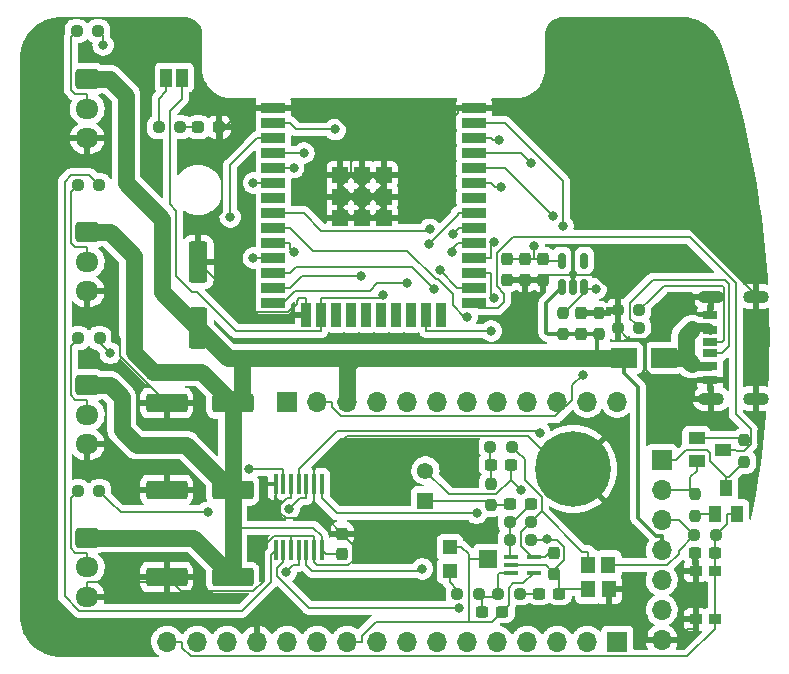
<source format=gbr>
%TF.GenerationSoftware,KiCad,Pcbnew,(6.0.0-0)*%
%TF.CreationDate,2022-01-22T21:55:43+01:00*%
%TF.ProjectId,GlowCore,476c6f77-436f-4726-952e-6b696361645f,rev?*%
%TF.SameCoordinates,Original*%
%TF.FileFunction,Copper,L1,Top*%
%TF.FilePolarity,Positive*%
%FSLAX46Y46*%
G04 Gerber Fmt 4.6, Leading zero omitted, Abs format (unit mm)*
G04 Created by KiCad (PCBNEW (6.0.0-0)) date 2022-01-22 21:55:43*
%MOMM*%
%LPD*%
G01*
G04 APERTURE LIST*
G04 Aperture macros list*
%AMRoundRect*
0 Rectangle with rounded corners*
0 $1 Rounding radius*
0 $2 $3 $4 $5 $6 $7 $8 $9 X,Y pos of 4 corners*
0 Add a 4 corners polygon primitive as box body*
4,1,4,$2,$3,$4,$5,$6,$7,$8,$9,$2,$3,0*
0 Add four circle primitives for the rounded corners*
1,1,$1+$1,$2,$3*
1,1,$1+$1,$4,$5*
1,1,$1+$1,$6,$7*
1,1,$1+$1,$8,$9*
0 Add four rect primitives between the rounded corners*
20,1,$1+$1,$2,$3,$4,$5,0*
20,1,$1+$1,$4,$5,$6,$7,0*
20,1,$1+$1,$6,$7,$8,$9,0*
20,1,$1+$1,$8,$9,$2,$3,0*%
G04 Aperture macros list end*
%TA.AperFunction,SMDPad,CuDef*%
%ADD10RoundRect,0.237500X-0.300000X-0.237500X0.300000X-0.237500X0.300000X0.237500X-0.300000X0.237500X0*%
%TD*%
%TA.AperFunction,SMDPad,CuDef*%
%ADD11RoundRect,0.237500X-0.250000X-0.237500X0.250000X-0.237500X0.250000X0.237500X-0.250000X0.237500X0*%
%TD*%
%TA.AperFunction,ComponentPad*%
%ADD12C,0.300000*%
%TD*%
%TA.AperFunction,SMDPad,CuDef*%
%ADD13R,1.330000X1.330000*%
%TD*%
%TA.AperFunction,SMDPad,CuDef*%
%ADD14R,2.000000X0.900000*%
%TD*%
%TA.AperFunction,SMDPad,CuDef*%
%ADD15R,0.900000X2.000000*%
%TD*%
%TA.AperFunction,SMDPad,CuDef*%
%ADD16R,1.200000X0.400000*%
%TD*%
%TA.AperFunction,SMDPad,CuDef*%
%ADD17R,2.209800X1.701800*%
%TD*%
%TA.AperFunction,SMDPad,CuDef*%
%ADD18RoundRect,0.237500X-0.237500X0.250000X-0.237500X-0.250000X0.237500X-0.250000X0.237500X0.250000X0*%
%TD*%
%TA.AperFunction,SMDPad,CuDef*%
%ADD19R,1.400000X1.000000*%
%TD*%
%TA.AperFunction,SMDPad,CuDef*%
%ADD20R,1.200000X0.700000*%
%TD*%
%TA.AperFunction,SMDPad,CuDef*%
%ADD21R,1.200000X0.760000*%
%TD*%
%TA.AperFunction,SMDPad,CuDef*%
%ADD22R,1.200000X0.800000*%
%TD*%
%TA.AperFunction,ComponentPad*%
%ADD23O,2.200000X1.100000*%
%TD*%
%TA.AperFunction,ComponentPad*%
%ADD24RoundRect,0.250000X-0.725000X0.600000X-0.725000X-0.600000X0.725000X-0.600000X0.725000X0.600000X0*%
%TD*%
%TA.AperFunction,ComponentPad*%
%ADD25O,1.950000X1.700000*%
%TD*%
%TA.AperFunction,ComponentPad*%
%ADD26R,1.700000X1.700000*%
%TD*%
%TA.AperFunction,ComponentPad*%
%ADD27O,1.700000X1.700000*%
%TD*%
%TA.AperFunction,SMDPad,CuDef*%
%ADD28R,1.200000X1.470000*%
%TD*%
%TA.AperFunction,SMDPad,CuDef*%
%ADD29RoundRect,0.237500X-0.237500X0.300000X-0.237500X-0.300000X0.237500X-0.300000X0.237500X0.300000X0*%
%TD*%
%TA.AperFunction,SMDPad,CuDef*%
%ADD30R,1.000000X0.900000*%
%TD*%
%TA.AperFunction,SMDPad,CuDef*%
%ADD31RoundRect,0.250000X0.550000X-1.500000X0.550000X1.500000X-0.550000X1.500000X-0.550000X-1.500000X0*%
%TD*%
%TA.AperFunction,ComponentPad*%
%ADD32C,6.400000*%
%TD*%
%TA.AperFunction,SMDPad,CuDef*%
%ADD33RoundRect,0.237500X0.287500X0.237500X-0.287500X0.237500X-0.287500X-0.237500X0.287500X-0.237500X0*%
%TD*%
%TA.AperFunction,SMDPad,CuDef*%
%ADD34RoundRect,0.237500X0.237500X-0.250000X0.237500X0.250000X-0.237500X0.250000X-0.237500X-0.250000X0*%
%TD*%
%TA.AperFunction,SMDPad,CuDef*%
%ADD35RoundRect,0.250000X1.500000X0.550000X-1.500000X0.550000X-1.500000X-0.550000X1.500000X-0.550000X0*%
%TD*%
%TA.AperFunction,SMDPad,CuDef*%
%ADD36RoundRect,0.237500X0.237500X-0.300000X0.237500X0.300000X-0.237500X0.300000X-0.237500X-0.300000X0*%
%TD*%
%TA.AperFunction,SMDPad,CuDef*%
%ADD37RoundRect,0.237500X0.300000X0.237500X-0.300000X0.237500X-0.300000X-0.237500X0.300000X-0.237500X0*%
%TD*%
%TA.AperFunction,SMDPad,CuDef*%
%ADD38R,1.000000X1.500000*%
%TD*%
%TA.AperFunction,SMDPad,CuDef*%
%ADD39R,1.000000X1.400000*%
%TD*%
%TA.AperFunction,ComponentPad*%
%ADD40R,1.378000X1.378000*%
%TD*%
%TA.AperFunction,ComponentPad*%
%ADD41C,1.378000*%
%TD*%
%TA.AperFunction,SMDPad,CuDef*%
%ADD42RoundRect,0.237500X0.250000X0.237500X-0.250000X0.237500X-0.250000X-0.237500X0.250000X-0.237500X0*%
%TD*%
%TA.AperFunction,SMDPad,CuDef*%
%ADD43R,0.355600X1.676400*%
%TD*%
%TA.AperFunction,SMDPad,CuDef*%
%ADD44R,1.200000X1.200000*%
%TD*%
%TA.AperFunction,SMDPad,CuDef*%
%ADD45R,1.500000X1.600000*%
%TD*%
%TA.AperFunction,SMDPad,CuDef*%
%ADD46RoundRect,0.150000X0.150000X-0.512500X0.150000X0.512500X-0.150000X0.512500X-0.150000X-0.512500X0*%
%TD*%
%TA.AperFunction,ViaPad*%
%ADD47C,0.800000*%
%TD*%
%TA.AperFunction,Conductor*%
%ADD48C,0.160000*%
%TD*%
%TA.AperFunction,Conductor*%
%ADD49C,0.800000*%
%TD*%
%TA.AperFunction,Conductor*%
%ADD50C,1.400000*%
%TD*%
%TA.AperFunction,Conductor*%
%ADD51C,0.300000*%
%TD*%
G04 APERTURE END LIST*
D10*
%TO.P,C10,1*%
%TO.N,Net-(C10-Pad1)*%
X158014500Y-120015000D03*
%TO.P,C10,2*%
%TO.N,AGND*%
X159739500Y-120015000D03*
%TD*%
D11*
%TO.P,R22,1*%
%TO.N,Net-(C13-Pad2)*%
X158625200Y-130937000D03*
%TO.P,R22,2*%
%TO.N,Net-(C12-Pad1)*%
X160450200Y-130937000D03*
%TD*%
D12*
%TO.P,U7,39_21,GND*%
%TO.N,GND*%
X148017400Y-99156800D03*
%TO.P,U7,39_20,GND*%
X146182400Y-99156800D03*
%TO.P,U7,39_19,GND*%
X148934900Y-98239300D03*
%TO.P,U7,39_18,GND*%
X147099900Y-98239300D03*
%TO.P,U7,39_17,GND*%
X145264900Y-98239300D03*
%TO.P,U7,39_16,GND*%
X148017400Y-97321800D03*
%TO.P,U7,39_15,GND*%
X146182400Y-97321800D03*
%TO.P,U7,39_14,GND*%
X148934900Y-96404300D03*
%TO.P,U7,39_13,GND*%
X147099900Y-96404300D03*
%TO.P,U7,39_12,GND*%
X145264900Y-96404300D03*
%TO.P,U7,39_11,GND*%
X148017400Y-95486800D03*
%TO.P,U7,39_10,GND*%
X146182400Y-95486800D03*
D13*
%TO.P,U7,39_9,GND*%
X148934900Y-99156800D03*
%TO.P,U7,39_8,GND*%
X147099900Y-99156800D03*
%TO.P,U7,39_7,GND*%
X145264900Y-99156800D03*
%TO.P,U7,39_6,GND*%
X148934900Y-97321800D03*
%TO.P,U7,39_5,GND*%
X147099900Y-97321800D03*
%TO.P,U7,39_4,GND*%
X145264900Y-97321800D03*
%TO.P,U7,39_3,GND*%
X148934900Y-95486800D03*
%TO.P,U7,39_2,GND*%
X147099900Y-95486800D03*
%TO.P,U7,39_1,GND*%
X145264900Y-95486800D03*
D14*
%TO.P,U7,38,GND*%
X156599900Y-89821800D03*
%TO.P,U7,37,IO23*%
%TO.N,IO23{slash}SDA*%
X156599900Y-91091800D03*
%TO.P,U7,36,IO22*%
%TO.N,IO22{slash}SCL*%
X156599900Y-92361800D03*
%TO.P,U7,35,TXD0*%
%TO.N,TXD0*%
X156599900Y-93631800D03*
%TO.P,U7,34,RXD0*%
%TO.N,RXD0*%
X156599900Y-94901800D03*
%TO.P,U7,33,IO21*%
%TO.N,IO21*%
X156599900Y-96171800D03*
%TO.P,U7,32,NC1*%
%TO.N,unconnected-(U7-Pad32)*%
X156599900Y-97441800D03*
%TO.P,U7,31,IO19*%
%TO.N,IO19{slash}MISO{slash}LED4*%
X156599900Y-98711800D03*
%TO.P,U7,30,IO18*%
%TO.N,IO18{slash}MOSI{slash}LED3*%
X156599900Y-99981800D03*
%TO.P,U7,29,IO5*%
%TO.N,IO5{slash}SCK*%
X156599900Y-101251800D03*
%TO.P,U7,28,IO17*%
%TO.N,IO17{slash}LED2*%
X156599900Y-102521800D03*
%TO.P,U7,27,IO16*%
%TO.N,IO16{slash}LED1*%
X156599900Y-103791800D03*
%TO.P,U7,26,IO4*%
%TO.N,IO4{slash}A5*%
X156599900Y-105061800D03*
%TO.P,U7,25,IO0*%
%TO.N,IO0*%
X156599900Y-106331800D03*
D15*
%TO.P,U7,24,IO2*%
%TO.N,IO2*%
X153814900Y-107331800D03*
%TO.P,U7,23,IO15*%
%TO.N,IO15*%
X152544900Y-107331800D03*
%TO.P,U7,22,NC*%
%TO.N,unconnected-(U7-Pad22)*%
X151274900Y-107331800D03*
%TO.P,U7,21,NC*%
%TO.N,unconnected-(U7-Pad21)*%
X150004900Y-107331800D03*
%TO.P,U7,20,NC*%
%TO.N,unconnected-(U7-Pad20)*%
X148734900Y-107331800D03*
%TO.P,U7,19,NC*%
%TO.N,unconnected-(U7-Pad19)*%
X147464900Y-107331800D03*
%TO.P,U7,18,NC*%
%TO.N,unconnected-(U7-Pad18)*%
X146194900Y-107331800D03*
%TO.P,U7,17,NC*%
%TO.N,unconnected-(U7-Pad17)*%
X144924900Y-107331800D03*
%TO.P,U7,16,IO13*%
%TO.N,IO13*%
X143654900Y-107331800D03*
%TO.P,U7,15,GND*%
%TO.N,GND*%
X142384900Y-107331800D03*
D14*
%TO.P,U7,14,IO12*%
%TO.N,IO12*%
X139599900Y-106331800D03*
%TO.P,U7,13,IO14*%
%TO.N,IO14*%
X139599900Y-105061800D03*
%TO.P,U7,12,IO27*%
%TO.N,IO27*%
X139599900Y-103791800D03*
%TO.P,U7,11,IO26*%
%TO.N,IO26{slash}A0{slash}DAC2*%
X139599900Y-102521800D03*
%TO.P,U7,10,IO25*%
%TO.N,IO25{slash}A1{slash}DAC1*%
X139599900Y-101251800D03*
%TO.P,U7,9,IO33*%
%TO.N,IO33*%
X139599900Y-99981800D03*
%TO.P,U7,8,IO32*%
%TO.N,IO32*%
X139599900Y-98711800D03*
%TO.P,U7,7,IO35*%
%TO.N,IO35*%
X139599900Y-97441800D03*
%TO.P,U7,6,IO34*%
%TO.N,I34{slash}A2{slash}MIC*%
X139599900Y-96171800D03*
%TO.P,U7,5,SENSOR_VN*%
%TO.N,I39{slash}A3{slash}SENSOR_VN*%
X139599900Y-94901800D03*
%TO.P,U7,4,SENSOR_VP*%
%TO.N,IO36{slash}A4{slash}SENSOR_VP*%
X139599900Y-93631800D03*
%TO.P,U7,3,EN*%
%TO.N,RESET*%
X139599900Y-92361800D03*
%TO.P,U7,2,3V3*%
%TO.N,+3V3*%
X139599900Y-91091800D03*
%TO.P,U7,1,GND*%
%TO.N,GND*%
X139599900Y-89821800D03*
%TD*%
D11*
%TO.P,R7,1*%
%TO.N,Net-(LED2-Pad2)*%
X123063000Y-109307000D03*
%TO.P,R7,2*%
%TO.N,Net-(R7-Pad2)*%
X124888000Y-109307000D03*
%TD*%
%TO.P,R11,1*%
%TO.N,Net-(R11-Pad1)*%
X129897500Y-91440000D03*
%TO.P,R11,2*%
%TO.N,Net-(D4-Pad2)*%
X131722500Y-91440000D03*
%TD*%
D16*
%TO.P,IC1,1,IN+*%
%TO.N,Net-(C11-Pad1)*%
X159730700Y-127874000D03*
%TO.P,IC1,2,GND*%
%TO.N,AGND*%
X159730700Y-128524000D03*
%TO.P,IC1,3,IN-*%
%TO.N,Net-(C13-Pad2)*%
X159730700Y-129174000D03*
%TO.P,IC1,4,OUT*%
%TO.N,I34{slash}A2{slash}MIC*%
X161630700Y-129174000D03*
%TO.P,IC1,5,VCC*%
%TO.N,AVCC*%
X161630700Y-127874000D03*
%TD*%
D17*
%TO.P,U6,1,1*%
%TO.N,+5V*%
X169240200Y-110998000D03*
%TO.P,U6,2,2*%
%TO.N,USB-C VBUS*%
X172643800Y-110998000D03*
%TD*%
D18*
%TO.P,R17,1*%
%TO.N,Net-(Q2-Pad1)*%
X179451000Y-117959500D03*
%TO.P,R17,2*%
%TO.N,RTS*%
X179451000Y-119784500D03*
%TD*%
D19*
%TO.P,Q2,1*%
%TO.N,Net-(Q2-Pad1)*%
X175430000Y-117795000D03*
%TO.P,Q2,2*%
%TO.N,DTR*%
X175430000Y-119695000D03*
%TO.P,Q2,3*%
%TO.N,IO0*%
X177630000Y-118745000D03*
%TD*%
D20*
%TO.P,J2,A5,CC1*%
%TO.N,USB-C CC1*%
X176587000Y-110609000D03*
D21*
%TO.P,J2,A9,VBUS*%
%TO.N,USB-C VBUS*%
X176587000Y-108589000D03*
D22*
%TO.P,J2,A12,GND*%
%TO.N,GND*%
X176587000Y-107359000D03*
D20*
%TO.P,J2,B5,CC2*%
%TO.N,USB-C CC2*%
X176587000Y-109609000D03*
D21*
%TO.P,J2,B9,VBUS*%
%TO.N,USB-C VBUS*%
X176587000Y-111629000D03*
D22*
%TO.P,J2,B12,GND*%
%TO.N,GND*%
X176587000Y-112859000D03*
D23*
%TO.P,J2,S1,SHIELD*%
X180467000Y-114429000D03*
%TO.P,J2,S2,SHIELD*%
X180467000Y-105789000D03*
%TO.P,J2,S3,SHIELD*%
X176667000Y-114429000D03*
%TO.P,J2,S4,SHIELD*%
X176667000Y-105789000D03*
%TD*%
D11*
%TO.P,R8,1*%
%TO.N,Net-(LED3-Pad2)*%
X123039500Y-96353000D03*
%TO.P,R8,2*%
%TO.N,Net-(R8-Pad2)*%
X124864500Y-96353000D03*
%TD*%
D24*
%TO.P,LED3,1,Pin_1*%
%TO.N,+5V*%
X123825000Y-100330000D03*
D25*
%TO.P,LED3,2,Pin_2*%
%TO.N,Net-(LED3-Pad2)*%
X123825000Y-102830000D03*
%TO.P,LED3,3,Pin_3*%
%TO.N,GND*%
X123825000Y-105330000D03*
%TD*%
D26*
%TO.P,JP2,1,1*%
%TO.N,IO21*%
X168710000Y-135001000D03*
D27*
%TO.P,JP2,2,2*%
%TO.N,IO17{slash}LED2*%
X166170000Y-135001000D03*
%TO.P,JP2,3,3*%
%TO.N,IO16{slash}LED1*%
X163630000Y-135001000D03*
%TO.P,JP2,4,4*%
%TO.N,IO19{slash}MISO{slash}LED4*%
X161090000Y-135001000D03*
%TO.P,JP2,5,5*%
%TO.N,IO18{slash}MOSI{slash}LED3*%
X158550000Y-135001000D03*
%TO.P,JP2,6,6*%
%TO.N,IO5{slash}SCK*%
X156010000Y-135001000D03*
%TO.P,JP2,7,7*%
%TO.N,IO4{slash}A5*%
X153470000Y-135001000D03*
%TO.P,JP2,8,8*%
%TO.N,IO36{slash}A4{slash}SENSOR_VP*%
X150930000Y-135001000D03*
%TO.P,JP2,9,9*%
%TO.N,I39{slash}A3{slash}SENSOR_VN*%
X148390000Y-135001000D03*
%TO.P,JP2,10,10*%
%TO.N,I34{slash}A2{slash}MIC*%
X145850000Y-135001000D03*
%TO.P,JP2,11,11*%
%TO.N,IO25{slash}A1{slash}DAC1*%
X143310000Y-135001000D03*
%TO.P,JP2,12,12*%
%TO.N,IO26{slash}A0{slash}DAC2*%
X140770000Y-135001000D03*
%TO.P,JP2,13,13*%
%TO.N,GND*%
X138230000Y-135001000D03*
%TO.P,JP2,14,14*%
%TO.N,unconnected-(JP2-Pad14)*%
X135690000Y-135001000D03*
%TO.P,JP2,15,15*%
%TO.N,+3V3*%
X133150000Y-135001000D03*
%TO.P,JP2,16,16*%
%TO.N,RESET*%
X130610000Y-135001000D03*
%TD*%
D28*
%TO.P,FB1,1*%
%TO.N,+3V3*%
X167963000Y-128524000D03*
%TO.P,FB1,2*%
%TO.N,AVCC*%
X166243000Y-128524000D03*
%TD*%
D29*
%TO.P,C2,1*%
%TO.N,+3V3*%
X162433000Y-102642500D03*
%TO.P,C2,2*%
%TO.N,GND*%
X162433000Y-104367500D03*
%TD*%
D30*
%TO.P,RESET1,1*%
%TO.N,GND*%
X175349000Y-133114000D03*
%TO.P,RESET1,2*%
X175349000Y-129014000D03*
%TO.P,RESET1,3*%
%TO.N,RESET*%
X176949000Y-133114000D03*
%TO.P,RESET1,4*%
X176949000Y-129014000D03*
%TD*%
D11*
%TO.P,R6,1*%
%TO.N,Net-(LED1-Pad2)*%
X123039500Y-122261000D03*
%TO.P,R6,2*%
%TO.N,Net-(R6-Pad2)*%
X124864500Y-122261000D03*
%TD*%
D24*
%TO.P,LED1,1,Pin_1*%
%TO.N,+5V*%
X123825000Y-126198000D03*
D25*
%TO.P,LED1,2,Pin_2*%
%TO.N,Net-(LED1-Pad2)*%
X123825000Y-128698000D03*
%TO.P,LED1,3,Pin_3*%
%TO.N,GND*%
X123825000Y-131198000D03*
%TD*%
D28*
%TO.P,FB2,1*%
%TO.N,GND*%
X167992000Y-130556000D03*
%TO.P,FB2,2*%
%TO.N,AGND*%
X166272000Y-130556000D03*
%TD*%
D24*
%TO.P,LED4,1,Pin_1*%
%TO.N,+5V*%
X123825000Y-87376000D03*
D25*
%TO.P,LED4,2,Pin_2*%
%TO.N,Net-(LED4-Pad2)*%
X123825000Y-89876000D03*
%TO.P,LED4,3,Pin_3*%
%TO.N,GND*%
X123825000Y-92376000D03*
%TD*%
D11*
%TO.P,R16,1*%
%TO.N,GND*%
X168759500Y-106934000D03*
%TO.P,R16,2*%
%TO.N,USB-C CC2*%
X170584500Y-106934000D03*
%TD*%
D31*
%TO.P,C9,1*%
%TO.N,+5V*%
X133223000Y-108464000D03*
%TO.P,C9,2*%
%TO.N,GND*%
X133223000Y-102864000D03*
%TD*%
D32*
%TO.P,H2,1,1*%
%TO.N,GND*%
X164973000Y-120396000D03*
%TD*%
D33*
%TO.P,D4,1,K*%
%TO.N,GND*%
X134987000Y-91440000D03*
%TO.P,D4,2,A*%
%TO.N,Net-(D4-Pad2)*%
X133237000Y-91440000D03*
%TD*%
D34*
%TO.P,R2,1*%
%TO.N,+5V*%
X164084000Y-108989500D03*
%TO.P,R2,2*%
%TO.N,EN*%
X164084000Y-107164500D03*
%TD*%
D35*
%TO.P,C8,1*%
%TO.N,+5V*%
X136150000Y-114808000D03*
%TO.P,C8,2*%
%TO.N,GND*%
X130550000Y-114808000D03*
%TD*%
D36*
%TO.P,C1,1*%
%TO.N,+5V*%
X165608000Y-108939500D03*
%TO.P,C1,2*%
%TO.N,GND*%
X165608000Y-107214500D03*
%TD*%
D24*
%TO.P,LED2,1,Pin_1*%
%TO.N,+5V*%
X123825000Y-113284000D03*
D25*
%TO.P,LED2,2,Pin_2*%
%TO.N,Net-(LED2-Pad2)*%
X123825000Y-115784000D03*
%TO.P,LED2,3,Pin_3*%
%TO.N,GND*%
X123825000Y-118284000D03*
%TD*%
D37*
%TO.P,C11,1*%
%TO.N,Net-(C11-Pad1)*%
X161390500Y-123317000D03*
%TO.P,C11,2*%
%TO.N,Net-(C11-Pad2)*%
X159665500Y-123317000D03*
%TD*%
D10*
%TO.P,C12,1*%
%TO.N,Net-(C12-Pad1)*%
X162078500Y-130937000D03*
%TO.P,C12,2*%
%TO.N,AGND*%
X163803500Y-130937000D03*
%TD*%
D11*
%TO.P,R23,1*%
%TO.N,Net-(R23-Pad1)*%
X155170500Y-130937000D03*
%TO.P,R23,2*%
%TO.N,Net-(C13-Pad2)*%
X156995500Y-130937000D03*
%TD*%
D34*
%TO.P,R1,1*%
%TO.N,+5V*%
X167132000Y-108989500D03*
%TO.P,R1,2*%
%TO.N,GND*%
X167132000Y-107164500D03*
%TD*%
D38*
%TO.P,Status_LED1,1,A*%
%TO.N,IO13*%
X131841000Y-87249000D03*
%TO.P,Status_LED1,2,B*%
%TO.N,Net-(R11-Pad1)*%
X130541000Y-87249000D03*
%TD*%
D11*
%TO.P,R19,1*%
%TO.N,+3V3*%
X175236500Y-125984000D03*
%TO.P,R19,2*%
%TO.N,RESET*%
X177061500Y-125984000D03*
%TD*%
%TO.P,R9,1*%
%TO.N,Net-(LED4-Pad2)*%
X122936000Y-83312000D03*
%TO.P,R9,2*%
%TO.N,Net-(R9-Pad2)*%
X124761000Y-83312000D03*
%TD*%
D29*
%TO.P,C5,1*%
%TO.N,AVCC*%
X163347700Y-127534500D03*
%TO.P,C5,2*%
%TO.N,AGND*%
X163347700Y-129259500D03*
%TD*%
D18*
%TO.P,R4,1*%
%TO.N,Net-(C10-Pad1)*%
X157988000Y-121642500D03*
%TO.P,R4,2*%
%TO.N,Net-(C11-Pad2)*%
X157988000Y-123467500D03*
%TD*%
D26*
%TO.P,JP1,1,1*%
%TO.N,unconnected-(JP1-Pad1)*%
X140770000Y-114681000D03*
D27*
%TO.P,JP1,2,2*%
%TO.N,EN*%
X143310000Y-114681000D03*
%TO.P,JP1,3,3*%
%TO.N,+5V*%
X145850000Y-114681000D03*
%TO.P,JP1,4,4*%
%TO.N,IO13*%
X148390000Y-114681000D03*
%TO.P,JP1,5,5*%
%TO.N,IO12*%
X150930000Y-114681000D03*
%TO.P,JP1,6,6*%
%TO.N,IO27*%
X153470000Y-114681000D03*
%TO.P,JP1,7,7*%
%TO.N,IO33*%
X156010000Y-114681000D03*
%TO.P,JP1,8,8*%
%TO.N,IO15*%
X158550000Y-114681000D03*
%TO.P,JP1,9,9*%
%TO.N,IO32*%
X161090000Y-114681000D03*
%TO.P,JP1,10,10*%
%TO.N,IO14*%
X163630000Y-114681000D03*
%TO.P,JP1,11,11*%
%TO.N,IO22{slash}SCL*%
X166170000Y-114681000D03*
%TO.P,JP1,12,12*%
%TO.N,IO23{slash}SDA*%
X168710000Y-114681000D03*
%TD*%
D35*
%TO.P,C7,1*%
%TO.N,+5V*%
X136150000Y-122174000D03*
%TO.P,C7,2*%
%TO.N,GND*%
X130550000Y-122174000D03*
%TD*%
D34*
%TO.P,R18,1*%
%TO.N,Net-(Q3-Pad1)*%
X175260000Y-124356500D03*
%TO.P,R18,2*%
%TO.N,DTR*%
X175260000Y-122531500D03*
%TD*%
D26*
%TO.P,J1,1,Pin_1*%
%TO.N,RTS*%
X172466000Y-119634000D03*
D27*
%TO.P,J1,2,Pin_2*%
%TO.N,DTR*%
X172466000Y-122174000D03*
%TO.P,J1,3,Pin_3*%
%TO.N,+3V3*%
X172466000Y-124714000D03*
%TO.P,J1,4,Pin_4*%
%TO.N,+5V*%
X172466000Y-127254000D03*
%TO.P,J1,5,Pin_5*%
%TO.N,TXD0*%
X172466000Y-129794000D03*
%TO.P,J1,6,Pin_6*%
%TO.N,RXD0*%
X172466000Y-132334000D03*
%TO.P,J1,7,Pin_7*%
%TO.N,GND*%
X172466000Y-134874000D03*
%TD*%
D39*
%TO.P,Q3,1*%
%TO.N,Net-(Q3-Pad1)*%
X176977000Y-124163000D03*
%TO.P,Q3,2*%
%TO.N,RESET*%
X178877000Y-124163000D03*
%TO.P,Q3,3*%
%TO.N,RTS*%
X177927000Y-121963000D03*
%TD*%
D29*
%TO.P,C18,1*%
%TO.N,+3V3*%
X159385000Y-102642500D03*
%TO.P,C18,2*%
%TO.N,GND*%
X159385000Y-104367500D03*
%TD*%
D40*
%TO.P,MK1,1*%
%TO.N,Net-(C11-Pad2)*%
X152465000Y-123063000D03*
D41*
%TO.P,MK1,2*%
%TO.N,AGND*%
X152465000Y-120523000D03*
%TD*%
D37*
%TO.P,C13,1*%
%TO.N,I34{slash}A2{slash}MIC*%
X158977500Y-132461000D03*
%TO.P,C13,2*%
%TO.N,Net-(C13-Pad2)*%
X157252500Y-132461000D03*
%TD*%
D42*
%TO.P,R3,1*%
%TO.N,AVCC*%
X159789500Y-118491000D03*
%TO.P,R3,2*%
%TO.N,Net-(C10-Pad1)*%
X157964500Y-118491000D03*
%TD*%
D35*
%TO.P,C6,1*%
%TO.N,+5V*%
X136150000Y-129540000D03*
%TO.P,C6,2*%
%TO.N,GND*%
X130550000Y-129540000D03*
%TD*%
D43*
%TO.P,U3,1,1A*%
%TO.N,IO16{slash}LED1*%
X143682001Y-121640600D03*
%TO.P,U3,2,1B*%
%TO.N,GND*%
X143032000Y-121640600D03*
%TO.P,U3,3,1Y*%
%TO.N,Net-(R6-Pad2)*%
X142381999Y-121640600D03*
%TO.P,U3,4,2A*%
%TO.N,IO17{slash}LED2*%
X141732000Y-121640600D03*
%TO.P,U3,5,2B*%
%TO.N,GND*%
X141082001Y-121640600D03*
%TO.P,U3,6,2Y*%
%TO.N,Net-(R7-Pad2)*%
X140432000Y-121640600D03*
%TO.P,U3,7,GND*%
%TO.N,GND*%
X139782001Y-121640600D03*
%TO.P,U3,8,3Y*%
%TO.N,Net-(R8-Pad2)*%
X139781999Y-127279400D03*
%TO.P,U3,9,3A*%
%TO.N,IO18{slash}MOSI{slash}LED3*%
X140432000Y-127279400D03*
%TO.P,U3,10,3B*%
%TO.N,GND*%
X141081999Y-127279400D03*
%TO.P,U3,11,4Y*%
%TO.N,Net-(R9-Pad2)*%
X141732000Y-127279400D03*
%TO.P,U3,12,4A*%
%TO.N,IO19{slash}MISO{slash}LED4*%
X142381999Y-127279400D03*
%TO.P,U3,13,4B*%
%TO.N,GND*%
X143032000Y-127279400D03*
%TO.P,U3,14,VCC*%
%TO.N,+5V*%
X143681999Y-127279400D03*
%TD*%
D42*
%TO.P,R20,1*%
%TO.N,AVCC*%
X161440500Y-124841000D03*
%TO.P,R20,2*%
%TO.N,Net-(C11-Pad1)*%
X159615500Y-124841000D03*
%TD*%
D37*
%TO.P,C19,1*%
%TO.N,RESET*%
X177011500Y-127508000D03*
%TO.P,C19,2*%
%TO.N,GND*%
X175286500Y-127508000D03*
%TD*%
D29*
%TO.P,C3,1*%
%TO.N,+3V3*%
X160909000Y-102642500D03*
%TO.P,C3,2*%
%TO.N,GND*%
X160909000Y-104367500D03*
%TD*%
D44*
%TO.P,R24,1*%
%TO.N,I34{slash}A2{slash}MIC*%
X154537000Y-127016000D03*
D45*
%TO.P,R24,2*%
X157787000Y-128016000D03*
D44*
%TO.P,R24,3*%
%TO.N,Net-(R23-Pad1)*%
X154537000Y-129016000D03*
%TD*%
D29*
%TO.P,C4,1*%
%TO.N,GND*%
X145415000Y-125883500D03*
%TO.P,C4,2*%
%TO.N,+5V*%
X145415000Y-127608500D03*
%TD*%
D11*
%TO.P,R21,1*%
%TO.N,Net-(C11-Pad1)*%
X159615500Y-126365000D03*
%TO.P,R21,2*%
%TO.N,AGND*%
X161440500Y-126365000D03*
%TD*%
D46*
%TO.P,U1,1,VIN*%
%TO.N,+5V*%
X164023000Y-105023500D03*
%TO.P,U1,2,GND*%
%TO.N,GND*%
X164973000Y-105023500D03*
%TO.P,U1,3,EN*%
%TO.N,EN*%
X165923000Y-105023500D03*
%TO.P,U1,4,NC*%
%TO.N,unconnected-(U1-Pad4)*%
X165923000Y-102748500D03*
%TO.P,U1,5,VOUT*%
%TO.N,+3V3*%
X164023000Y-102748500D03*
%TD*%
D11*
%TO.P,R15,1*%
%TO.N,GND*%
X168759500Y-108458000D03*
%TO.P,R15,2*%
%TO.N,USB-C CC1*%
X170584500Y-108458000D03*
%TD*%
D47*
%TO.N,+3V3*%
X161671000Y-101522000D03*
X144839000Y-91646600D03*
%TO.N,IO22{slash}SCL*%
X158659000Y-92559400D03*
%TO.N,IO23{slash}SDA*%
X164109000Y-99833100D03*
%TO.N,IO19{slash}MISO{slash}LED4*%
X152200000Y-128844000D03*
X152767000Y-101310000D03*
%TO.N,IO33*%
X156010000Y-107494000D03*
%TO.N,IO18{slash}MOSI{slash}LED3*%
X155270000Y-132130000D03*
X154836000Y-100472000D03*
%TO.N,IO5{slash}SCK*%
X154707000Y-102042000D03*
%TO.N,IO27*%
X153183000Y-105169000D03*
%TO.N,AGND*%
X160543000Y-122198000D03*
X162748000Y-126279000D03*
%TO.N,IO12*%
X150930000Y-104636000D03*
%TO.N,IO13*%
X148883000Y-105631000D03*
%TO.N,IO4{slash}A5*%
X153659000Y-103540000D03*
%TO.N,RXD0*%
X163287000Y-98976000D03*
%TO.N,Net-(R9-Pad2)*%
X125185000Y-84488200D03*
X140689000Y-129096000D03*
%TO.N,Net-(R7-Pad2)*%
X137559000Y-120422000D03*
X125784000Y-110584000D03*
%TO.N,Net-(R6-Pad2)*%
X140957000Y-123754000D03*
X134032000Y-124070000D03*
%TO.N,RESET*%
X135940000Y-99047300D03*
%TO.N,IO36{slash}A4{slash}SENSOR_VP*%
X142172000Y-93631800D03*
%TO.N,TXD0*%
X161435000Y-94520700D03*
%TO.N,IO21*%
X158846000Y-96532300D03*
%TO.N,I39{slash}A3{slash}SENSOR_VN*%
X141303000Y-94876800D03*
%TO.N,IO16{slash}LED1*%
X156801000Y-124132000D03*
X158312000Y-105933000D03*
%TO.N,IO17{slash}LED2*%
X158311000Y-101178000D03*
X162172000Y-117336000D03*
%TO.N,IO25{slash}A1{slash}DAC1*%
X141312000Y-102060000D03*
%TO.N,EN*%
X165765000Y-112437000D03*
X166924000Y-105141000D03*
%TO.N,IO26{slash}A0{slash}DAC2*%
X137892000Y-102522000D03*
%TO.N,I34{slash}A2{slash}MIC*%
X137898000Y-96171800D03*
%TO.N,IO15*%
X158041000Y-108712000D03*
%TO.N,IO32*%
X152823000Y-100108000D03*
%TO.N,IO14*%
X146976000Y-104065000D03*
%TD*%
D48*
%TO.N,I34{slash}A2{slash}MIC*%
X161630700Y-129174000D02*
X161630700Y-129174300D01*
%TO.N,GND*%
X145831000Y-117624000D02*
X161120000Y-117624000D01*
X143032000Y-120422000D02*
X145831000Y-117624000D01*
X126485000Y-122174000D02*
X130550000Y-122174000D01*
X143032000Y-124573000D02*
X143032000Y-121640600D01*
X139648000Y-126061000D02*
X138769000Y-126940000D01*
X140166000Y-123442000D02*
X140166000Y-124076000D01*
X146318000Y-126787000D02*
X145415000Y-125884000D01*
X146182400Y-95486800D02*
X146182000Y-95486800D01*
X141555000Y-106383000D02*
X141555000Y-106167000D01*
X147099900Y-99156800D02*
X146182400Y-99156800D01*
X138769000Y-126940000D02*
X138769000Y-129866000D01*
X163892000Y-120396000D02*
X164973000Y-120396000D01*
X141082000Y-126061000D02*
X143032000Y-126061000D01*
X166838000Y-103946000D02*
X164973000Y-103946000D01*
X145920000Y-128557000D02*
X146318000Y-128158000D01*
X140166000Y-124076000D02*
X140664000Y-124573000D01*
X161120000Y-117624000D02*
X163892000Y-120396000D01*
X148017400Y-95486800D02*
X148934900Y-95486800D01*
X172408000Y-113279000D02*
X175187000Y-113279000D01*
X168529000Y-107164000D02*
X168760000Y-106934000D01*
X176667000Y-114429000D02*
X175187000Y-114429000D01*
X175349000Y-127570000D02*
X175349000Y-129014000D01*
X175286000Y-127508000D02*
X175349000Y-127570000D01*
X148935000Y-97321800D02*
X148935000Y-96009500D01*
X143296000Y-128557000D02*
X145920000Y-128557000D01*
X141770000Y-105952000D02*
X142385000Y-105952000D01*
X148017400Y-99156800D02*
X147099900Y-99156800D01*
X147100000Y-98239300D02*
X147100000Y-97321800D01*
X173533000Y-106939000D02*
X175187000Y-106939000D01*
X131739000Y-130729000D02*
X130550000Y-129540000D01*
X143032000Y-128292000D02*
X143296000Y-128557000D01*
X171117000Y-109355000D02*
X173533000Y-106939000D01*
X137906000Y-130729000D02*
X131739000Y-130729000D01*
X175607000Y-107359000D02*
X175187000Y-106939000D01*
X148017400Y-95486800D02*
X147099900Y-95486800D01*
X140748000Y-122859000D02*
X140265000Y-123342000D01*
X146318000Y-128158000D02*
X146318000Y-126787000D01*
X148934900Y-99156800D02*
X148017400Y-99156800D01*
X171236000Y-132819000D02*
X171236000Y-134874000D01*
X138769000Y-129866000D02*
X137906000Y-130729000D01*
X141082000Y-127279000D02*
X141082000Y-126061000D01*
X146182000Y-95486800D02*
X145265000Y-95486800D01*
X147100000Y-97321800D02*
X147099900Y-97321800D01*
X169656000Y-109355000D02*
X171117000Y-109355000D01*
X123825000Y-129968000D02*
X123825000Y-131198000D01*
X175187000Y-105789000D02*
X175187000Y-106939000D01*
X175349000Y-133114000D02*
X175349000Y-133944000D01*
X175187000Y-113279000D02*
X175607000Y-112859000D01*
X141082000Y-121641000D02*
X141082000Y-122859000D01*
X144215000Y-89821800D02*
X139599900Y-89821800D01*
X171117000Y-111989000D02*
X172408000Y-113279000D01*
X173696000Y-134874000D02*
X172466000Y-134874000D01*
X167992000Y-130556000D02*
X168972000Y-130556000D01*
X148935000Y-97321800D02*
X148935000Y-99156800D01*
X168760000Y-106934000D02*
X168760000Y-105868000D01*
X148935000Y-96009500D02*
X149458000Y-95486800D01*
X145415000Y-125884000D02*
X144105000Y-124573000D01*
X147099900Y-95486800D02*
X146182400Y-95486800D01*
X164973000Y-103946000D02*
X162854000Y-103946000D01*
X174626000Y-133944000D02*
X173696000Y-134874000D01*
X140828000Y-107109000D02*
X141555000Y-106383000D01*
X146182000Y-95486800D02*
X146182000Y-91789600D01*
X139599900Y-89821800D02*
X137052000Y-89821800D01*
X137052000Y-89821800D02*
X135210000Y-91663400D01*
X146182400Y-97321800D02*
X145265000Y-97321800D01*
X171117000Y-109355000D02*
X171117000Y-111989000D01*
X165658000Y-107164000D02*
X165608000Y-107214000D01*
X149980000Y-95486800D02*
X149458000Y-95486800D01*
X140664000Y-124573000D02*
X143032000Y-124573000D01*
X168760000Y-105868000D02*
X166838000Y-103946000D01*
X168529000Y-107164000D02*
X168760000Y-107395000D01*
X162854000Y-103946000D02*
X162433000Y-104368000D01*
X143032000Y-121640600D02*
X143032000Y-120422000D01*
X168760000Y-107395000D02*
X168760000Y-108458000D01*
X164973000Y-105023500D02*
X164973000Y-103946000D01*
X148017400Y-97321800D02*
X147100000Y-97321800D01*
X156599900Y-89821800D02*
X155220000Y-89821800D01*
X123825000Y-106560000D02*
X123825000Y-105330000D01*
X130550000Y-114808000D02*
X126564000Y-110822000D01*
X126564000Y-110822000D02*
X126564000Y-109299000D01*
X133223000Y-100661000D02*
X133223000Y-102864000D01*
X134987000Y-91440000D02*
X135210000Y-91663400D01*
X140265000Y-123342000D02*
X140166000Y-123442000D01*
X141082000Y-126061000D02*
X139648000Y-126061000D01*
X133223000Y-102864000D02*
X137468000Y-107109000D01*
X135210000Y-91663400D02*
X135210000Y-98673200D01*
X171236000Y-134874000D02*
X172466000Y-134874000D01*
X130122000Y-129968000D02*
X123825000Y-129968000D01*
X144105000Y-124573000D02*
X143032000Y-124573000D01*
X141555000Y-106167000D02*
X141770000Y-105952000D01*
X148934900Y-97321800D02*
X148017400Y-97321800D01*
X139782000Y-122859000D02*
X139782000Y-121641000D01*
X155220000Y-90247400D02*
X149980000Y-95486800D01*
X147100000Y-97321800D02*
X147100000Y-96404300D01*
X148935000Y-99156800D02*
X148934900Y-99156800D01*
X143032000Y-126061000D02*
X143032000Y-127279400D01*
X180467000Y-105789000D02*
X180467000Y-105670000D01*
X130550000Y-129540000D02*
X130122000Y-129968000D01*
X135210000Y-98673200D02*
X133223000Y-100661000D01*
X168760000Y-108458000D02*
X169656000Y-109355000D01*
X175187000Y-114429000D02*
X175187000Y-113279000D01*
X137468000Y-107109000D02*
X140828000Y-107109000D01*
X175607000Y-112859000D02*
X176587000Y-112859000D01*
X123825000Y-119514000D02*
X126485000Y-122174000D01*
X140265000Y-123342000D02*
X139782000Y-122859000D01*
X148935000Y-97321800D02*
X148934900Y-97321800D01*
X176667000Y-105789000D02*
X175187000Y-105789000D01*
X141082000Y-122859000D02*
X140748000Y-122859000D01*
X142385000Y-105952000D02*
X142385000Y-107332000D01*
X168972000Y-130556000D02*
X171236000Y-132819000D01*
X126564000Y-109299000D02*
X123825000Y-106560000D01*
X148934900Y-95486800D02*
X149458000Y-95486800D01*
X164619000Y-89821800D02*
X156599900Y-89821800D01*
X155220000Y-89821800D02*
X155220000Y-90247400D01*
X168529000Y-107164000D02*
X165658000Y-107164000D01*
X147099900Y-97321800D02*
X146182400Y-97321800D01*
X146182000Y-91789600D02*
X144215000Y-89821800D01*
X180467000Y-105670000D02*
X164619000Y-89821800D01*
X175349000Y-133944000D02*
X174626000Y-133944000D01*
X146182400Y-99156800D02*
X145265000Y-99156800D01*
X176587000Y-107359000D02*
X175607000Y-107359000D01*
X164973000Y-105024000D02*
X164973000Y-105023500D01*
X143032000Y-127279400D02*
X143032000Y-128292000D01*
X175349000Y-129014000D02*
X175349000Y-133114000D01*
X123825000Y-118284000D02*
X123825000Y-119514000D01*
X162433000Y-104368000D02*
X159385000Y-104368000D01*
%TO.N,+3V3*%
X161671000Y-102642000D02*
X161671000Y-101522000D01*
X173913000Y-127308000D02*
X173913000Y-127547000D01*
X162433000Y-102642000D02*
X162486000Y-102695000D01*
X162486000Y-102695000D02*
X162485500Y-102695000D01*
X161671000Y-102642000D02*
X162433000Y-102642000D01*
X162486000Y-102695000D02*
X162539000Y-102748000D01*
X173913000Y-127547000D02*
X172936000Y-128524000D01*
X141535000Y-91646600D02*
X144839000Y-91646600D01*
X139600000Y-91091800D02*
X140980000Y-91091800D01*
X140980000Y-91091800D02*
X141535000Y-91646600D01*
X173966000Y-124714000D02*
X175236000Y-125984000D01*
X175236500Y-125984000D02*
X175236000Y-125984000D01*
X172466000Y-124714000D02*
X173966000Y-124714000D01*
X139600000Y-91091800D02*
X139599900Y-91091800D01*
X160909000Y-102642000D02*
X161671000Y-102642000D01*
X175236000Y-125984000D02*
X173913000Y-127308000D01*
X164023000Y-102748500D02*
X164023000Y-102748000D01*
X159385000Y-102642500D02*
X159385000Y-102642000D01*
X160909000Y-102642500D02*
X160909000Y-102642000D01*
X172936000Y-128524000D02*
X167963000Y-128524000D01*
X162539000Y-102748000D02*
X164023000Y-102748000D01*
X162485500Y-102695000D02*
X162433000Y-102642500D01*
X159385000Y-102642000D02*
X160909000Y-102642000D01*
D49*
%TO.N,USB-C VBUS*%
X176407000Y-108409000D02*
X175182000Y-108409000D01*
X176587000Y-108589000D02*
X176407000Y-108409000D01*
X175129000Y-111629000D02*
X175006000Y-111506000D01*
D50*
X175006000Y-111506000D02*
X174498000Y-110998000D01*
X174498000Y-110998000D02*
X174498000Y-109093000D01*
X174498000Y-109093000D02*
X175037000Y-108554000D01*
D48*
X172644000Y-110998000D02*
X172643800Y-110998000D01*
D49*
X175182000Y-108409000D02*
X175037000Y-108554000D01*
D50*
X172644000Y-110998000D02*
X174498000Y-110998000D01*
D49*
X176587000Y-111629000D02*
X175129000Y-111629000D01*
D48*
%TO.N,IO22{slash}SCL*%
X157980000Y-92361800D02*
X158178000Y-92559400D01*
X156600000Y-92361800D02*
X157980000Y-92361800D01*
X158178000Y-92559400D02*
X158659000Y-92559400D01*
X156600000Y-92361800D02*
X156599900Y-92361800D01*
%TO.N,IO23{slash}SDA*%
X156600000Y-91091800D02*
X159183000Y-91091800D01*
X156600000Y-91091800D02*
X156599900Y-91091800D01*
X164109000Y-96018400D02*
X164109000Y-99833100D01*
X159183000Y-91091800D02*
X164109000Y-96018400D01*
%TO.N,IO19{slash}MISO{slash}LED4*%
X152027000Y-129017000D02*
X152200000Y-128844000D01*
X142901000Y-129017000D02*
X152027000Y-129017000D01*
X156600000Y-98711800D02*
X156599900Y-98711800D01*
X142382000Y-127279400D02*
X142382000Y-128498000D01*
X142382000Y-128498000D02*
X142901000Y-129017000D01*
X155220000Y-98711800D02*
X156599900Y-98711800D01*
X152767000Y-101310000D02*
X155220000Y-98857300D01*
X142382000Y-127279000D02*
X142382000Y-127279400D01*
X155220000Y-98857300D02*
X155220000Y-98711800D01*
%TO.N,Net-(C10-Pad1)*%
X158014000Y-120015000D02*
X157988000Y-120042000D01*
X157964000Y-119228000D02*
X157964000Y-119965000D01*
X157989500Y-119990000D02*
X158014500Y-120015000D01*
X157989000Y-119990000D02*
X157989500Y-119990000D01*
X157989000Y-119990000D02*
X158014000Y-120015000D01*
X157964500Y-119227500D02*
X157964500Y-118491000D01*
X157964000Y-119228000D02*
X157964500Y-119227500D01*
X157988000Y-120042000D02*
X157988000Y-121642000D01*
X157964000Y-119965000D02*
X157989000Y-119990000D01*
X157988000Y-121642500D02*
X157988000Y-121642000D01*
X157964000Y-118491000D02*
X157964000Y-119228000D01*
%TO.N,IO33*%
X153508000Y-104321000D02*
X154759000Y-105572000D01*
X154759000Y-106503000D02*
X155751000Y-107494000D01*
X153336000Y-104321000D02*
X153508000Y-104321000D01*
X142920000Y-101922000D02*
X150937000Y-101922000D01*
X139600000Y-99981800D02*
X140980000Y-99981800D01*
X154759000Y-105572000D02*
X154759000Y-106503000D01*
X140980000Y-99981800D02*
X142920000Y-101922000D01*
X150937000Y-101922000D02*
X153336000Y-104321000D01*
X155751000Y-107494000D02*
X156010000Y-107494000D01*
X139600000Y-99981800D02*
X139599900Y-99981800D01*
%TO.N,IO18{slash}MOSI{slash}LED3*%
X154836000Y-100472000D02*
X155220000Y-100088000D01*
X155220000Y-100088000D02*
X155220000Y-99981800D01*
X139886000Y-128797000D02*
X139886000Y-129443000D01*
X140432000Y-127279000D02*
X140432000Y-127279400D01*
X139886000Y-129443000D02*
X142573000Y-132130000D01*
X156600000Y-99981800D02*
X156599900Y-99981800D01*
X140432000Y-127279400D02*
X140432000Y-128250000D01*
X140432000Y-128250000D02*
X139886000Y-128797000D01*
X155220000Y-99981800D02*
X156599900Y-99981800D01*
X142573000Y-132130000D02*
X155270000Y-132130000D01*
%TO.N,IO5{slash}SCK*%
X154707000Y-101764000D02*
X154707000Y-102042000D01*
X155220000Y-101252000D02*
X154707000Y-101764000D01*
X156600000Y-101252000D02*
X156599700Y-101252000D01*
X156599700Y-101252000D02*
X155220000Y-101252000D01*
X156599700Y-101252000D02*
X156599900Y-101251800D01*
%TO.N,IO27*%
X140980000Y-103792000D02*
X139600100Y-103792000D01*
X141487000Y-103285000D02*
X140980000Y-103792000D01*
X151299000Y-103285000D02*
X141487000Y-103285000D01*
X139600100Y-103792000D02*
X139600000Y-103792000D01*
X153183000Y-105169000D02*
X151299000Y-103285000D01*
X139600100Y-103792000D02*
X139599900Y-103791800D01*
%TO.N,AGND*%
X163804000Y-129715000D02*
X163348000Y-129260000D01*
X152465000Y-120523000D02*
X154492000Y-122550000D01*
X164208000Y-126975000D02*
X163598000Y-126365000D01*
X160543000Y-122198000D02*
X159674000Y-121329000D01*
X163598000Y-126365000D02*
X162748000Y-126365000D01*
X162635000Y-128524000D02*
X159731000Y-128524000D01*
X159740000Y-121264000D02*
X159740000Y-120639500D01*
X163804000Y-130556000D02*
X166272000Y-130556000D01*
X163348000Y-129248500D02*
X163347700Y-129248800D01*
X163348000Y-129260000D02*
X163348000Y-129248500D01*
X163206000Y-129095000D02*
X162635000Y-128524000D01*
X162748000Y-126365000D02*
X162748000Y-126279000D01*
X158454000Y-122550000D02*
X159674000Y-121329000D01*
X162748000Y-126365000D02*
X161440500Y-126365000D01*
X159674000Y-121329000D02*
X159740000Y-121264000D01*
X159731000Y-128524000D02*
X159730700Y-128524000D01*
X163804000Y-130556000D02*
X163804000Y-130937000D01*
X163206000Y-129095000D02*
X164208000Y-128092000D01*
X154492000Y-122550000D02*
X158454000Y-122550000D01*
X159740000Y-120639500D02*
X159739500Y-120639000D01*
X159739500Y-120639000D02*
X159739500Y-120015000D01*
X163347700Y-129248800D02*
X163347700Y-129259500D01*
X161440500Y-126365000D02*
X161440000Y-126365000D01*
X163348000Y-129237000D02*
X163206000Y-129095000D01*
X163348000Y-129248500D02*
X163348000Y-129237000D01*
X164208000Y-128092000D02*
X164208000Y-126975000D01*
X159740000Y-120639500D02*
X159740000Y-120015000D01*
X163803500Y-130937000D02*
X163804000Y-130937000D01*
X163804000Y-130556000D02*
X163804000Y-129715000D01*
%TO.N,IO12*%
X139600100Y-106332000D02*
X140370000Y-106332000D01*
X139600100Y-106332000D02*
X139599900Y-106331800D01*
X141416000Y-105285000D02*
X147737000Y-105285000D01*
X148386000Y-104636000D02*
X150930000Y-104636000D01*
X139600000Y-106332000D02*
X139600100Y-106332000D01*
X140370000Y-106332000D02*
X141416000Y-105285000D01*
X147737000Y-105285000D02*
X148386000Y-104636000D01*
%TO.N,IO13*%
X133162000Y-105420000D02*
X132742000Y-105420000D01*
X131841000Y-89077000D02*
X131841000Y-87249000D01*
X148562000Y-105952000D02*
X143655000Y-105952000D01*
X131361000Y-104039000D02*
X131361000Y-98509100D01*
X143655000Y-108712000D02*
X136454000Y-108712000D01*
X130829000Y-90089400D02*
X131841000Y-89077000D01*
X143654900Y-107331900D02*
X143654900Y-107331800D01*
X130829000Y-97976700D02*
X130829000Y-90089400D01*
X131361000Y-98509100D02*
X130829000Y-97976700D01*
X148883000Y-105631000D02*
X148562000Y-105952000D01*
X132742000Y-105420000D02*
X131361000Y-104039000D01*
X143655000Y-105952000D02*
X143655000Y-107332000D01*
X143655000Y-107332000D02*
X143654900Y-107331900D01*
X143655000Y-107332000D02*
X143655000Y-108712000D01*
X136454000Y-108712000D02*
X133162000Y-105420000D01*
%TO.N,Net-(C11-Pad1)*%
X159615500Y-126300500D02*
X159615500Y-126365000D01*
X161390000Y-123317000D02*
X159866000Y-124841000D01*
X159730700Y-127873700D02*
X159731000Y-127874000D01*
X159616000Y-124841000D02*
X159616000Y-126300000D01*
X159866000Y-124841000D02*
X159616000Y-124841000D01*
X159616000Y-127759000D02*
X159730700Y-127873700D01*
X161390500Y-123317000D02*
X161390000Y-123317000D01*
X159616000Y-126300000D02*
X159615500Y-126300500D01*
X159730700Y-127873700D02*
X159730700Y-127874000D01*
X159615500Y-124841000D02*
X159616000Y-124841000D01*
X159616000Y-126300000D02*
X159616000Y-127759000D01*
%TO.N,IO0*%
X178710000Y-118745000D02*
X178837000Y-118872000D01*
X159113000Y-105552000D02*
X159113000Y-106238000D01*
X159113000Y-106238000D02*
X158609000Y-106742000D01*
X157010000Y-106742000D02*
X156600000Y-106332000D01*
X178744000Y-115777000D02*
X178744000Y-104629000D01*
X158493000Y-102112000D02*
X158493000Y-104932000D01*
X178744000Y-104629000D02*
X174828000Y-100713000D01*
X159892000Y-100713000D02*
X158493000Y-102112000D01*
X179410000Y-118872000D02*
X179992000Y-118291000D01*
X156599900Y-106331900D02*
X156599900Y-106331800D01*
X179992000Y-118291000D02*
X179992000Y-117025000D01*
X158609000Y-106742000D02*
X157010000Y-106742000D01*
X179992000Y-117025000D02*
X178744000Y-115777000D01*
X178837000Y-118872000D02*
X179410000Y-118872000D01*
X158493000Y-104932000D02*
X159113000Y-105552000D01*
X177630000Y-118745000D02*
X178710000Y-118745000D01*
X174828000Y-100713000D02*
X159892000Y-100713000D01*
X156600000Y-106332000D02*
X156599900Y-106331900D01*
%TO.N,IO4{slash}A5*%
X156599700Y-105062000D02*
X156600000Y-105062000D01*
X153659000Y-103540000D02*
X155181000Y-105062000D01*
X156599700Y-105062000D02*
X156599900Y-105061800D01*
X155181000Y-105062000D02*
X156599700Y-105062000D01*
%TO.N,RXD0*%
X156600000Y-94901800D02*
X156599900Y-94901800D01*
X156600000Y-94901800D02*
X159213000Y-94901800D01*
X159213000Y-94901800D02*
X163287000Y-98976000D01*
%TO.N,Net-(R9-Pad2)*%
X141732000Y-128498000D02*
X141288000Y-128498000D01*
X124761000Y-83312000D02*
X125185000Y-83736300D01*
X141288000Y-128498000D02*
X140689000Y-129096000D01*
X141732000Y-127279400D02*
X141732000Y-128498000D01*
X125185000Y-83736300D02*
X125185000Y-84488200D01*
X141732000Y-127279000D02*
X141732000Y-127279400D01*
%TO.N,Net-(R8-Pad2)*%
X121921000Y-131164000D02*
X123150000Y-132393000D01*
X139391000Y-129954000D02*
X139391000Y-127670000D01*
X136952000Y-132393000D02*
X139391000Y-129954000D01*
X122498000Y-95495700D02*
X121921000Y-96072800D01*
X121921000Y-96072800D02*
X121921000Y-131164000D01*
X139391000Y-127670000D02*
X139586500Y-127474500D01*
X124864000Y-96353000D02*
X124007000Y-95495700D01*
X124864500Y-96353000D02*
X124864000Y-96353000D01*
X124007000Y-95495700D02*
X122498000Y-95495700D01*
X139586500Y-127474500D02*
X139586900Y-127474500D01*
X123150000Y-132393000D02*
X136952000Y-132393000D01*
X139586900Y-127474500D02*
X139782000Y-127279400D01*
X139586500Y-127474500D02*
X139782000Y-127279000D01*
%TO.N,Net-(R7-Pad2)*%
X140432000Y-120422000D02*
X137559000Y-120422000D01*
X140432000Y-121640600D02*
X140432000Y-120422000D01*
X125784000Y-110584000D02*
X124888000Y-109688000D01*
X140432000Y-121641000D02*
X140432000Y-121640600D01*
X124888000Y-109688000D02*
X124888000Y-109307000D01*
%TO.N,Net-(R6-Pad2)*%
X142382000Y-121641000D02*
X142382000Y-122859000D01*
X126674000Y-124070000D02*
X125769000Y-123165500D01*
X142382000Y-121641000D02*
X142382000Y-121640600D01*
X134032000Y-124070000D02*
X126674000Y-124070000D01*
X125769000Y-123165500D02*
X124864500Y-122261000D01*
X141852000Y-122859000D02*
X140957000Y-123754000D01*
X125769000Y-123165500D02*
X124864000Y-122261000D01*
X142382000Y-122859000D02*
X141852000Y-122859000D01*
%TO.N,RESET*%
X131840000Y-135511000D02*
X132592000Y-136263000D01*
X176949000Y-129014000D02*
X176949000Y-133114000D01*
X139600000Y-92361800D02*
X139599900Y-92361800D01*
X176980500Y-127539000D02*
X176949000Y-127570000D01*
X177012000Y-126034000D02*
X177012000Y-127508000D01*
X177504500Y-125541500D02*
X177504000Y-125541500D01*
X177504000Y-125541500D02*
X177061500Y-125984000D01*
X176949000Y-133944000D02*
X176949000Y-133114000D01*
X176949000Y-127570000D02*
X176949000Y-129014000D01*
X174630000Y-136263000D02*
X176949000Y-133944000D01*
X176980500Y-127539000D02*
X177011500Y-127508000D01*
X130610000Y-135001000D02*
X131840000Y-135001000D01*
X135940000Y-94641700D02*
X138220000Y-92361800D01*
X177997000Y-125049000D02*
X177504500Y-125541500D01*
X131840000Y-135001000D02*
X131840000Y-135511000D01*
X132592000Y-136263000D02*
X174630000Y-136263000D01*
X177997000Y-124163000D02*
X177997000Y-125049000D01*
X138220000Y-92361800D02*
X139599900Y-92361800D01*
X178877000Y-124163000D02*
X177997000Y-124163000D01*
X177504500Y-125541500D02*
X177012000Y-126034000D01*
X177012000Y-127508000D02*
X176980500Y-127539000D01*
X135940000Y-99047300D02*
X135940000Y-94641700D01*
%TO.N,Net-(D4-Pad2)*%
X133237000Y-91440000D02*
X131722500Y-91440000D01*
X131722500Y-91440000D02*
X131722000Y-91440000D01*
%TO.N,IO36{slash}A4{slash}SENSOR_VP*%
X139600000Y-93631800D02*
X142172000Y-93631800D01*
X139600000Y-93631800D02*
X139599900Y-93631800D01*
%TO.N,TXD0*%
X160546000Y-93631800D02*
X161435000Y-94520700D01*
X156600000Y-93631800D02*
X156599900Y-93631800D01*
X156600000Y-93631800D02*
X160546000Y-93631800D01*
%TO.N,IO21*%
X156600000Y-96171800D02*
X156599900Y-96171800D01*
X158341000Y-96532300D02*
X158846000Y-96532300D01*
X156600000Y-96171800D02*
X157980000Y-96171800D01*
X157980000Y-96171800D02*
X158341000Y-96532300D01*
%TO.N,I39{slash}A3{slash}SENSOR_VN*%
X141005000Y-94876800D02*
X140980000Y-94901800D01*
X141303000Y-94876800D02*
X141005000Y-94876800D01*
X140980000Y-94901800D02*
X139600000Y-94901800D01*
X139600000Y-94901800D02*
X139599900Y-94901800D01*
%TO.N,Net-(C11-Pad2)*%
X157786000Y-123265500D02*
X157988000Y-123468000D01*
X159665500Y-123317500D02*
X159666000Y-123317000D01*
X157988000Y-123468000D02*
X159515000Y-123468000D01*
X157584000Y-123063000D02*
X157786000Y-123265500D01*
X159665500Y-123317500D02*
X159665500Y-123317000D01*
X157786000Y-123265500D02*
X157988000Y-123467500D01*
X159515000Y-123468000D02*
X159665500Y-123317500D01*
X152465000Y-123063000D02*
X157584000Y-123063000D01*
%TO.N,IO16{slash}LED1*%
X143682000Y-122859000D02*
X144955000Y-124132000D01*
X144955000Y-124132000D02*
X156801000Y-124132000D01*
X157980000Y-103792000D02*
X157980000Y-105601000D01*
X143682000Y-121641000D02*
X143682000Y-122859000D01*
X143682000Y-121641000D02*
X143682000Y-121640600D01*
X156600000Y-103792000D02*
X156600100Y-103792000D01*
X156600100Y-103792000D02*
X157980000Y-103792000D01*
X157980000Y-105601000D02*
X158312000Y-105933000D01*
X156600100Y-103792000D02*
X156599900Y-103791800D01*
%TO.N,IO17{slash}LED2*%
X141732000Y-121640600D02*
X141732000Y-121641000D01*
X156600100Y-102522000D02*
X157980000Y-102522000D01*
X156600100Y-102522000D02*
X156599900Y-102521800D01*
X162172000Y-117336000D02*
X162000000Y-117163000D01*
X144991000Y-117163000D02*
X141732000Y-120422000D01*
X141732000Y-120422000D02*
X141732000Y-121640600D01*
X162000000Y-117163000D02*
X144991000Y-117163000D01*
X157980000Y-102522000D02*
X157980000Y-101509000D01*
X157980000Y-101509000D02*
X158311000Y-101178000D01*
X156600000Y-102522000D02*
X156600100Y-102522000D01*
%TO.N,Net-(Q2-Pad1)*%
X179368500Y-117877500D02*
X179369000Y-117877500D01*
X175430000Y-117795000D02*
X179286000Y-117795000D01*
X179368500Y-117877500D02*
X179451000Y-117960000D01*
X179369000Y-117877500D02*
X179451000Y-117959500D01*
X179286000Y-117795000D02*
X179368500Y-117877500D01*
%TO.N,Net-(Q3-Pad1)*%
X175357000Y-124259500D02*
X175260000Y-124356500D01*
X175454000Y-124163000D02*
X175357000Y-124259500D01*
X176977000Y-124163000D02*
X175454000Y-124163000D01*
X175357000Y-124259500D02*
X175260000Y-124356000D01*
%TO.N,IO25{slash}A1{slash}DAC1*%
X140980000Y-101727000D02*
X140980000Y-101252000D01*
X140980000Y-101252000D02*
X139600100Y-101252000D01*
X139600100Y-101252000D02*
X139600000Y-101252000D01*
X139600100Y-101252000D02*
X139599900Y-101251800D01*
X141312000Y-102060000D02*
X140980000Y-101727000D01*
D50*
%TO.N,+5V*%
X127762000Y-102362000D02*
X125730000Y-100330000D01*
X132207000Y-118364000D02*
X128016000Y-118364000D01*
D51*
X165608000Y-108940000D02*
X164134000Y-108940000D01*
D48*
X169240000Y-111613500D02*
X169240200Y-111613300D01*
X142977000Y-125353000D02*
X143682000Y-126057000D01*
D50*
X129413000Y-112141000D02*
X127762000Y-110490000D01*
X125730000Y-100330000D02*
X123825000Y-100330000D01*
X125730000Y-113284000D02*
X123825000Y-113284000D01*
D48*
X143682000Y-127279400D02*
X143682200Y-127279200D01*
X143682000Y-126057000D02*
X143682000Y-127279000D01*
D51*
X169240000Y-112229000D02*
X170471000Y-113460000D01*
D48*
X143682000Y-127279000D02*
X143682200Y-127279200D01*
D51*
X164109000Y-108965000D02*
X164084000Y-108990000D01*
D48*
X169240200Y-111613300D02*
X169240200Y-110998000D01*
D50*
X136906000Y-114052000D02*
X136150000Y-114808000D01*
D51*
X170471000Y-113460000D02*
X170471000Y-124539000D01*
X167005000Y-110998000D02*
X167005000Y-109116000D01*
X167132000Y-108990000D02*
X165658000Y-108990000D01*
D50*
X127762000Y-110490000D02*
X127762000Y-102362000D01*
D51*
X170471000Y-124539000D02*
X171956000Y-126024000D01*
X172466000Y-126024000D02*
X172466000Y-127254000D01*
D50*
X130175000Y-99187000D02*
X127127000Y-96139000D01*
X136150000Y-129540000D02*
X132808000Y-126198000D01*
D51*
X162687000Y-106360000D02*
X164023000Y-105024000D01*
D50*
X127127000Y-96139000D02*
X127127000Y-88773000D01*
D51*
X169240000Y-110998000D02*
X169240000Y-111613500D01*
D50*
X128016000Y-118364000D02*
X126746000Y-117094000D01*
D51*
X164134000Y-108940000D02*
X164109000Y-108965000D01*
D50*
X136150000Y-114808000D02*
X133483000Y-112141000D01*
D51*
X164084000Y-108990000D02*
X162838000Y-108990000D01*
D50*
X136906000Y-110998000D02*
X135757000Y-110998000D01*
X126746000Y-117094000D02*
X126746000Y-114300000D01*
X167005000Y-110998000D02*
X146431000Y-110998000D01*
D48*
X164084200Y-108989700D02*
X164084000Y-108990000D01*
D50*
X130175000Y-105416000D02*
X130175000Y-99187000D01*
X145850000Y-111579000D02*
X145850000Y-114681000D01*
D48*
X164109000Y-108965000D02*
X164108000Y-108965000D01*
D50*
X127127000Y-88773000D02*
X125730000Y-87376000D01*
X132808000Y-126198000D02*
X123825000Y-126198000D01*
D48*
X167132000Y-108989500D02*
X167132000Y-108990000D01*
D50*
X135757000Y-110998000D02*
X133223000Y-108464000D01*
D51*
X162687000Y-108839000D02*
X162687000Y-106360000D01*
D50*
X146431000Y-110998000D02*
X136906000Y-110998000D01*
X169240000Y-110998000D02*
X167005000Y-110998000D01*
D51*
X169240000Y-111613500D02*
X169240000Y-112229000D01*
X165658000Y-108990000D02*
X165608000Y-108940000D01*
D48*
X136150000Y-125353000D02*
X142977000Y-125353000D01*
D51*
X171956000Y-126024000D02*
X172466000Y-126024000D01*
X167005000Y-109116000D02*
X167132000Y-108990000D01*
D48*
X143682200Y-127279200D02*
X144011000Y-127608000D01*
D50*
X136150000Y-122174000D02*
X136017000Y-122174000D01*
D48*
X164023000Y-105023500D02*
X164023000Y-105024000D01*
D50*
X136150000Y-125353000D02*
X136150000Y-129540000D01*
X136906000Y-110998000D02*
X136906000Y-114052000D01*
D48*
X164084000Y-108989500D02*
X164084200Y-108989700D01*
D50*
X133223000Y-108464000D02*
X130175000Y-105416000D01*
X146431000Y-110998000D02*
X145850000Y-111579000D01*
D48*
X144011000Y-127608000D02*
X145415000Y-127608000D01*
D50*
X136150000Y-122174000D02*
X136150000Y-125353000D01*
D48*
X164108000Y-108965000D02*
X164084200Y-108989700D01*
D51*
X162838000Y-108990000D02*
X162687000Y-108839000D01*
D50*
X136017000Y-122174000D02*
X132207000Y-118364000D01*
X125730000Y-87376000D02*
X123825000Y-87376000D01*
X136150000Y-114808000D02*
X136150000Y-122174000D01*
D48*
X165608000Y-108939500D02*
X165608000Y-108940000D01*
D50*
X126746000Y-114300000D02*
X125730000Y-113284000D01*
X133483000Y-112141000D02*
X129413000Y-112141000D01*
D48*
X145415000Y-127608500D02*
X145415000Y-127608000D01*
%TO.N,EN*%
X145340000Y-115942000D02*
X163470000Y-115942000D01*
X144540000Y-114681000D02*
X144540000Y-115142000D01*
X163470000Y-115942000D02*
X164900000Y-114511000D01*
X166041000Y-105302000D02*
X164178000Y-107164000D01*
X164900000Y-113302000D02*
X165765000Y-112437000D01*
X166924000Y-105141000D02*
X166041000Y-105141000D01*
X144540000Y-115142000D02*
X145340000Y-115942000D01*
X164084500Y-107164000D02*
X164084000Y-107164500D01*
X165982000Y-105082500D02*
X165923000Y-105023500D01*
X166041000Y-105141000D02*
X165982000Y-105082500D01*
X164178000Y-107164000D02*
X164084500Y-107164000D01*
X165982000Y-105082500D02*
X165923000Y-105024000D01*
X164084500Y-107164000D02*
X164084000Y-107164000D01*
X143310000Y-114681000D02*
X144540000Y-114681000D01*
X166041000Y-105141000D02*
X166041000Y-105302000D01*
X164900000Y-114511000D02*
X164900000Y-113302000D01*
%TO.N,RTS*%
X176300000Y-118815000D02*
X176550000Y-119064000D01*
X178965600Y-120269400D02*
X179451000Y-119784000D01*
X172466000Y-119634000D02*
X173696000Y-119634000D01*
X178966100Y-120269400D02*
X179451000Y-119784500D01*
X176550000Y-119064000D02*
X176550000Y-119677000D01*
X173696000Y-119634000D02*
X174516000Y-118815000D01*
X178965600Y-120269400D02*
X178966100Y-120269400D01*
X174516000Y-118815000D02*
X176300000Y-118815000D01*
X178181000Y-121054000D02*
X178965600Y-120269400D01*
X177927000Y-121963000D02*
X177927000Y-121054000D01*
X177927000Y-121054000D02*
X178181000Y-121054000D01*
X176550000Y-119677000D02*
X177927000Y-121054000D01*
%TO.N,DTR*%
X174902000Y-122174000D02*
X174902000Y-121103000D01*
X174902000Y-122174000D02*
X175081000Y-122353000D01*
X175081500Y-122353000D02*
X175260000Y-122531500D01*
X175430000Y-120575000D02*
X175430000Y-119695000D01*
X174902000Y-121103000D02*
X175430000Y-120575000D01*
X175081000Y-122353000D02*
X175260000Y-122532000D01*
X175081000Y-122353000D02*
X175081500Y-122353000D01*
X172466000Y-122174000D02*
X174902000Y-122174000D01*
%TO.N,IO26{slash}A0{slash}DAC2*%
X139600000Y-102522000D02*
X139599700Y-102522000D01*
X139599700Y-102522000D02*
X137892000Y-102522000D01*
X139599700Y-102522000D02*
X139599900Y-102521800D01*
%TO.N,Net-(C12-Pad1)*%
X160450200Y-130937000D02*
X160450000Y-130937000D01*
X162078000Y-130937000D02*
X160450200Y-130937000D01*
X162078000Y-130937000D02*
X162078500Y-130937000D01*
%TO.N,I34{slash}A2{slash}MIC*%
X158977800Y-132461200D02*
X158111000Y-133328000D01*
X161631000Y-129174000D02*
X161630700Y-129174300D01*
X148244000Y-133328000D02*
X147080000Y-134491000D01*
X159524000Y-131915000D02*
X158977800Y-132461200D01*
X159524000Y-130456000D02*
X159524000Y-131915000D01*
X139599900Y-96171800D02*
X137898000Y-96171800D01*
X154537000Y-127016000D02*
X155517000Y-127016000D01*
X156113000Y-128016000D02*
X156113000Y-133328000D01*
X139600000Y-96171800D02*
X139599900Y-96171800D01*
X160724000Y-130081000D02*
X159899000Y-130081000D01*
X156113000Y-128016000D02*
X157787000Y-128016000D01*
X158977500Y-132461000D02*
X158977600Y-132461000D01*
X156113000Y-127612000D02*
X156113000Y-128016000D01*
X161630700Y-129174300D02*
X160724000Y-130081000D01*
X155517000Y-127016000D02*
X156113000Y-127612000D01*
X147080000Y-135001000D02*
X145850000Y-135001000D01*
X158111000Y-133328000D02*
X156113000Y-133328000D01*
X159899000Y-130081000D02*
X159524000Y-130456000D01*
X158977600Y-132461000D02*
X158977800Y-132461200D01*
X147080000Y-134491000D02*
X147080000Y-135001000D01*
X156113000Y-133328000D02*
X148244000Y-133328000D01*
%TO.N,USB-C CC1*%
X170185000Y-108059000D02*
X170185500Y-108059000D01*
X177567000Y-110609000D02*
X178201000Y-109975000D01*
X169786000Y-107660000D02*
X170185000Y-108059000D01*
X170185000Y-108059000D02*
X170584000Y-108458000D01*
X178201000Y-109975000D02*
X178201000Y-104739000D01*
X169786000Y-106310000D02*
X169786000Y-107660000D01*
X176587000Y-110609000D02*
X177567000Y-110609000D01*
X170185500Y-108059000D02*
X170584500Y-108458000D01*
X171727000Y-104369000D02*
X169786000Y-106310000D01*
X177831000Y-104369000D02*
X171727000Y-104369000D01*
X178201000Y-104739000D02*
X177831000Y-104369000D01*
%TO.N,USB-C CC2*%
X171622000Y-105896500D02*
X172660000Y-104859000D01*
X170584000Y-106934000D02*
X171622000Y-105896500D01*
X177740000Y-104997000D02*
X177740000Y-109436000D01*
X177602000Y-104859000D02*
X177740000Y-104997000D01*
X172660000Y-104859000D02*
X177602000Y-104859000D01*
X171622000Y-105896500D02*
X170584500Y-106934000D01*
X177740000Y-109436000D02*
X177567000Y-109609000D01*
X177567000Y-109609000D02*
X176587000Y-109609000D01*
%TO.N,Net-(C13-Pad2)*%
X158368000Y-131194000D02*
X158496500Y-131065500D01*
X157252000Y-131194000D02*
X156996000Y-130937000D01*
X158496500Y-131065500D02*
X158625000Y-130937000D01*
X158496700Y-131065500D02*
X158625200Y-130937000D01*
X159730700Y-129174000D02*
X159731000Y-129174000D01*
X158750000Y-129174000D02*
X159730700Y-129174000D01*
X158625000Y-129299000D02*
X158750000Y-129174000D01*
X157252000Y-132461000D02*
X157252000Y-131194000D01*
X157252000Y-131194000D02*
X158368000Y-131194000D01*
X158496500Y-131065500D02*
X158496700Y-131065500D01*
X156995500Y-130937000D02*
X156996000Y-130937000D01*
X157252500Y-132461000D02*
X157252000Y-132461000D01*
X158625000Y-130937000D02*
X158625000Y-129299000D01*
%TO.N,AVCC*%
X165746000Y-127409000D02*
X162309000Y-123972000D01*
X161440500Y-124841000D02*
X161440000Y-124841000D01*
X160873000Y-121359000D02*
X162309000Y-122796000D01*
X160238500Y-118940000D02*
X159789500Y-118491000D01*
X163347700Y-127534000D02*
X163348000Y-127534000D01*
X162950000Y-127534000D02*
X163347700Y-127534000D01*
X162309000Y-122796000D02*
X162309000Y-123972000D01*
X166243000Y-128524000D02*
X166243000Y-127409000D01*
X160528000Y-125754000D02*
X160528000Y-126905000D01*
X160873000Y-119574000D02*
X160873000Y-121359000D01*
X159790000Y-118491000D02*
X160239000Y-118940000D01*
X166243000Y-127409000D02*
X165746000Y-127409000D01*
X160239000Y-118940000D02*
X160238500Y-118940000D01*
X161630700Y-127874000D02*
X162611000Y-127874000D01*
X160528000Y-126905000D02*
X161497000Y-127874000D01*
X161440000Y-124841000D02*
X160528000Y-125754000D01*
X162309000Y-123972000D02*
X161440000Y-124841000D01*
X160239000Y-118940000D02*
X160873000Y-119574000D01*
X161497000Y-127874000D02*
X161630700Y-127874000D01*
X163347700Y-127534500D02*
X163347700Y-127534000D01*
X162611000Y-127874000D02*
X162950000Y-127534000D01*
%TO.N,IO15*%
X152545000Y-108022000D02*
X152544900Y-108021900D01*
X152545000Y-107332000D02*
X152545000Y-108022000D01*
X152544900Y-108021900D02*
X152544900Y-107331800D01*
X152545000Y-108712000D02*
X158041000Y-108712000D01*
X152545000Y-108022000D02*
X152545000Y-108712000D01*
%TO.N,IO32*%
X142160000Y-98711800D02*
X139600000Y-98711800D01*
X139600000Y-98711800D02*
X139599900Y-98711800D01*
X152730000Y-100202000D02*
X143651000Y-100202000D01*
X143651000Y-100202000D02*
X142160000Y-98711800D01*
X152823000Y-100108000D02*
X152730000Y-100202000D01*
%TO.N,IO14*%
X141977000Y-104065000D02*
X146976000Y-104065000D01*
X139600000Y-105062000D02*
X139600100Y-105062000D01*
X139600100Y-105062000D02*
X140980000Y-105062000D01*
X140980000Y-105062000D02*
X141977000Y-104065000D01*
X139600100Y-105062000D02*
X139599900Y-105061800D01*
%TO.N,Net-(R23-Pad1)*%
X155170000Y-130783500D02*
X155170500Y-130784000D01*
X155170500Y-130784000D02*
X155170500Y-130937000D01*
X155170000Y-130783500D02*
X155170000Y-130937000D01*
X155170000Y-130630000D02*
X155170000Y-130783500D01*
X154537000Y-129996000D02*
X155170000Y-130630000D01*
X154537000Y-129016000D02*
X154537000Y-129996000D01*
%TO.N,Net-(LED1-Pad2)*%
X123039500Y-122261500D02*
X123039500Y-122261000D01*
X123825000Y-127468000D02*
X122825000Y-127468000D01*
X122425000Y-127067000D02*
X122425000Y-122876000D01*
X123825000Y-128698000D02*
X123825000Y-127468000D01*
X123039500Y-122261500D02*
X123040000Y-122261000D01*
X122825000Y-127468000D02*
X122425000Y-127067000D01*
X122425000Y-122876000D02*
X123039500Y-122261500D01*
%TO.N,Net-(LED2-Pad2)*%
X123825000Y-115784000D02*
X123825000Y-114554000D01*
X122430000Y-109940000D02*
X123063000Y-109307000D01*
X122825000Y-114554000D02*
X122430000Y-114159000D01*
X123825000Y-114554000D02*
X122825000Y-114554000D01*
X122430000Y-114159000D02*
X122430000Y-109940000D01*
%TO.N,Net-(LED3-Pad2)*%
X123825000Y-102830000D02*
X123825000Y-101600000D01*
X123039700Y-96353200D02*
X123040000Y-96353000D01*
X122825000Y-101600000D02*
X122466000Y-101240000D01*
X123039500Y-96353000D02*
X123039700Y-96353200D01*
X122466000Y-96926300D02*
X123039700Y-96353200D01*
X123825000Y-101600000D02*
X122825000Y-101600000D01*
X122466000Y-101240000D02*
X122466000Y-96926300D01*
%TO.N,Net-(LED4-Pad2)*%
X122468000Y-88295200D02*
X122468000Y-83780500D01*
X123825000Y-88645700D02*
X122818000Y-88645700D01*
X122818000Y-88645700D02*
X122468000Y-88295200D01*
X122468000Y-83780500D02*
X122936000Y-83312000D01*
X123825000Y-89876000D02*
X123825000Y-88645700D01*
%TO.N,Net-(R11-Pad1)*%
X129898000Y-90231400D02*
X129897500Y-90231900D01*
X129897500Y-90231900D02*
X129897500Y-91440000D01*
X130541000Y-88379300D02*
X129898000Y-89022800D01*
X129898000Y-89022800D02*
X129898000Y-90231400D01*
X130541000Y-87249000D02*
X130541000Y-88379300D01*
X129898000Y-90231400D02*
X129898000Y-91440000D01*
%TD*%
%TA.AperFunction,Conductor*%
%TO.N,GND*%
G36*
X132048465Y-82131623D02*
G01*
X132052101Y-82132189D01*
X132070166Y-82135002D01*
X132070167Y-82135002D01*
X132075729Y-82135868D01*
X132095668Y-82133261D01*
X132111540Y-82132795D01*
X132228310Y-82141146D01*
X132288696Y-82145465D01*
X132299853Y-82147069D01*
X132496826Y-82189918D01*
X132507641Y-82193094D01*
X132696505Y-82263537D01*
X132706757Y-82268219D01*
X132883674Y-82364822D01*
X132893156Y-82370915D01*
X132927327Y-82396495D01*
X133054534Y-82491721D01*
X133063052Y-82499103D01*
X133205578Y-82641629D01*
X133212960Y-82650147D01*
X133333765Y-82811524D01*
X133339859Y-82821007D01*
X133436462Y-82997924D01*
X133441144Y-83008176D01*
X133511587Y-83197040D01*
X133514763Y-83207855D01*
X133557612Y-83404828D01*
X133559216Y-83415985D01*
X133569220Y-83555857D01*
X133571420Y-83586625D01*
X133570681Y-83604413D01*
X133568813Y-83616412D01*
X133571273Y-83635221D01*
X133573332Y-83650968D01*
X133573999Y-83661212D01*
X133573999Y-86446722D01*
X133572904Y-86459828D01*
X133568928Y-86483462D01*
X133568775Y-86496001D01*
X133569207Y-86499016D01*
X133569207Y-86499019D01*
X133569425Y-86500539D01*
X133570078Y-86506965D01*
X133574591Y-86581575D01*
X133587734Y-86798859D01*
X133642426Y-87097302D01*
X133732692Y-87386976D01*
X133733670Y-87389149D01*
X133839179Y-87623580D01*
X133857216Y-87663657D01*
X133858444Y-87665689D01*
X133858447Y-87665694D01*
X133962127Y-87837202D01*
X134014183Y-87923312D01*
X134015649Y-87925183D01*
X134015653Y-87925189D01*
X134159908Y-88109316D01*
X134201303Y-88162153D01*
X134415847Y-88376697D01*
X134417726Y-88378169D01*
X134417727Y-88378170D01*
X134652811Y-88562347D01*
X134652817Y-88562351D01*
X134654688Y-88563817D01*
X134708458Y-88596322D01*
X134912306Y-88719553D01*
X134912311Y-88719556D01*
X134914343Y-88720784D01*
X134916509Y-88721759D01*
X134916515Y-88721762D01*
X135164352Y-88833304D01*
X135191024Y-88845308D01*
X135193292Y-88846015D01*
X135193298Y-88846017D01*
X135284557Y-88874454D01*
X135480698Y-88935574D01*
X135605074Y-88958367D01*
X135776793Y-88989836D01*
X135776798Y-88989837D01*
X135779141Y-88990266D01*
X136053708Y-89006873D01*
X136062047Y-89007825D01*
X136066449Y-89008566D01*
X136066458Y-89008567D01*
X136069460Y-89009072D01*
X136075364Y-89009144D01*
X136078947Y-89009188D01*
X136078950Y-89009188D01*
X136081999Y-89009225D01*
X136112904Y-89004799D01*
X136124104Y-89004001D01*
X138083751Y-89004001D01*
X138134531Y-89022483D01*
X138161551Y-89069283D01*
X138153047Y-89120937D01*
X138147752Y-89130610D01*
X138100386Y-89256957D01*
X138098113Y-89266515D01*
X138092130Y-89321594D01*
X138091900Y-89325841D01*
X138091900Y-89553870D01*
X138095784Y-89564541D01*
X138101428Y-89567800D01*
X141093969Y-89567800D01*
X141104640Y-89563916D01*
X141107899Y-89558272D01*
X141107899Y-89325843D01*
X141107669Y-89321592D01*
X141101687Y-89266521D01*
X141099412Y-89256953D01*
X141052048Y-89130610D01*
X141046753Y-89120937D01*
X141038581Y-89067519D01*
X141066657Y-89021346D01*
X141116049Y-89004001D01*
X155083751Y-89004001D01*
X155134531Y-89022483D01*
X155161551Y-89069283D01*
X155153047Y-89120937D01*
X155147752Y-89130610D01*
X155100386Y-89256957D01*
X155098113Y-89266515D01*
X155092130Y-89321594D01*
X155091900Y-89325841D01*
X155091900Y-89553870D01*
X155095784Y-89564541D01*
X155101428Y-89567800D01*
X158093969Y-89567800D01*
X158104640Y-89563916D01*
X158107899Y-89558272D01*
X158107899Y-89325843D01*
X158107669Y-89321592D01*
X158101687Y-89266521D01*
X158099412Y-89256953D01*
X158052048Y-89130610D01*
X158046753Y-89120937D01*
X158038581Y-89067519D01*
X158066657Y-89021346D01*
X158116049Y-89004001D01*
X160032720Y-89004001D01*
X160045827Y-89005096D01*
X160066450Y-89008566D01*
X160066455Y-89008566D01*
X160069460Y-89009072D01*
X160075729Y-89009148D01*
X160078948Y-89009188D01*
X160078951Y-89009188D01*
X160081999Y-89009225D01*
X160085014Y-89008793D01*
X160085017Y-89008793D01*
X160086537Y-89008575D01*
X160092963Y-89007922D01*
X160312834Y-88994622D01*
X160384857Y-88990266D01*
X160387200Y-88989837D01*
X160387205Y-88989836D01*
X160558924Y-88958367D01*
X160683300Y-88935574D01*
X160879441Y-88874454D01*
X160970700Y-88846017D01*
X160970706Y-88846015D01*
X160972974Y-88845308D01*
X160999646Y-88833304D01*
X161247483Y-88721762D01*
X161247489Y-88721759D01*
X161249655Y-88720784D01*
X161251687Y-88719556D01*
X161251692Y-88719553D01*
X161455540Y-88596322D01*
X161509310Y-88563817D01*
X161511181Y-88562351D01*
X161511187Y-88562347D01*
X161746271Y-88378170D01*
X161746272Y-88378169D01*
X161748151Y-88376697D01*
X161962695Y-88162153D01*
X162004090Y-88109316D01*
X162148345Y-87925189D01*
X162148349Y-87925183D01*
X162149815Y-87923312D01*
X162201871Y-87837202D01*
X162305551Y-87665694D01*
X162305554Y-87665689D01*
X162306782Y-87663657D01*
X162324820Y-87623580D01*
X162430328Y-87389149D01*
X162431306Y-87386976D01*
X162521572Y-87097302D01*
X162576264Y-86798859D01*
X162592871Y-86524292D01*
X162593823Y-86515953D01*
X162594564Y-86511551D01*
X162594565Y-86511542D01*
X162595070Y-86508540D01*
X162595142Y-86502636D01*
X162595186Y-86499053D01*
X162595186Y-86499050D01*
X162595223Y-86496001D01*
X162590797Y-86465096D01*
X162589999Y-86453896D01*
X162589999Y-83668369D01*
X162590940Y-83656215D01*
X162594319Y-83634515D01*
X162594319Y-83634514D01*
X162595185Y-83628952D01*
X162592578Y-83609013D01*
X162592112Y-83593138D01*
X162592854Y-83582772D01*
X162604782Y-83415985D01*
X162606386Y-83404828D01*
X162649235Y-83207855D01*
X162652411Y-83197040D01*
X162722854Y-83008176D01*
X162727536Y-82997924D01*
X162824139Y-82821007D01*
X162830233Y-82811524D01*
X162951038Y-82650147D01*
X162958420Y-82641629D01*
X163100946Y-82499103D01*
X163109464Y-82491721D01*
X163236671Y-82396495D01*
X163270842Y-82370915D01*
X163280324Y-82364822D01*
X163457241Y-82268219D01*
X163467493Y-82263537D01*
X163656357Y-82193094D01*
X163667172Y-82189918D01*
X163864145Y-82147069D01*
X163875302Y-82145465D01*
X163958582Y-82139509D01*
X164045943Y-82133261D01*
X164063730Y-82134000D01*
X164065507Y-82134277D01*
X164070171Y-82135003D01*
X164070173Y-82135003D01*
X164075729Y-82135868D01*
X164110288Y-82131349D01*
X164120529Y-82130682D01*
X174173338Y-82130682D01*
X174185491Y-82131623D01*
X174189127Y-82132189D01*
X174207192Y-82135002D01*
X174207193Y-82135002D01*
X174212755Y-82135868D01*
X174227466Y-82133944D01*
X174236476Y-82132766D01*
X174250498Y-82132189D01*
X174447575Y-82141625D01*
X174548885Y-82146476D01*
X174556403Y-82147198D01*
X174655553Y-82161528D01*
X174879507Y-82193895D01*
X174886926Y-82195333D01*
X175204072Y-82272683D01*
X175211319Y-82274822D01*
X175519645Y-82382126D01*
X175526655Y-82384949D01*
X175823292Y-82521209D01*
X175830000Y-82524687D01*
X176112292Y-82688682D01*
X176118626Y-82692779D01*
X176383962Y-82882999D01*
X176389863Y-82887672D01*
X176516161Y-82997924D01*
X176635805Y-83102367D01*
X176641253Y-83107603D01*
X176715497Y-83186119D01*
X176865555Y-83344811D01*
X176870456Y-83350517D01*
X177071077Y-83608082D01*
X177075419Y-83614243D01*
X177128468Y-83697729D01*
X177250514Y-83889798D01*
X177254256Y-83896363D01*
X177402204Y-84187349D01*
X177405303Y-84194241D01*
X177512138Y-84465906D01*
X177516448Y-84481266D01*
X177519239Y-84497295D01*
X177521722Y-84502345D01*
X177533281Y-84525860D01*
X177537473Y-84536164D01*
X178047157Y-86095328D01*
X178047649Y-86096890D01*
X178533558Y-87700845D01*
X178534015Y-87702413D01*
X178984848Y-89316522D01*
X178985287Y-89318161D01*
X179229038Y-90270473D01*
X179400849Y-90941722D01*
X179401257Y-90943394D01*
X179781320Y-92575513D01*
X179781693Y-92577194D01*
X180126131Y-94217318D01*
X180126466Y-94219006D01*
X180213856Y-94685439D01*
X180434864Y-95865048D01*
X180435080Y-95866202D01*
X180435372Y-95867862D01*
X180607512Y-96911829D01*
X180708021Y-97521380D01*
X180708283Y-97523082D01*
X180742537Y-97763317D01*
X180943092Y-99169873D01*
X180944847Y-99182182D01*
X180945065Y-99183844D01*
X181036557Y-99943623D01*
X181145420Y-100847666D01*
X181145608Y-100849377D01*
X181220163Y-101607293D01*
X181309443Y-102514903D01*
X181309674Y-102517255D01*
X181309819Y-102518926D01*
X181437412Y-104188744D01*
X181437499Y-104189885D01*
X181437609Y-104191561D01*
X181446617Y-104356752D01*
X181465833Y-104709171D01*
X181450142Y-104760882D01*
X181404884Y-104790410D01*
X181363063Y-104788774D01*
X181241716Y-104750281D01*
X181234200Y-104748683D01*
X181078742Y-104731246D01*
X181074347Y-104731000D01*
X180734930Y-104731000D01*
X180724259Y-104734884D01*
X180721000Y-104740528D01*
X180721000Y-106833070D01*
X180724884Y-106843741D01*
X180730528Y-106847000D01*
X181067270Y-106847000D01*
X181071134Y-106846811D01*
X181219652Y-106832249D01*
X181227190Y-106830756D01*
X181418427Y-106773018D01*
X181425531Y-106770090D01*
X181444293Y-106760114D01*
X181497806Y-106752593D01*
X181543634Y-106781230D01*
X181560339Y-106827284D01*
X181583636Y-107539818D01*
X181583697Y-107541689D01*
X181583733Y-107543375D01*
X181601828Y-109204143D01*
X181601991Y-109219136D01*
X181601991Y-109220823D01*
X181583734Y-110896585D01*
X181583698Y-110898273D01*
X181538341Y-112285500D01*
X181528932Y-112573286D01*
X181528857Y-112575005D01*
X181527085Y-112607509D01*
X181486274Y-113355962D01*
X181485829Y-113364116D01*
X181464609Y-113413815D01*
X181416408Y-113438246D01*
X181383059Y-113435117D01*
X181241716Y-113390281D01*
X181234200Y-113388683D01*
X181078742Y-113371246D01*
X181074347Y-113371000D01*
X180734930Y-113371000D01*
X180724259Y-113374884D01*
X180721000Y-113380528D01*
X180721000Y-115473070D01*
X180724884Y-115483741D01*
X180730528Y-115487000D01*
X181067270Y-115487000D01*
X181071134Y-115486811D01*
X181219650Y-115472249D01*
X181227194Y-115470755D01*
X181236604Y-115467914D01*
X181290559Y-115470931D01*
X181329952Y-115507923D01*
X181338207Y-115549559D01*
X181310551Y-115911495D01*
X181309823Y-115921025D01*
X181309678Y-115922700D01*
X181234887Y-116683019D01*
X181145608Y-117590618D01*
X181145420Y-117592329D01*
X181055777Y-118336762D01*
X180945086Y-119255991D01*
X180945072Y-119256107D01*
X180944854Y-119257770D01*
X180782265Y-120398061D01*
X180708284Y-120916912D01*
X180708022Y-120918614D01*
X180638227Y-121341892D01*
X180435474Y-122571517D01*
X180435378Y-122572098D01*
X180435086Y-122573760D01*
X180270434Y-123452578D01*
X180126467Y-124220989D01*
X180126132Y-124222677D01*
X180041814Y-124624179D01*
X180013289Y-124670077D01*
X179961936Y-124686901D01*
X179911782Y-124666780D01*
X179886296Y-124619129D01*
X179885500Y-124607943D01*
X179885500Y-123414866D01*
X179884248Y-123403338D01*
X179879280Y-123357606D01*
X179879279Y-123357604D01*
X179878745Y-123352684D01*
X179827615Y-123216295D01*
X179817569Y-123202890D01*
X179743635Y-123104241D01*
X179740261Y-123099739D01*
X179630419Y-123017417D01*
X179628211Y-123015762D01*
X179623705Y-123012385D01*
X179487316Y-122961255D01*
X179482396Y-122960721D01*
X179482394Y-122960720D01*
X179427251Y-122954730D01*
X179425134Y-122954500D01*
X178974807Y-122954500D01*
X178924027Y-122936018D01*
X178897007Y-122889218D01*
X178900834Y-122847769D01*
X178927007Y-122777952D01*
X178928745Y-122773316D01*
X178935500Y-122711134D01*
X178935500Y-121214866D01*
X178931445Y-121177536D01*
X178944335Y-121125057D01*
X178954121Y-121113144D01*
X179263625Y-120803639D01*
X179312602Y-120780801D01*
X179319487Y-120780500D01*
X179738072Y-120780500D01*
X179740093Y-120780290D01*
X179740099Y-120780290D01*
X179837787Y-120770154D01*
X179837789Y-120770154D01*
X179842093Y-120769707D01*
X179846198Y-120768337D01*
X179846200Y-120768337D01*
X180002750Y-120716108D01*
X180002753Y-120716107D01*
X180007107Y-120714654D01*
X180099362Y-120657565D01*
X180151127Y-120625532D01*
X180151128Y-120625531D01*
X180155031Y-120623116D01*
X180158272Y-120619870D01*
X180158275Y-120619867D01*
X180224267Y-120553759D01*
X180277929Y-120500003D01*
X180326011Y-120422000D01*
X180366800Y-120355829D01*
X180366802Y-120355825D01*
X180369209Y-120351920D01*
X180396921Y-120268370D01*
X180422616Y-120190904D01*
X180422616Y-120190902D01*
X180423974Y-120186809D01*
X180424910Y-120177674D01*
X180434296Y-120086067D01*
X180434296Y-120086059D01*
X180434500Y-120084072D01*
X180434500Y-119484928D01*
X180433264Y-119473009D01*
X180424154Y-119385213D01*
X180424154Y-119385211D01*
X180423707Y-119380907D01*
X180416977Y-119360735D01*
X180370108Y-119220250D01*
X180370107Y-119220247D01*
X180368654Y-119215893D01*
X180277116Y-119067969D01*
X180273870Y-119064728D01*
X180273867Y-119064725D01*
X180246582Y-119037488D01*
X180217900Y-119008857D01*
X180195020Y-118959901D01*
X180208960Y-118907691D01*
X180217894Y-118897044D01*
X180377024Y-118738186D01*
X180384725Y-118731439D01*
X180411723Y-118710723D01*
X180414873Y-118706618D01*
X180459155Y-118648909D01*
X180459196Y-118648855D01*
X180485291Y-118614907D01*
X180505797Y-118588231D01*
X180505894Y-118587998D01*
X180506054Y-118587789D01*
X180535772Y-118516042D01*
X180565220Y-118445123D01*
X180565254Y-118444865D01*
X180565352Y-118444629D01*
X180568942Y-118417365D01*
X180572264Y-118392125D01*
X180575457Y-118367876D01*
X180580290Y-118331409D01*
X180584897Y-118296646D01*
X180584897Y-118296642D01*
X180585577Y-118291511D01*
X180581167Y-118257788D01*
X180580500Y-118247544D01*
X180580500Y-117068749D01*
X180581176Y-117058438D01*
X180584902Y-117030135D01*
X180585578Y-117025000D01*
X180565353Y-116871371D01*
X180506054Y-116728211D01*
X180466823Y-116677085D01*
X180411723Y-116605277D01*
X180384959Y-116584740D01*
X180377191Y-116577927D01*
X179355639Y-115556374D01*
X179332801Y-115507398D01*
X179332500Y-115500513D01*
X179332500Y-115448641D01*
X179350982Y-115397861D01*
X179397782Y-115370841D01*
X179449558Y-115379413D01*
X179494804Y-115404287D01*
X179501878Y-115407319D01*
X179692284Y-115467719D01*
X179699800Y-115469317D01*
X179855258Y-115486754D01*
X179859652Y-115487000D01*
X180199070Y-115487000D01*
X180209741Y-115483116D01*
X180213000Y-115477472D01*
X180213000Y-113384930D01*
X180209116Y-113374259D01*
X180203472Y-113371000D01*
X179866730Y-113371000D01*
X179862866Y-113371189D01*
X179714348Y-113385751D01*
X179706810Y-113387244D01*
X179515573Y-113444982D01*
X179508469Y-113447910D01*
X179448588Y-113479749D01*
X179395075Y-113487270D01*
X179349247Y-113458633D01*
X179332500Y-113409996D01*
X179332500Y-106808641D01*
X179350982Y-106757861D01*
X179397782Y-106730841D01*
X179449558Y-106739413D01*
X179494804Y-106764287D01*
X179501878Y-106767319D01*
X179692284Y-106827719D01*
X179699800Y-106829317D01*
X179855258Y-106846754D01*
X179859652Y-106847000D01*
X180199070Y-106847000D01*
X180209741Y-106843116D01*
X180213000Y-106837472D01*
X180213000Y-104744930D01*
X180209116Y-104734259D01*
X180203472Y-104731000D01*
X179866730Y-104731000D01*
X179862866Y-104731189D01*
X179714348Y-104745751D01*
X179706810Y-104747244D01*
X179515573Y-104804982D01*
X179508469Y-104807910D01*
X179448588Y-104839749D01*
X179395075Y-104847270D01*
X179349247Y-104818633D01*
X179332500Y-104769996D01*
X179332500Y-104672748D01*
X179333176Y-104662436D01*
X179336902Y-104634135D01*
X179337578Y-104629000D01*
X179317352Y-104475370D01*
X179294264Y-104419630D01*
X179267677Y-104355442D01*
X179260035Y-104336993D01*
X179260034Y-104336992D01*
X179258054Y-104332211D01*
X179225614Y-104289934D01*
X179192912Y-104247317D01*
X179187408Y-104240144D01*
X179187406Y-104240141D01*
X179166873Y-104213382D01*
X179163723Y-104209277D01*
X179158323Y-104205133D01*
X179136964Y-104188744D01*
X179129195Y-104181930D01*
X175275070Y-100327805D01*
X175268256Y-100320036D01*
X175250873Y-100297382D01*
X175247723Y-100293277D01*
X175217856Y-100270359D01*
X175128897Y-100202098D01*
X175128896Y-100202097D01*
X175124789Y-100198946D01*
X175120009Y-100196966D01*
X175120007Y-100196965D01*
X175050568Y-100168203D01*
X174981630Y-100139647D01*
X174976499Y-100138971D01*
X174976497Y-100138971D01*
X174833135Y-100120098D01*
X174828000Y-100119422D01*
X174822865Y-100120098D01*
X174794562Y-100123824D01*
X174784251Y-100124500D01*
X165078088Y-100124500D01*
X165027308Y-100106018D01*
X165000288Y-100059218D01*
X165000814Y-100029076D01*
X165001262Y-100026966D01*
X165002542Y-100023028D01*
X165017102Y-99884500D01*
X165022071Y-99837220D01*
X165022504Y-99833100D01*
X165022071Y-99828980D01*
X165002976Y-99647297D01*
X165002975Y-99647293D01*
X165002542Y-99643172D01*
X164943527Y-99461544D01*
X164848040Y-99296156D01*
X164826395Y-99272116D01*
X164720253Y-99154234D01*
X164721236Y-99153349D01*
X164698269Y-99110150D01*
X164697500Y-99099157D01*
X164697500Y-96062173D01*
X164698176Y-96051857D01*
X164700493Y-96034267D01*
X164702578Y-96018436D01*
X164697500Y-95979846D01*
X164697500Y-95979829D01*
X164692757Y-95943800D01*
X164682362Y-95864805D01*
X164682354Y-95864785D01*
X164682352Y-95864771D01*
X164651681Y-95790724D01*
X164651682Y-95790723D01*
X164651679Y-95790719D01*
X164624923Y-95726114D01*
X164623071Y-95721642D01*
X164623062Y-95721630D01*
X164623054Y-95721611D01*
X164575985Y-95660270D01*
X164552430Y-95629568D01*
X164552419Y-95629557D01*
X164552406Y-95629541D01*
X164531873Y-95602782D01*
X164531872Y-95602781D01*
X164528723Y-95598677D01*
X164501981Y-95578157D01*
X164494214Y-95571345D01*
X159630071Y-90706609D01*
X159623271Y-90698855D01*
X159602723Y-90672077D01*
X159535193Y-90620259D01*
X159526886Y-90613884D01*
X159483738Y-90580771D01*
X159483734Y-90580769D01*
X159479820Y-90577765D01*
X159479806Y-90577759D01*
X159479789Y-90577746D01*
X159475626Y-90576022D01*
X159475625Y-90576021D01*
X159404175Y-90546426D01*
X159404170Y-90546424D01*
X159336664Y-90518457D01*
X159336645Y-90518454D01*
X159336629Y-90518448D01*
X159262136Y-90508641D01*
X159262130Y-90508640D01*
X159188172Y-90498898D01*
X159188168Y-90498898D01*
X159183036Y-90498222D01*
X159149576Y-90502625D01*
X159139269Y-90503300D01*
X158169666Y-90503300D01*
X158118886Y-90484818D01*
X158091866Y-90438018D01*
X158095693Y-90396569D01*
X158099414Y-90386643D01*
X158101687Y-90377085D01*
X158107670Y-90322006D01*
X158107900Y-90317759D01*
X158107900Y-90089730D01*
X158104016Y-90079059D01*
X158098372Y-90075800D01*
X155105831Y-90075800D01*
X155095160Y-90079684D01*
X155091901Y-90085328D01*
X155091901Y-90317757D01*
X155092131Y-90322008D01*
X155098113Y-90377079D01*
X155100388Y-90386647D01*
X155116024Y-90428357D01*
X155116024Y-90483819D01*
X155098155Y-90531484D01*
X155097621Y-90536404D01*
X155097620Y-90536406D01*
X155096532Y-90546424D01*
X155091400Y-90593666D01*
X155091400Y-91589934D01*
X155091630Y-91592051D01*
X155097556Y-91646600D01*
X155098155Y-91652116D01*
X155099892Y-91656749D01*
X155099893Y-91656752D01*
X155115757Y-91699069D01*
X155115757Y-91754531D01*
X155098155Y-91801484D01*
X155097621Y-91806404D01*
X155097620Y-91806406D01*
X155093317Y-91846018D01*
X155091400Y-91863666D01*
X155091400Y-92859934D01*
X155091630Y-92862051D01*
X155096670Y-92908442D01*
X155098155Y-92922116D01*
X155099893Y-92926752D01*
X155115757Y-92969069D01*
X155115757Y-93024531D01*
X155098155Y-93071484D01*
X155097621Y-93076404D01*
X155097620Y-93076406D01*
X155095616Y-93094856D01*
X155091400Y-93133666D01*
X155091400Y-94129934D01*
X155091630Y-94132051D01*
X155095951Y-94171824D01*
X155098155Y-94192116D01*
X155099893Y-94196752D01*
X155115757Y-94239069D01*
X155115757Y-94294531D01*
X155098155Y-94341484D01*
X155091400Y-94403666D01*
X155091400Y-95399934D01*
X155091630Y-95402051D01*
X155095187Y-95434791D01*
X155098155Y-95462116D01*
X155099893Y-95466752D01*
X155115757Y-95509069D01*
X155115757Y-95564531D01*
X155098155Y-95611484D01*
X155097621Y-95616404D01*
X155097620Y-95616406D01*
X155093191Y-95657181D01*
X155091400Y-95673666D01*
X155091400Y-96669934D01*
X155091630Y-96672051D01*
X155096633Y-96718103D01*
X155098155Y-96732116D01*
X155099893Y-96736752D01*
X155115757Y-96779069D01*
X155115757Y-96834531D01*
X155098155Y-96881484D01*
X155097621Y-96886404D01*
X155097620Y-96886406D01*
X155093017Y-96928784D01*
X155091400Y-96943666D01*
X155091400Y-97939934D01*
X155091630Y-97942051D01*
X155097488Y-97995973D01*
X155098155Y-98002116D01*
X155099893Y-98006752D01*
X155111379Y-98037391D01*
X155111898Y-98091428D01*
X155077561Y-98133156D01*
X155066161Y-98137940D01*
X155066371Y-98138448D01*
X154927993Y-98195765D01*
X154927991Y-98195766D01*
X154923211Y-98197746D01*
X154919104Y-98200897D01*
X154919103Y-98200898D01*
X154860976Y-98245501D01*
X154800277Y-98292077D01*
X154797128Y-98296181D01*
X154797127Y-98296182D01*
X154735148Y-98376955D01*
X154705946Y-98415011D01*
X154703966Y-98419791D01*
X154703965Y-98419793D01*
X154650951Y-98547783D01*
X154646648Y-98558171D01*
X154645972Y-98563304D01*
X154645972Y-98563305D01*
X154644055Y-98577870D01*
X154621589Y-98623424D01*
X153676922Y-99567976D01*
X153673873Y-99571025D01*
X153624895Y-99593860D01*
X153572699Y-99579870D01*
X153559312Y-99568027D01*
X153434253Y-99429134D01*
X153279752Y-99316882D01*
X153275968Y-99315197D01*
X153275964Y-99315195D01*
X153109071Y-99240890D01*
X153109069Y-99240889D01*
X153105288Y-99239206D01*
X153101242Y-99238346D01*
X153101239Y-99238345D01*
X152922530Y-99200359D01*
X152922527Y-99200359D01*
X152918487Y-99199500D01*
X152727513Y-99199500D01*
X152723473Y-99200359D01*
X152723470Y-99200359D01*
X152544761Y-99238345D01*
X152544758Y-99238346D01*
X152540712Y-99239206D01*
X152536931Y-99240889D01*
X152536929Y-99240890D01*
X152370036Y-99315195D01*
X152370032Y-99315197D01*
X152366248Y-99316882D01*
X152211747Y-99429134D01*
X152175183Y-99469743D01*
X152088349Y-99566182D01*
X152083960Y-99571056D01*
X152081889Y-99574643D01*
X152079455Y-99577993D01*
X152078409Y-99577233D01*
X152040858Y-99608738D01*
X152013844Y-99613500D01*
X150186900Y-99613500D01*
X150136120Y-99595018D01*
X150109100Y-99548218D01*
X150107900Y-99534500D01*
X150107900Y-99424730D01*
X150104016Y-99414059D01*
X150098372Y-99410800D01*
X144105831Y-99410800D01*
X144095160Y-99414684D01*
X144091901Y-99420328D01*
X144091901Y-99534500D01*
X144073419Y-99585280D01*
X144026619Y-99612300D01*
X144012901Y-99613500D01*
X143927382Y-99613500D01*
X143876602Y-99595018D01*
X143871536Y-99590376D01*
X143169653Y-98888870D01*
X144091900Y-98888870D01*
X144095784Y-98899541D01*
X144101428Y-98902800D01*
X144996970Y-98902800D01*
X145007641Y-98898916D01*
X145010900Y-98893272D01*
X145010900Y-98888870D01*
X145518900Y-98888870D01*
X145522784Y-98899541D01*
X145528428Y-98902800D01*
X145702338Y-98902800D01*
X145710882Y-98899691D01*
X145710394Y-98896926D01*
X145528751Y-98715283D01*
X145520509Y-98711439D01*
X145518900Y-98713737D01*
X145518900Y-98888870D01*
X145010900Y-98888870D01*
X145010900Y-98267238D01*
X145518900Y-98267238D01*
X145526871Y-98289139D01*
X146130681Y-98892949D01*
X146151806Y-98902800D01*
X146210338Y-98902800D01*
X146214759Y-98901191D01*
X146654539Y-98901191D01*
X146656837Y-98902800D01*
X146831970Y-98902800D01*
X146842641Y-98898916D01*
X146845900Y-98893272D01*
X146845900Y-98888870D01*
X147353900Y-98888870D01*
X147357784Y-98899541D01*
X147363428Y-98902800D01*
X147537338Y-98902800D01*
X147545882Y-98899691D01*
X147545394Y-98896926D01*
X147363751Y-98715283D01*
X147355509Y-98711439D01*
X147353900Y-98713737D01*
X147353900Y-98888870D01*
X146845900Y-98888870D01*
X146845900Y-98719362D01*
X146842791Y-98710818D01*
X146840026Y-98711306D01*
X146658383Y-98892949D01*
X146654539Y-98901191D01*
X146214759Y-98901191D01*
X146232239Y-98894829D01*
X146836049Y-98291019D01*
X146845900Y-98269894D01*
X146845900Y-98267238D01*
X147353900Y-98267238D01*
X147361871Y-98289139D01*
X147965681Y-98892949D01*
X147986806Y-98902800D01*
X148045338Y-98902800D01*
X148049759Y-98901191D01*
X148489539Y-98901191D01*
X148491837Y-98902800D01*
X148666970Y-98902800D01*
X148677641Y-98898916D01*
X148680900Y-98893272D01*
X148680900Y-98888870D01*
X149188900Y-98888870D01*
X149192784Y-98899541D01*
X149198428Y-98902800D01*
X150093969Y-98902800D01*
X150104640Y-98898916D01*
X150107899Y-98893272D01*
X150107899Y-98445843D01*
X150107669Y-98441592D01*
X150101687Y-98386521D01*
X150099413Y-98376955D01*
X150058204Y-98267032D01*
X150058204Y-98211568D01*
X150099415Y-98101640D01*
X150101687Y-98092085D01*
X150107670Y-98037006D01*
X150107900Y-98032759D01*
X150107900Y-97589730D01*
X150104016Y-97579059D01*
X150098372Y-97575800D01*
X149202830Y-97575800D01*
X149192159Y-97579684D01*
X149188900Y-97585328D01*
X149188900Y-98888870D01*
X148680900Y-98888870D01*
X148680900Y-98719362D01*
X148677791Y-98710818D01*
X148675026Y-98711306D01*
X148493383Y-98892949D01*
X148489539Y-98901191D01*
X148049759Y-98901191D01*
X148067239Y-98894829D01*
X148671049Y-98291019D01*
X148680900Y-98269894D01*
X148680900Y-98211362D01*
X148672929Y-98189461D01*
X148069119Y-97585651D01*
X148054661Y-97578909D01*
X148488918Y-97578909D01*
X148489406Y-97581674D01*
X148671049Y-97763317D01*
X148679291Y-97767161D01*
X148680900Y-97764863D01*
X148680900Y-97589730D01*
X148677016Y-97579059D01*
X148671372Y-97575800D01*
X148497462Y-97575800D01*
X148488918Y-97578909D01*
X148054661Y-97578909D01*
X148047994Y-97575800D01*
X147989462Y-97575800D01*
X147967561Y-97583771D01*
X147363751Y-98187581D01*
X147353900Y-98208706D01*
X147353900Y-98267238D01*
X146845900Y-98267238D01*
X146845900Y-98211362D01*
X146837929Y-98189461D01*
X146234119Y-97585651D01*
X146219661Y-97578909D01*
X146653918Y-97578909D01*
X146654406Y-97581674D01*
X146836049Y-97763317D01*
X146844291Y-97767161D01*
X146845900Y-97764863D01*
X146845900Y-97759238D01*
X147353900Y-97759238D01*
X147357009Y-97767782D01*
X147359774Y-97767294D01*
X147541417Y-97585651D01*
X147545261Y-97577409D01*
X147542963Y-97575800D01*
X147367830Y-97575800D01*
X147357159Y-97579684D01*
X147353900Y-97585328D01*
X147353900Y-97759238D01*
X146845900Y-97759238D01*
X146845900Y-97589730D01*
X146842016Y-97579059D01*
X146836372Y-97575800D01*
X146662462Y-97575800D01*
X146653918Y-97578909D01*
X146219661Y-97578909D01*
X146212994Y-97575800D01*
X146154462Y-97575800D01*
X146132561Y-97583771D01*
X145528751Y-98187581D01*
X145518900Y-98208706D01*
X145518900Y-98267238D01*
X145010900Y-98267238D01*
X145010900Y-97759238D01*
X145518900Y-97759238D01*
X145522009Y-97767782D01*
X145524774Y-97767294D01*
X145706417Y-97585651D01*
X145710261Y-97577409D01*
X145707963Y-97575800D01*
X145532830Y-97575800D01*
X145522159Y-97579684D01*
X145518900Y-97585328D01*
X145518900Y-97759238D01*
X145010900Y-97759238D01*
X145010900Y-97589730D01*
X145007016Y-97579059D01*
X145001372Y-97575800D01*
X144105831Y-97575800D01*
X144095160Y-97579684D01*
X144091901Y-97585328D01*
X144091901Y-98032757D01*
X144092131Y-98037008D01*
X144098113Y-98092079D01*
X144100387Y-98101645D01*
X144141596Y-98211568D01*
X144141596Y-98267032D01*
X144100385Y-98376960D01*
X144098113Y-98386515D01*
X144092130Y-98441594D01*
X144091900Y-98445841D01*
X144091900Y-98888870D01*
X143169653Y-98888870D01*
X142607031Y-98326550D01*
X142600202Y-98318766D01*
X142582872Y-98296181D01*
X142579723Y-98292077D01*
X142548834Y-98268375D01*
X142548783Y-98268333D01*
X142548740Y-98268290D01*
X142519041Y-98245514D01*
X142456789Y-98197746D01*
X142456713Y-98197714D01*
X142456651Y-98197667D01*
X142418434Y-98181849D01*
X142384310Y-98167724D01*
X142384292Y-98167717D01*
X142318414Y-98140430D01*
X142313629Y-98138448D01*
X142313553Y-98138438D01*
X142313476Y-98138406D01*
X142308344Y-98137732D01*
X142308341Y-98137731D01*
X142235143Y-98128115D01*
X142235121Y-98128112D01*
X142225826Y-98126888D01*
X142198571Y-98123300D01*
X142198509Y-98123300D01*
X142198445Y-98123294D01*
X142159841Y-98118222D01*
X142154709Y-98118899D01*
X142154706Y-98118899D01*
X142126497Y-98122621D01*
X142116164Y-98123300D01*
X141170200Y-98123300D01*
X141119420Y-98104818D01*
X141092400Y-98058018D01*
X141096227Y-98016570D01*
X141099906Y-98006755D01*
X141099907Y-98006752D01*
X141101645Y-98002116D01*
X141102313Y-97995973D01*
X141108170Y-97942051D01*
X141108400Y-97939934D01*
X141108400Y-97053870D01*
X144091900Y-97053870D01*
X144095784Y-97064541D01*
X144101428Y-97067800D01*
X144996970Y-97067800D01*
X145007641Y-97063916D01*
X145010900Y-97058272D01*
X145010900Y-97053870D01*
X145518900Y-97053870D01*
X145522784Y-97064541D01*
X145528428Y-97067800D01*
X145702338Y-97067800D01*
X145710882Y-97064691D01*
X145710394Y-97061926D01*
X145528751Y-96880283D01*
X145520509Y-96876439D01*
X145518900Y-96878737D01*
X145518900Y-97053870D01*
X145010900Y-97053870D01*
X145010900Y-96432238D01*
X145518900Y-96432238D01*
X145526871Y-96454139D01*
X146130681Y-97057949D01*
X146151806Y-97067800D01*
X146210338Y-97067800D01*
X146214759Y-97066191D01*
X146654539Y-97066191D01*
X146656837Y-97067800D01*
X146831970Y-97067800D01*
X146842641Y-97063916D01*
X146845900Y-97058272D01*
X146845900Y-97053870D01*
X147353900Y-97053870D01*
X147357784Y-97064541D01*
X147363428Y-97067800D01*
X147537338Y-97067800D01*
X147545882Y-97064691D01*
X147545394Y-97061926D01*
X147363751Y-96880283D01*
X147355509Y-96876439D01*
X147353900Y-96878737D01*
X147353900Y-97053870D01*
X146845900Y-97053870D01*
X146845900Y-96884362D01*
X146842791Y-96875818D01*
X146840026Y-96876306D01*
X146658383Y-97057949D01*
X146654539Y-97066191D01*
X146214759Y-97066191D01*
X146232239Y-97059829D01*
X146836049Y-96456019D01*
X146845900Y-96434894D01*
X146845900Y-96432238D01*
X147353900Y-96432238D01*
X147361871Y-96454139D01*
X147965681Y-97057949D01*
X147986806Y-97067800D01*
X148045338Y-97067800D01*
X148049759Y-97066191D01*
X148489539Y-97066191D01*
X148491837Y-97067800D01*
X148666970Y-97067800D01*
X148677641Y-97063916D01*
X148680900Y-97058272D01*
X148680900Y-97053870D01*
X149188900Y-97053870D01*
X149192784Y-97064541D01*
X149198428Y-97067800D01*
X150093969Y-97067800D01*
X150104640Y-97063916D01*
X150107899Y-97058272D01*
X150107899Y-96610843D01*
X150107669Y-96606592D01*
X150101687Y-96551521D01*
X150099413Y-96541955D01*
X150058204Y-96432032D01*
X150058204Y-96376568D01*
X150099415Y-96266640D01*
X150101687Y-96257085D01*
X150107670Y-96202006D01*
X150107900Y-96197759D01*
X150107900Y-95754730D01*
X150104016Y-95744059D01*
X150098372Y-95740800D01*
X149202830Y-95740800D01*
X149192159Y-95744684D01*
X149188900Y-95750328D01*
X149188900Y-97053870D01*
X148680900Y-97053870D01*
X148680900Y-96884362D01*
X148677791Y-96875818D01*
X148675026Y-96876306D01*
X148493383Y-97057949D01*
X148489539Y-97066191D01*
X148049759Y-97066191D01*
X148067239Y-97059829D01*
X148671049Y-96456019D01*
X148680900Y-96434894D01*
X148680900Y-96376362D01*
X148672929Y-96354461D01*
X148069119Y-95750651D01*
X148054661Y-95743909D01*
X148488918Y-95743909D01*
X148489406Y-95746674D01*
X148671049Y-95928317D01*
X148679291Y-95932161D01*
X148680900Y-95929863D01*
X148680900Y-95754730D01*
X148677016Y-95744059D01*
X148671372Y-95740800D01*
X148497462Y-95740800D01*
X148488918Y-95743909D01*
X148054661Y-95743909D01*
X148047994Y-95740800D01*
X147989462Y-95740800D01*
X147967561Y-95748771D01*
X147363751Y-96352581D01*
X147353900Y-96373706D01*
X147353900Y-96432238D01*
X146845900Y-96432238D01*
X146845900Y-96376362D01*
X146837929Y-96354461D01*
X146234119Y-95750651D01*
X146219661Y-95743909D01*
X146653918Y-95743909D01*
X146654406Y-95746674D01*
X146836049Y-95928317D01*
X146844291Y-95932161D01*
X146845900Y-95929863D01*
X146845900Y-95924238D01*
X147353900Y-95924238D01*
X147357009Y-95932782D01*
X147359774Y-95932294D01*
X147541417Y-95750651D01*
X147545261Y-95742409D01*
X147542963Y-95740800D01*
X147367830Y-95740800D01*
X147357159Y-95744684D01*
X147353900Y-95750328D01*
X147353900Y-95924238D01*
X146845900Y-95924238D01*
X146845900Y-95754730D01*
X146842016Y-95744059D01*
X146836372Y-95740800D01*
X146662462Y-95740800D01*
X146653918Y-95743909D01*
X146219661Y-95743909D01*
X146212994Y-95740800D01*
X146154462Y-95740800D01*
X146132561Y-95748771D01*
X145528751Y-96352581D01*
X145518900Y-96373706D01*
X145518900Y-96432238D01*
X145010900Y-96432238D01*
X145010900Y-95924238D01*
X145518900Y-95924238D01*
X145522009Y-95932782D01*
X145524774Y-95932294D01*
X145706417Y-95750651D01*
X145710261Y-95742409D01*
X145707963Y-95740800D01*
X145532830Y-95740800D01*
X145522159Y-95744684D01*
X145518900Y-95750328D01*
X145518900Y-95924238D01*
X145010900Y-95924238D01*
X145010900Y-95754730D01*
X145007016Y-95744059D01*
X145001372Y-95740800D01*
X144105831Y-95740800D01*
X144095160Y-95744684D01*
X144091901Y-95750328D01*
X144091901Y-96197757D01*
X144092131Y-96202008D01*
X144098113Y-96257079D01*
X144100387Y-96266645D01*
X144141596Y-96376568D01*
X144141596Y-96432032D01*
X144100385Y-96541960D01*
X144098113Y-96551515D01*
X144092130Y-96606594D01*
X144091900Y-96610841D01*
X144091900Y-97053870D01*
X141108400Y-97053870D01*
X141108400Y-96943666D01*
X141106783Y-96928784D01*
X141102180Y-96886406D01*
X141102179Y-96886404D01*
X141101645Y-96881484D01*
X141084043Y-96834531D01*
X141084043Y-96779069D01*
X141099907Y-96736752D01*
X141101645Y-96732116D01*
X141103168Y-96718103D01*
X141108170Y-96672051D01*
X141108400Y-96669934D01*
X141108400Y-95861790D01*
X141126882Y-95811010D01*
X141173682Y-95783990D01*
X141199299Y-95784438D01*
X141199344Y-95784007D01*
X141203470Y-95784441D01*
X141207513Y-95785300D01*
X141398487Y-95785300D01*
X141402527Y-95784441D01*
X141402530Y-95784441D01*
X141581239Y-95746455D01*
X141581242Y-95746454D01*
X141585288Y-95745594D01*
X141589069Y-95743911D01*
X141589071Y-95743910D01*
X141755964Y-95669605D01*
X141755968Y-95669603D01*
X141759752Y-95667918D01*
X141914253Y-95555666D01*
X141982681Y-95479669D01*
X142039267Y-95416824D01*
X142039268Y-95416823D01*
X142042040Y-95413744D01*
X142137527Y-95248356D01*
X142147108Y-95218870D01*
X144091900Y-95218870D01*
X144095784Y-95229541D01*
X144101428Y-95232800D01*
X144996970Y-95232800D01*
X145007641Y-95228916D01*
X145010900Y-95223272D01*
X145010900Y-95218870D01*
X145518900Y-95218870D01*
X145522784Y-95229541D01*
X145528428Y-95232800D01*
X146831970Y-95232800D01*
X146842641Y-95228916D01*
X146845900Y-95223272D01*
X146845900Y-95218870D01*
X147353900Y-95218870D01*
X147357784Y-95229541D01*
X147363428Y-95232800D01*
X148666970Y-95232800D01*
X148677641Y-95228916D01*
X148680900Y-95223272D01*
X148680900Y-95218870D01*
X149188900Y-95218870D01*
X149192784Y-95229541D01*
X149198428Y-95232800D01*
X150093969Y-95232800D01*
X150104640Y-95228916D01*
X150107899Y-95223272D01*
X150107899Y-94775843D01*
X150107669Y-94771592D01*
X150101687Y-94716521D01*
X150099412Y-94706953D01*
X150052047Y-94580608D01*
X150046698Y-94570836D01*
X149966175Y-94463394D01*
X149958306Y-94455525D01*
X149850864Y-94375002D01*
X149841092Y-94369653D01*
X149714743Y-94322286D01*
X149705185Y-94320013D01*
X149650106Y-94314030D01*
X149645859Y-94313800D01*
X149202830Y-94313800D01*
X149192159Y-94317684D01*
X149188900Y-94323328D01*
X149188900Y-95218870D01*
X148680900Y-95218870D01*
X148680900Y-94327731D01*
X148677016Y-94317060D01*
X148671372Y-94313801D01*
X148223943Y-94313801D01*
X148219692Y-94314031D01*
X148164621Y-94320013D01*
X148155055Y-94322287D01*
X148045132Y-94363496D01*
X147989668Y-94363496D01*
X147879740Y-94322285D01*
X147870185Y-94320013D01*
X147815106Y-94314030D01*
X147810859Y-94313800D01*
X147367830Y-94313800D01*
X147357159Y-94317684D01*
X147353900Y-94323328D01*
X147353900Y-95218870D01*
X146845900Y-95218870D01*
X146845900Y-94327731D01*
X146842016Y-94317060D01*
X146836372Y-94313801D01*
X146388943Y-94313801D01*
X146384692Y-94314031D01*
X146329621Y-94320013D01*
X146320055Y-94322287D01*
X146210132Y-94363496D01*
X146154668Y-94363496D01*
X146044740Y-94322285D01*
X146035185Y-94320013D01*
X145980106Y-94314030D01*
X145975859Y-94313800D01*
X145532830Y-94313800D01*
X145522159Y-94317684D01*
X145518900Y-94323328D01*
X145518900Y-95218870D01*
X145010900Y-95218870D01*
X145010900Y-94327731D01*
X145007016Y-94317060D01*
X145001372Y-94313801D01*
X144553943Y-94313801D01*
X144549692Y-94314031D01*
X144494621Y-94320013D01*
X144485053Y-94322288D01*
X144358708Y-94369653D01*
X144348936Y-94375002D01*
X144241494Y-94455525D01*
X144233625Y-94463394D01*
X144153102Y-94570836D01*
X144147753Y-94580608D01*
X144100386Y-94706957D01*
X144098113Y-94716515D01*
X144092130Y-94771594D01*
X144091900Y-94775841D01*
X144091900Y-95218870D01*
X142147108Y-95218870D01*
X142196542Y-95066728D01*
X142198096Y-95051950D01*
X142216071Y-94880920D01*
X142216504Y-94876800D01*
X142205447Y-94771594D01*
X142196976Y-94690997D01*
X142196975Y-94690993D01*
X142196542Y-94686872D01*
X142182518Y-94643711D01*
X142184405Y-94589706D01*
X142220564Y-94549547D01*
X142257652Y-94540300D01*
X142267487Y-94540300D01*
X142271527Y-94539441D01*
X142271530Y-94539441D01*
X142450239Y-94501455D01*
X142450242Y-94501454D01*
X142454288Y-94500594D01*
X142458069Y-94498911D01*
X142458071Y-94498910D01*
X142624964Y-94424605D01*
X142624968Y-94424603D01*
X142628752Y-94422918D01*
X142783253Y-94310666D01*
X142911040Y-94168744D01*
X143006527Y-94003356D01*
X143065542Y-93821728D01*
X143075672Y-93725353D01*
X143085071Y-93635920D01*
X143085504Y-93631800D01*
X143078484Y-93565009D01*
X143065976Y-93445997D01*
X143065975Y-93445993D01*
X143065542Y-93441872D01*
X143006527Y-93260244D01*
X142911040Y-93094856D01*
X142863927Y-93042531D01*
X142786027Y-92956015D01*
X142783253Y-92952934D01*
X142628752Y-92840682D01*
X142624968Y-92838997D01*
X142624964Y-92838995D01*
X142458071Y-92764690D01*
X142458069Y-92764689D01*
X142454288Y-92763006D01*
X142450242Y-92762146D01*
X142450239Y-92762145D01*
X142271530Y-92724159D01*
X142271527Y-92724159D01*
X142267487Y-92723300D01*
X142076513Y-92723300D01*
X142072473Y-92724159D01*
X142072470Y-92724159D01*
X141893761Y-92762145D01*
X141893758Y-92762146D01*
X141889712Y-92763006D01*
X141885931Y-92764689D01*
X141885929Y-92764690D01*
X141719036Y-92838995D01*
X141719032Y-92838997D01*
X141715248Y-92840682D01*
X141560747Y-92952934D01*
X141502915Y-93017162D01*
X141455204Y-93042531D01*
X141444209Y-93043300D01*
X141170200Y-93043300D01*
X141119420Y-93024818D01*
X141092400Y-92978018D01*
X141096227Y-92936570D01*
X141099906Y-92926755D01*
X141099907Y-92926752D01*
X141101645Y-92922116D01*
X141103131Y-92908442D01*
X141108170Y-92862051D01*
X141108400Y-92859934D01*
X141108400Y-92221243D01*
X141126882Y-92170463D01*
X141173682Y-92143443D01*
X141226900Y-92152827D01*
X141233306Y-92157107D01*
X141234418Y-92157743D01*
X141238211Y-92160654D01*
X141238263Y-92160676D01*
X141238304Y-92160707D01*
X141242683Y-92162520D01*
X141309423Y-92190151D01*
X141309435Y-92190156D01*
X141376703Y-92218019D01*
X141376706Y-92218020D01*
X141381371Y-92219952D01*
X141381423Y-92219959D01*
X141381474Y-92219980D01*
X141459027Y-92230176D01*
X141459040Y-92230178D01*
X141489010Y-92234123D01*
X141496429Y-92235100D01*
X141496468Y-92235100D01*
X141496518Y-92235105D01*
X141529972Y-92239503D01*
X141529973Y-92239503D01*
X141535107Y-92240178D01*
X141568482Y-92235778D01*
X141578808Y-92235100D01*
X144111209Y-92235100D01*
X144161989Y-92253582D01*
X144169908Y-92261229D01*
X144227747Y-92325466D01*
X144382248Y-92437718D01*
X144386032Y-92439403D01*
X144386036Y-92439405D01*
X144552929Y-92513710D01*
X144552931Y-92513711D01*
X144556712Y-92515394D01*
X144560758Y-92516254D01*
X144560761Y-92516255D01*
X144739470Y-92554241D01*
X144739473Y-92554241D01*
X144743513Y-92555100D01*
X144934487Y-92555100D01*
X144938527Y-92554241D01*
X144938530Y-92554241D01*
X145117239Y-92516255D01*
X145117242Y-92516254D01*
X145121288Y-92515394D01*
X145125069Y-92513711D01*
X145125071Y-92513710D01*
X145291964Y-92439405D01*
X145291968Y-92439403D01*
X145295752Y-92437718D01*
X145450253Y-92325466D01*
X145536051Y-92230178D01*
X145575267Y-92186624D01*
X145575268Y-92186623D01*
X145578040Y-92183544D01*
X145591610Y-92160041D01*
X145603883Y-92138783D01*
X145673527Y-92018156D01*
X145732542Y-91836528D01*
X145733114Y-91831093D01*
X145752071Y-91650720D01*
X145752504Y-91646600D01*
X145746548Y-91589934D01*
X145732976Y-91460797D01*
X145732975Y-91460793D01*
X145732542Y-91456672D01*
X145673527Y-91275044D01*
X145578040Y-91109656D01*
X145566204Y-91096510D01*
X145453027Y-90970815D01*
X145450253Y-90967734D01*
X145295752Y-90855482D01*
X145291968Y-90853797D01*
X145291964Y-90853795D01*
X145125071Y-90779490D01*
X145125069Y-90779489D01*
X145121288Y-90777806D01*
X145117242Y-90776946D01*
X145117239Y-90776945D01*
X144938530Y-90738959D01*
X144938527Y-90738959D01*
X144934487Y-90738100D01*
X144743513Y-90738100D01*
X144739473Y-90738959D01*
X144739470Y-90738959D01*
X144560761Y-90776945D01*
X144560758Y-90776946D01*
X144556712Y-90777806D01*
X144552931Y-90779489D01*
X144552929Y-90779490D01*
X144386036Y-90853795D01*
X144386032Y-90853797D01*
X144382248Y-90855482D01*
X144227747Y-90967734D01*
X144169915Y-91031962D01*
X144122204Y-91057331D01*
X144111209Y-91058100D01*
X141811417Y-91058100D01*
X141760637Y-91039618D01*
X141755574Y-91034979D01*
X141427034Y-90706557D01*
X141420219Y-90698788D01*
X141412204Y-90688342D01*
X141399723Y-90672077D01*
X141368846Y-90648384D01*
X141368808Y-90648353D01*
X141368779Y-90648324D01*
X141368683Y-90648250D01*
X141368674Y-90648243D01*
X141339113Y-90625569D01*
X141339102Y-90625560D01*
X141280583Y-90580657D01*
X141280582Y-90580656D01*
X141276789Y-90577746D01*
X141276737Y-90577724D01*
X141276696Y-90577693D01*
X141205565Y-90548244D01*
X141133629Y-90518448D01*
X141134509Y-90516324D01*
X141134462Y-90516291D01*
X141133577Y-90518441D01*
X141133526Y-90518420D01*
X141134416Y-90516259D01*
X141097265Y-90490300D01*
X141083228Y-90438115D01*
X141087961Y-90417192D01*
X141099415Y-90386640D01*
X141101687Y-90377085D01*
X141107670Y-90322006D01*
X141107900Y-90317759D01*
X141107900Y-90089730D01*
X141104016Y-90079059D01*
X141098372Y-90075800D01*
X138105831Y-90075800D01*
X138095160Y-90079684D01*
X138091901Y-90085328D01*
X138091901Y-90317757D01*
X138092131Y-90322008D01*
X138098113Y-90377079D01*
X138100388Y-90386647D01*
X138116024Y-90428357D01*
X138116024Y-90483819D01*
X138098155Y-90531484D01*
X138097621Y-90536404D01*
X138097620Y-90536406D01*
X138096532Y-90546424D01*
X138091400Y-90593666D01*
X138091400Y-91589934D01*
X138091630Y-91592051D01*
X138097556Y-91646600D01*
X138098155Y-91652116D01*
X138111410Y-91687473D01*
X138111929Y-91741509D01*
X138077593Y-91783237D01*
X138066039Y-91787648D01*
X138066371Y-91788448D01*
X138008833Y-91812281D01*
X137923222Y-91847740D01*
X137923218Y-91847743D01*
X137923211Y-91847746D01*
X137919590Y-91850524D01*
X137919589Y-91850525D01*
X137902464Y-91863666D01*
X137865317Y-91892170D01*
X137831151Y-91918385D01*
X137831145Y-91918391D01*
X137800277Y-91942077D01*
X137797128Y-91946181D01*
X137779752Y-91968826D01*
X137772938Y-91976596D01*
X137084158Y-92665346D01*
X135554809Y-94194627D01*
X135547042Y-94201438D01*
X135524387Y-94218822D01*
X135524382Y-94218827D01*
X135520277Y-94221977D01*
X135517125Y-94226085D01*
X135473283Y-94283221D01*
X135473282Y-94283222D01*
X135427857Y-94342418D01*
X135427855Y-94342421D01*
X135425953Y-94344900D01*
X135425951Y-94344904D01*
X135425946Y-94344911D01*
X135424223Y-94349071D01*
X135400727Y-94405796D01*
X135397555Y-94413453D01*
X135366651Y-94488058D01*
X135366650Y-94488066D01*
X135366648Y-94488071D01*
X135366004Y-94492964D01*
X135366003Y-94492967D01*
X135362891Y-94516608D01*
X135358385Y-94550834D01*
X135346422Y-94641687D01*
X135349557Y-94665500D01*
X135350824Y-94675129D01*
X135351500Y-94685439D01*
X135351500Y-96003338D01*
X135333018Y-96054118D01*
X135286218Y-96081138D01*
X135233000Y-96071754D01*
X135199834Y-96034333D01*
X135195242Y-96023566D01*
X135106077Y-95814524D01*
X135095610Y-95797034D01*
X134959818Y-95570143D01*
X134959817Y-95570142D01*
X134958439Y-95567839D01*
X134924977Y-95526071D01*
X134780371Y-95345574D01*
X134778687Y-95343472D01*
X134570149Y-95145577D01*
X134336683Y-94977814D01*
X134082608Y-94843288D01*
X133812627Y-94744489D01*
X133531736Y-94683245D01*
X133529059Y-94683034D01*
X133529057Y-94683034D01*
X133428611Y-94675129D01*
X133306261Y-94665500D01*
X133150729Y-94665500D01*
X133149395Y-94665591D01*
X133149393Y-94665591D01*
X133107086Y-94668475D01*
X132936175Y-94680127D01*
X132654658Y-94738426D01*
X132383657Y-94834393D01*
X132381265Y-94835627D01*
X132381264Y-94835628D01*
X132165889Y-94946791D01*
X132128188Y-94966250D01*
X132101700Y-94984866D01*
X131922883Y-95110541D01*
X131892977Y-95131559D01*
X131799019Y-95218870D01*
X131684351Y-95325426D01*
X131684347Y-95325430D01*
X131682378Y-95327260D01*
X131575731Y-95457557D01*
X131557633Y-95479669D01*
X131511168Y-95507258D01*
X131457839Y-95498526D01*
X131422600Y-95457557D01*
X131417500Y-95429632D01*
X131417500Y-92502500D01*
X131435982Y-92451720D01*
X131482782Y-92424700D01*
X131496500Y-92423500D01*
X132022072Y-92423500D01*
X132024093Y-92423290D01*
X132024099Y-92423290D01*
X132121787Y-92413154D01*
X132121789Y-92413154D01*
X132126093Y-92412707D01*
X132130198Y-92411337D01*
X132130200Y-92411337D01*
X132286750Y-92359108D01*
X132286753Y-92359107D01*
X132291107Y-92357654D01*
X132419323Y-92278312D01*
X132472229Y-92267308D01*
X132502347Y-92278240D01*
X132628171Y-92355800D01*
X132628175Y-92355802D01*
X132632080Y-92358209D01*
X132636437Y-92359654D01*
X132793096Y-92411616D01*
X132793098Y-92411616D01*
X132797191Y-92412974D01*
X132801479Y-92413413D01*
X132801482Y-92413414D01*
X132897933Y-92423296D01*
X132897941Y-92423296D01*
X132899928Y-92423500D01*
X133574072Y-92423500D01*
X133576093Y-92423290D01*
X133576099Y-92423290D01*
X133673787Y-92413154D01*
X133673789Y-92413154D01*
X133678093Y-92412707D01*
X133682198Y-92411337D01*
X133682200Y-92411337D01*
X133838750Y-92359108D01*
X133838753Y-92359107D01*
X133843107Y-92357654D01*
X133917069Y-92311885D01*
X133987127Y-92268532D01*
X133987128Y-92268531D01*
X133991031Y-92266116D01*
X133994276Y-92262866D01*
X133994279Y-92262863D01*
X134056436Y-92200597D01*
X134105392Y-92177716D01*
X134157602Y-92191656D01*
X134168159Y-92200499D01*
X134231062Y-92263293D01*
X134238217Y-92268943D01*
X134378385Y-92355343D01*
X134386647Y-92359196D01*
X134543198Y-92411122D01*
X134551584Y-92412920D01*
X134647973Y-92422796D01*
X134651977Y-92423000D01*
X134719070Y-92423000D01*
X134729741Y-92419116D01*
X134733000Y-92413472D01*
X134733000Y-92409070D01*
X135241000Y-92409070D01*
X135244884Y-92419741D01*
X135250528Y-92423000D01*
X135321997Y-92423000D01*
X135326057Y-92422790D01*
X135423692Y-92412659D01*
X135432090Y-92410845D01*
X135588536Y-92358651D01*
X135596797Y-92354781D01*
X135736814Y-92268137D01*
X135743962Y-92262471D01*
X135860293Y-92145938D01*
X135865943Y-92138783D01*
X135952343Y-91998615D01*
X135956196Y-91990353D01*
X136008122Y-91833802D01*
X136009920Y-91825416D01*
X136019796Y-91729019D01*
X136020000Y-91725023D01*
X136020000Y-91707930D01*
X136016116Y-91697259D01*
X136010472Y-91694000D01*
X135254930Y-91694000D01*
X135244259Y-91697884D01*
X135241000Y-91703528D01*
X135241000Y-92409070D01*
X134733000Y-92409070D01*
X134733000Y-91172070D01*
X135241000Y-91172070D01*
X135244884Y-91182741D01*
X135250528Y-91186000D01*
X136006070Y-91186000D01*
X136016741Y-91182116D01*
X136020000Y-91176472D01*
X136020000Y-91155003D01*
X136019790Y-91150943D01*
X136009659Y-91053308D01*
X136007845Y-91044910D01*
X135955651Y-90888464D01*
X135951781Y-90880203D01*
X135865137Y-90740186D01*
X135859471Y-90733038D01*
X135742938Y-90616707D01*
X135735783Y-90611057D01*
X135595615Y-90524657D01*
X135587353Y-90520804D01*
X135430802Y-90468878D01*
X135422416Y-90467080D01*
X135326027Y-90457204D01*
X135322023Y-90457000D01*
X135254930Y-90457000D01*
X135244259Y-90460884D01*
X135241000Y-90466528D01*
X135241000Y-91172070D01*
X134733000Y-91172070D01*
X134733000Y-90470930D01*
X134729116Y-90460259D01*
X134723472Y-90457000D01*
X134652003Y-90457000D01*
X134647943Y-90457210D01*
X134550308Y-90467341D01*
X134541910Y-90469155D01*
X134385464Y-90521349D01*
X134377203Y-90525219D01*
X134237186Y-90611863D01*
X134230038Y-90617529D01*
X134168271Y-90679403D01*
X134119315Y-90702283D01*
X134067105Y-90688342D01*
X134056548Y-90679500D01*
X133993247Y-90616309D01*
X133993245Y-90616308D01*
X133990003Y-90613071D01*
X133932717Y-90577759D01*
X133845829Y-90524200D01*
X133845825Y-90524198D01*
X133841920Y-90521791D01*
X133730450Y-90484818D01*
X133680904Y-90468384D01*
X133680902Y-90468384D01*
X133676809Y-90467026D01*
X133672521Y-90466587D01*
X133672518Y-90466586D01*
X133576067Y-90456704D01*
X133576059Y-90456704D01*
X133574072Y-90456500D01*
X132899928Y-90456500D01*
X132897907Y-90456710D01*
X132897901Y-90456710D01*
X132800213Y-90466846D01*
X132800211Y-90466846D01*
X132795907Y-90467293D01*
X132791802Y-90468663D01*
X132791800Y-90468663D01*
X132635250Y-90520892D01*
X132635247Y-90520893D01*
X132630893Y-90522346D01*
X132514362Y-90594458D01*
X132502678Y-90601688D01*
X132449771Y-90612692D01*
X132419653Y-90601760D01*
X132293829Y-90524200D01*
X132293825Y-90524198D01*
X132289920Y-90521791D01*
X132178450Y-90484818D01*
X132128904Y-90468384D01*
X132128902Y-90468384D01*
X132124809Y-90467026D01*
X132120521Y-90466587D01*
X132120518Y-90466586D01*
X132024067Y-90456704D01*
X132024059Y-90456704D01*
X132022072Y-90456500D01*
X131496500Y-90456500D01*
X131445720Y-90438018D01*
X131418700Y-90391218D01*
X131417500Y-90377500D01*
X131417500Y-90365809D01*
X131435982Y-90315029D01*
X131440628Y-90309959D01*
X131711669Y-90038811D01*
X132226241Y-89524037D01*
X132234011Y-89517220D01*
X132260723Y-89496723D01*
X132284424Y-89465836D01*
X132284449Y-89465805D01*
X132284483Y-89465771D01*
X132307166Y-89436198D01*
X132355054Y-89373789D01*
X132355078Y-89373732D01*
X132355112Y-89373687D01*
X132384690Y-89302240D01*
X132384701Y-89302228D01*
X132384696Y-89302226D01*
X132399488Y-89266515D01*
X132414352Y-89230629D01*
X132414359Y-89230573D01*
X132414383Y-89230516D01*
X132422834Y-89166224D01*
X132424683Y-89152158D01*
X132424685Y-89152141D01*
X132429484Y-89115693D01*
X132429484Y-89115691D01*
X132429500Y-89115571D01*
X132429500Y-89115532D01*
X132429506Y-89115472D01*
X132433903Y-89082019D01*
X132433903Y-89082018D01*
X132434578Y-89076883D01*
X132431497Y-89053512D01*
X132430178Y-89043512D01*
X132429500Y-89033185D01*
X132429500Y-88563677D01*
X132447982Y-88512897D01*
X132480769Y-88489704D01*
X132535289Y-88469265D01*
X132587705Y-88449615D01*
X132704261Y-88362261D01*
X132791615Y-88245705D01*
X132842745Y-88109316D01*
X132845178Y-88086925D01*
X132849270Y-88049251D01*
X132849500Y-88047134D01*
X132849500Y-86450866D01*
X132843847Y-86398827D01*
X132843280Y-86393606D01*
X132843279Y-86393604D01*
X132842745Y-86388684D01*
X132791615Y-86252295D01*
X132763217Y-86214403D01*
X132729003Y-86168752D01*
X132704261Y-86135739D01*
X132587705Y-86048385D01*
X132451316Y-85997255D01*
X132446396Y-85996721D01*
X132446394Y-85996720D01*
X132391251Y-85990730D01*
X132389134Y-85990500D01*
X131292866Y-85990500D01*
X131290749Y-85990730D01*
X131235606Y-85996720D01*
X131235604Y-85996721D01*
X131230684Y-85997255D01*
X131218731Y-86001736D01*
X131163269Y-86001736D01*
X131155952Y-85998993D01*
X131151316Y-85997255D01*
X131146396Y-85996721D01*
X131146394Y-85996720D01*
X131091251Y-85990730D01*
X131089134Y-85990500D01*
X129992866Y-85990500D01*
X129990749Y-85990730D01*
X129935606Y-85996720D01*
X129935604Y-85996721D01*
X129930684Y-85997255D01*
X129794295Y-86048385D01*
X129677739Y-86135739D01*
X129652997Y-86168752D01*
X129618784Y-86214403D01*
X129590385Y-86252295D01*
X129539255Y-86388684D01*
X129538721Y-86393604D01*
X129538720Y-86393606D01*
X129538153Y-86398827D01*
X129532500Y-86450866D01*
X129532500Y-88047134D01*
X129532730Y-88049251D01*
X129536823Y-88086925D01*
X129539255Y-88109316D01*
X129590385Y-88245705D01*
X129631007Y-88299906D01*
X129657399Y-88335121D01*
X129673064Y-88386840D01*
X129650066Y-88438339D01*
X129512721Y-88575790D01*
X129504931Y-88582624D01*
X129478277Y-88603077D01*
X129474777Y-88607639D01*
X129454576Y-88633965D01*
X129454502Y-88634055D01*
X129454443Y-88634114D01*
X129454295Y-88634307D01*
X129431625Y-88663875D01*
X129431606Y-88663899D01*
X129412259Y-88689113D01*
X129383946Y-88726011D01*
X129383901Y-88726120D01*
X129383831Y-88726211D01*
X129354115Y-88798030D01*
X129324648Y-88869171D01*
X129324633Y-88869284D01*
X129324588Y-88869393D01*
X129314459Y-88946566D01*
X129309500Y-88984229D01*
X129309500Y-88984315D01*
X129309489Y-88984423D01*
X129304422Y-89023031D01*
X129308447Y-89053512D01*
X129308820Y-89056337D01*
X129309500Y-89066679D01*
X129309500Y-90184353D01*
X129308824Y-90194664D01*
X129303922Y-90231900D01*
X129304598Y-90237035D01*
X129308324Y-90265338D01*
X129309000Y-90275649D01*
X129309000Y-90490640D01*
X129290518Y-90541420D01*
X129271572Y-90557817D01*
X129239346Y-90577759D01*
X129200678Y-90601688D01*
X129180969Y-90613884D01*
X129177728Y-90617130D01*
X129177725Y-90617133D01*
X129146670Y-90648243D01*
X129058071Y-90736997D01*
X129055666Y-90740899D01*
X128969200Y-90881171D01*
X128969198Y-90881175D01*
X128966791Y-90885080D01*
X128965346Y-90889437D01*
X128913778Y-91044910D01*
X128912026Y-91050191D01*
X128911587Y-91054479D01*
X128911586Y-91054482D01*
X128901744Y-91150549D01*
X128901500Y-91152928D01*
X128901500Y-91727072D01*
X128901710Y-91729093D01*
X128901710Y-91729099D01*
X128910341Y-91812281D01*
X128912293Y-91831093D01*
X128913663Y-91835198D01*
X128913663Y-91835200D01*
X128964520Y-91987635D01*
X128967346Y-91996107D01*
X129058884Y-92144031D01*
X129062130Y-92147272D01*
X129062133Y-92147275D01*
X129105085Y-92190151D01*
X129181997Y-92266929D01*
X129185899Y-92269334D01*
X129326171Y-92355800D01*
X129326175Y-92355802D01*
X129330080Y-92358209D01*
X129334437Y-92359654D01*
X129491096Y-92411616D01*
X129491098Y-92411616D01*
X129495191Y-92412974D01*
X129499479Y-92413413D01*
X129499482Y-92413414D01*
X129595933Y-92423296D01*
X129595941Y-92423296D01*
X129597928Y-92423500D01*
X130161500Y-92423500D01*
X130212280Y-92441982D01*
X130239300Y-92488782D01*
X130240500Y-92502500D01*
X130240500Y-97352701D01*
X130222018Y-97403481D01*
X130175218Y-97430501D01*
X130122000Y-97421117D01*
X130105639Y-97408562D01*
X128358639Y-95661562D01*
X128335801Y-95612586D01*
X128335500Y-95605701D01*
X128335500Y-88858003D01*
X128336176Y-88847691D01*
X128339320Y-88823811D01*
X128335588Y-88744673D01*
X128335500Y-88740952D01*
X128335500Y-88718265D01*
X128335344Y-88716512D01*
X128335343Y-88716500D01*
X128333193Y-88692413D01*
X128332968Y-88689113D01*
X128329324Y-88611836D01*
X128329323Y-88611832D01*
X128329158Y-88608324D01*
X128327957Y-88603077D01*
X128324674Y-88588747D01*
X128322993Y-88578131D01*
X128321825Y-88565047D01*
X128321208Y-88558128D01*
X128314284Y-88532816D01*
X128299858Y-88480087D01*
X128299052Y-88476877D01*
X128293261Y-88451591D01*
X128280997Y-88398043D01*
X128273119Y-88379573D01*
X128269585Y-88369425D01*
X128265214Y-88353447D01*
X128265214Y-88353446D01*
X128264284Y-88350048D01*
X128229463Y-88277044D01*
X128228101Y-88274029D01*
X128197741Y-88202852D01*
X128196360Y-88199614D01*
X128185334Y-88182828D01*
X128180059Y-88173468D01*
X128171411Y-88155337D01*
X128124213Y-88089653D01*
X128122338Y-88086925D01*
X128079513Y-88021730D01*
X128077922Y-88019308D01*
X128071070Y-88011618D01*
X128058672Y-87997702D01*
X128053504Y-87991251D01*
X128047581Y-87983009D01*
X128045526Y-87980149D01*
X127971591Y-87908501D01*
X127970707Y-87907630D01*
X126644652Y-86581575D01*
X126637838Y-86573806D01*
X126625312Y-86557481D01*
X126625308Y-86557477D01*
X126623169Y-86554689D01*
X126564550Y-86501350D01*
X126561858Y-86498781D01*
X126545835Y-86482758D01*
X126525909Y-86466097D01*
X126523445Y-86463947D01*
X126463611Y-86409503D01*
X126460635Y-86407636D01*
X126460627Y-86407630D01*
X126446594Y-86398827D01*
X126437905Y-86392514D01*
X126425199Y-86381891D01*
X126422495Y-86379630D01*
X126352224Y-86339548D01*
X126349420Y-86337870D01*
X126280865Y-86294866D01*
X126277599Y-86293553D01*
X126277593Y-86293550D01*
X126262227Y-86287373D01*
X126252550Y-86282695D01*
X126238169Y-86274492D01*
X126238166Y-86274490D01*
X126235109Y-86272747D01*
X126158850Y-86245742D01*
X126155779Y-86244582D01*
X126080707Y-86214403D01*
X126061025Y-86210327D01*
X126050699Y-86207444D01*
X126031756Y-86200736D01*
X125951916Y-86187662D01*
X125948681Y-86187062D01*
X125907439Y-86178521D01*
X125872308Y-86171245D01*
X125872305Y-86171245D01*
X125869463Y-86170656D01*
X125863911Y-86170336D01*
X125840576Y-86168990D01*
X125832361Y-86168083D01*
X125822340Y-86166442D01*
X125822331Y-86166441D01*
X125818866Y-86165874D01*
X125815351Y-86165929D01*
X125815348Y-86165929D01*
X125715983Y-86167490D01*
X125714742Y-86167500D01*
X125030778Y-86167500D01*
X124989324Y-86155750D01*
X124876647Y-86086294D01*
X124876643Y-86086292D01*
X124872738Y-86083885D01*
X124775890Y-86051762D01*
X124708957Y-86029561D01*
X124708952Y-86029560D01*
X124704861Y-86028203D01*
X124700573Y-86027764D01*
X124700570Y-86027763D01*
X124602395Y-86017704D01*
X124602387Y-86017704D01*
X124600400Y-86017500D01*
X123135500Y-86017500D01*
X123084720Y-85999018D01*
X123057700Y-85952218D01*
X123056500Y-85938500D01*
X123056500Y-84374500D01*
X123074982Y-84323720D01*
X123121782Y-84296700D01*
X123135500Y-84295500D01*
X123235572Y-84295500D01*
X123237593Y-84295290D01*
X123237599Y-84295290D01*
X123335287Y-84285154D01*
X123335289Y-84285154D01*
X123339593Y-84284707D01*
X123343698Y-84283337D01*
X123343700Y-84283337D01*
X123500250Y-84231108D01*
X123500253Y-84231107D01*
X123504607Y-84229654D01*
X123652531Y-84138116D01*
X123655772Y-84134870D01*
X123655775Y-84134867D01*
X123771164Y-84019275D01*
X123775429Y-84015003D01*
X123781328Y-84005433D01*
X123823707Y-83971906D01*
X123877724Y-83973463D01*
X123915756Y-84005320D01*
X123922384Y-84016031D01*
X123925630Y-84019272D01*
X123925633Y-84019275D01*
X123984323Y-84077862D01*
X124045497Y-84138929D01*
X124049399Y-84141334D01*
X124189671Y-84227800D01*
X124189675Y-84227802D01*
X124193580Y-84230209D01*
X124229277Y-84242049D01*
X124234733Y-84243859D01*
X124277112Y-84277389D01*
X124288428Y-84327100D01*
X124271496Y-84488200D01*
X124271929Y-84492320D01*
X124283809Y-84605349D01*
X124291458Y-84678128D01*
X124350473Y-84859756D01*
X124445960Y-85025144D01*
X124573747Y-85167066D01*
X124728248Y-85279318D01*
X124732032Y-85281003D01*
X124732036Y-85281005D01*
X124898929Y-85355310D01*
X124898931Y-85355311D01*
X124902712Y-85356994D01*
X124906758Y-85357854D01*
X124906761Y-85357855D01*
X125085470Y-85395841D01*
X125085473Y-85395841D01*
X125089513Y-85396700D01*
X125280487Y-85396700D01*
X125284527Y-85395841D01*
X125284530Y-85395841D01*
X125463239Y-85357855D01*
X125463242Y-85357854D01*
X125467288Y-85356994D01*
X125471069Y-85355311D01*
X125471071Y-85355310D01*
X125637964Y-85281005D01*
X125637968Y-85281003D01*
X125641752Y-85279318D01*
X125796253Y-85167066D01*
X125924040Y-85025144D01*
X126019527Y-84859756D01*
X126078542Y-84678128D01*
X126086192Y-84605349D01*
X126098071Y-84492320D01*
X126098504Y-84488200D01*
X126078542Y-84298272D01*
X126019527Y-84116644D01*
X125936861Y-83973463D01*
X125926111Y-83954843D01*
X125924040Y-83951256D01*
X125796833Y-83809979D01*
X125776590Y-83759876D01*
X125777222Y-83746778D01*
X125777828Y-83742193D01*
X125778578Y-83736510D01*
X125773509Y-83697899D01*
X125773500Y-83697809D01*
X125773500Y-83697729D01*
X125768615Y-83660622D01*
X125758407Y-83582873D01*
X125758712Y-83582833D01*
X125757000Y-83569852D01*
X125757000Y-83024928D01*
X125746786Y-82926482D01*
X125746654Y-82925213D01*
X125746654Y-82925211D01*
X125746207Y-82920907D01*
X125744837Y-82916800D01*
X125692608Y-82760250D01*
X125692607Y-82760247D01*
X125691154Y-82755893D01*
X125625958Y-82650537D01*
X125602032Y-82611873D01*
X125602031Y-82611872D01*
X125599616Y-82607969D01*
X125596370Y-82604728D01*
X125596367Y-82604725D01*
X125512704Y-82521209D01*
X125476503Y-82485071D01*
X125427761Y-82455026D01*
X125332329Y-82396200D01*
X125332325Y-82396198D01*
X125328420Y-82393791D01*
X125249249Y-82367531D01*
X125167404Y-82340384D01*
X125167402Y-82340384D01*
X125163309Y-82339026D01*
X125159021Y-82338587D01*
X125159018Y-82338586D01*
X125062567Y-82328704D01*
X125062559Y-82328704D01*
X125060572Y-82328500D01*
X124461428Y-82328500D01*
X124459407Y-82328710D01*
X124459401Y-82328710D01*
X124361713Y-82338846D01*
X124361711Y-82338846D01*
X124357407Y-82339293D01*
X124353302Y-82340663D01*
X124353300Y-82340663D01*
X124196750Y-82392892D01*
X124196747Y-82392893D01*
X124192393Y-82394346D01*
X124044469Y-82485884D01*
X124041228Y-82489130D01*
X124041225Y-82489133D01*
X123989098Y-82541352D01*
X123921571Y-82608997D01*
X123919168Y-82612896D01*
X123915673Y-82618566D01*
X123873293Y-82652094D01*
X123819276Y-82650537D01*
X123781244Y-82618680D01*
X123774616Y-82607969D01*
X123771370Y-82604728D01*
X123771367Y-82604725D01*
X123687704Y-82521209D01*
X123651503Y-82485071D01*
X123602761Y-82455026D01*
X123507329Y-82396200D01*
X123507325Y-82396198D01*
X123503420Y-82393791D01*
X123424249Y-82367531D01*
X123342404Y-82340384D01*
X123342402Y-82340384D01*
X123338309Y-82339026D01*
X123334021Y-82338587D01*
X123334018Y-82338586D01*
X123237567Y-82328704D01*
X123237559Y-82328704D01*
X123235572Y-82328500D01*
X122636428Y-82328500D01*
X122634407Y-82328710D01*
X122634401Y-82328710D01*
X122536713Y-82338846D01*
X122536711Y-82338846D01*
X122532407Y-82339293D01*
X122528302Y-82340663D01*
X122528300Y-82340663D01*
X122371750Y-82392892D01*
X122371747Y-82392893D01*
X122367393Y-82394346D01*
X122219469Y-82485884D01*
X122216228Y-82489130D01*
X122216225Y-82489133D01*
X122164098Y-82541352D01*
X122096571Y-82608997D01*
X122094168Y-82612896D01*
X122094166Y-82612899D01*
X122007700Y-82753171D01*
X122007698Y-82753175D01*
X122005291Y-82757080D01*
X121950526Y-82922191D01*
X121950087Y-82926479D01*
X121950086Y-82926482D01*
X121940208Y-83022901D01*
X121940000Y-83024928D01*
X121940000Y-83501631D01*
X121934004Y-83531821D01*
X121924075Y-83555826D01*
X121924046Y-83555857D01*
X121924060Y-83555863D01*
X121894648Y-83626871D01*
X121894628Y-83627026D01*
X121894565Y-83627177D01*
X121884386Y-83704816D01*
X121879500Y-83741929D01*
X121879500Y-83742051D01*
X121879486Y-83742188D01*
X121874422Y-83780817D01*
X121875100Y-83785946D01*
X121875100Y-83785949D01*
X121878819Y-83814079D01*
X121879500Y-83824432D01*
X121879500Y-88251208D01*
X121878817Y-88261575D01*
X121874422Y-88294776D01*
X121879482Y-88333424D01*
X121879500Y-88333607D01*
X121879500Y-88333771D01*
X121884457Y-88371425D01*
X121894538Y-88448420D01*
X121894620Y-88448619D01*
X121894648Y-88448829D01*
X121896590Y-88453516D01*
X121896590Y-88453518D01*
X121924243Y-88520278D01*
X121924264Y-88520330D01*
X121951826Y-88587005D01*
X121953735Y-88591622D01*
X121953863Y-88591790D01*
X121953946Y-88591989D01*
X122000983Y-88653289D01*
X122024316Y-88683742D01*
X122024430Y-88683856D01*
X122024566Y-88684022D01*
X122048277Y-88714923D01*
X122063447Y-88726563D01*
X122074842Y-88735307D01*
X122082649Y-88742158D01*
X122209702Y-88869393D01*
X122370827Y-89030748D01*
X122377600Y-89038477D01*
X122398277Y-89065423D01*
X122460106Y-89112866D01*
X122460149Y-89112900D01*
X122482769Y-89130282D01*
X122511772Y-89175878D01*
X122505054Y-89228727D01*
X122438273Y-89360074D01*
X122438271Y-89360080D01*
X122436760Y-89363051D01*
X122368393Y-89583227D01*
X122367954Y-89586542D01*
X122367953Y-89586545D01*
X122351612Y-89709842D01*
X122338102Y-89811774D01*
X122338227Y-89815111D01*
X122338227Y-89815117D01*
X122346625Y-90038811D01*
X122346751Y-90042158D01*
X122364161Y-90125132D01*
X122378750Y-90194664D01*
X122394093Y-90267791D01*
X122478776Y-90482221D01*
X122480512Y-90485081D01*
X122480512Y-90485082D01*
X122592075Y-90668931D01*
X122598377Y-90679317D01*
X122749477Y-90853445D01*
X122752065Y-90855567D01*
X122752066Y-90855568D01*
X122925165Y-90997501D01*
X122925170Y-90997504D01*
X122927755Y-90999624D01*
X122930666Y-91001281D01*
X123025611Y-91055327D01*
X123060599Y-91096510D01*
X123060929Y-91150549D01*
X123030649Y-91189516D01*
X122848770Y-91311964D01*
X122843573Y-91316142D01*
X122681660Y-91470601D01*
X122677243Y-91475594D01*
X122543670Y-91655123D01*
X122540159Y-91660785D01*
X122438738Y-91860263D01*
X122436235Y-91866428D01*
X122369876Y-92080139D01*
X122368444Y-92086654D01*
X122365589Y-92108192D01*
X122368037Y-92119280D01*
X122371576Y-92122000D01*
X125270377Y-92122000D01*
X125281048Y-92118116D01*
X125282764Y-92115145D01*
X125282755Y-92114603D01*
X125256115Y-91987635D01*
X125254196Y-91981239D01*
X125172003Y-91773112D01*
X125169039Y-91767141D01*
X125052955Y-91575842D01*
X125049022Y-91570448D01*
X124902366Y-91401442D01*
X124897585Y-91396793D01*
X124724551Y-91254913D01*
X124719050Y-91251133D01*
X124624410Y-91197261D01*
X124589422Y-91156078D01*
X124589092Y-91102040D01*
X124619372Y-91063073D01*
X124801540Y-90940430D01*
X124801541Y-90940430D01*
X124804319Y-90938559D01*
X124806738Y-90936252D01*
X124806741Y-90936249D01*
X124968716Y-90781732D01*
X124968718Y-90781730D01*
X124971135Y-90779424D01*
X124999799Y-90740899D01*
X125106757Y-90597142D01*
X125108754Y-90594458D01*
X125145700Y-90521791D01*
X125211727Y-90391926D01*
X125211729Y-90391920D01*
X125213240Y-90388949D01*
X125281607Y-90168773D01*
X125285413Y-90140055D01*
X125311459Y-89943541D01*
X125311459Y-89943537D01*
X125311898Y-89940226D01*
X125311773Y-89936889D01*
X125311773Y-89936883D01*
X125303375Y-89713189D01*
X125303374Y-89713185D01*
X125303249Y-89709842D01*
X125285839Y-89626868D01*
X125256596Y-89487491D01*
X125256595Y-89487487D01*
X125255907Y-89484209D01*
X125171224Y-89269779D01*
X125169192Y-89266431D01*
X125053358Y-89075542D01*
X125053357Y-89075541D01*
X125051623Y-89072683D01*
X124900523Y-88898555D01*
X124803247Y-88818794D01*
X124775700Y-88772305D01*
X124784479Y-88718984D01*
X124828336Y-88682767D01*
X124873946Y-88667550D01*
X124978133Y-88603077D01*
X124989049Y-88596322D01*
X125030620Y-88584500D01*
X125196701Y-88584500D01*
X125247481Y-88602982D01*
X125252562Y-88607639D01*
X125895361Y-89250438D01*
X125918199Y-89299414D01*
X125918500Y-89306299D01*
X125918500Y-95719234D01*
X125900018Y-95770014D01*
X125853218Y-95797034D01*
X125800000Y-95787650D01*
X125772322Y-95760805D01*
X125761867Y-95743909D01*
X125710909Y-95661562D01*
X125705532Y-95652873D01*
X125705531Y-95652872D01*
X125703116Y-95648969D01*
X125699870Y-95645728D01*
X125699867Y-95645725D01*
X125632185Y-95578162D01*
X125580003Y-95526071D01*
X125521972Y-95490300D01*
X125435829Y-95437200D01*
X125435825Y-95437198D01*
X125431920Y-95434791D01*
X125297950Y-95390355D01*
X125270904Y-95381384D01*
X125270902Y-95381384D01*
X125266809Y-95380026D01*
X125262521Y-95379587D01*
X125262518Y-95379586D01*
X125166067Y-95369704D01*
X125166059Y-95369704D01*
X125164072Y-95369500D01*
X124745694Y-95369500D01*
X124694914Y-95351018D01*
X124689823Y-95346352D01*
X124668904Y-95325426D01*
X124454089Y-95110535D01*
X124447295Y-95102787D01*
X124438073Y-95090769D01*
X124429875Y-95080084D01*
X124429873Y-95080082D01*
X124426723Y-95075977D01*
X124363344Y-95027344D01*
X124363335Y-95027336D01*
X124308006Y-94984866D01*
X124308001Y-94984863D01*
X124303879Y-94981699D01*
X124303833Y-94981680D01*
X124303789Y-94981646D01*
X124232562Y-94952143D01*
X124232563Y-94952140D01*
X124232551Y-94952138D01*
X124160730Y-94922374D01*
X124160674Y-94922367D01*
X124160629Y-94922348D01*
X124155358Y-94921654D01*
X124086577Y-94912599D01*
X124086563Y-94912597D01*
X124012239Y-94902799D01*
X124007104Y-94902122D01*
X124001970Y-94902797D01*
X123973607Y-94906526D01*
X123963309Y-94907200D01*
X122541721Y-94907200D01*
X122531416Y-94906525D01*
X122497949Y-94902122D01*
X122492818Y-94902798D01*
X122492814Y-94902798D01*
X122419852Y-94912410D01*
X122419846Y-94912411D01*
X122344371Y-94922348D01*
X122344348Y-94922357D01*
X122344321Y-94922361D01*
X122340520Y-94923936D01*
X122340519Y-94923936D01*
X122273048Y-94951890D01*
X122273042Y-94951893D01*
X122201211Y-94981646D01*
X122201189Y-94981663D01*
X122201167Y-94981672D01*
X122196991Y-94984877D01*
X122196989Y-94984878D01*
X122139214Y-95029218D01*
X122139209Y-95029222D01*
X122106844Y-95054057D01*
X122078277Y-95075977D01*
X122075126Y-95080084D01*
X122057730Y-95102755D01*
X122050921Y-95110519D01*
X121535782Y-95625747D01*
X121528009Y-95632564D01*
X121505382Y-95649927D01*
X121501277Y-95653077D01*
X121485479Y-95673666D01*
X121477592Y-95683944D01*
X121477574Y-95683966D01*
X121477560Y-95683980D01*
X121477520Y-95684032D01*
X121477516Y-95684037D01*
X121458790Y-95708446D01*
X121458785Y-95708453D01*
X121410168Y-95771811D01*
X121410166Y-95771815D01*
X121406946Y-95776011D01*
X121406935Y-95776038D01*
X121406921Y-95776056D01*
X121380730Y-95839302D01*
X121347648Y-95919171D01*
X121347645Y-95919193D01*
X121347634Y-95919220D01*
X121337083Y-95999415D01*
X121332500Y-96034229D01*
X121332500Y-96034247D01*
X121332498Y-96034267D01*
X121327422Y-96072851D01*
X121328098Y-96077982D01*
X121328098Y-96077986D01*
X121331823Y-96106258D01*
X121332500Y-96116576D01*
X121332500Y-131120251D01*
X121331824Y-131130562D01*
X121327422Y-131164000D01*
X121347647Y-131317630D01*
X121349628Y-131322413D01*
X121349629Y-131322416D01*
X121372271Y-131377078D01*
X121404962Y-131456001D01*
X121404965Y-131456006D01*
X121406946Y-131460789D01*
X121410097Y-131464896D01*
X121410098Y-131464897D01*
X121498127Y-131579618D01*
X121501277Y-131583723D01*
X121505382Y-131586873D01*
X121528036Y-131604256D01*
X121535805Y-131611070D01*
X122702930Y-132778195D01*
X122709743Y-132785963D01*
X122730277Y-132812723D01*
X122734382Y-132815873D01*
X122786828Y-132856116D01*
X122853211Y-132907054D01*
X122857991Y-132909034D01*
X122857993Y-132909035D01*
X122912510Y-132931616D01*
X122953552Y-132948616D01*
X122996370Y-132966352D01*
X123150000Y-132986578D01*
X123183437Y-132982176D01*
X123193748Y-132981500D01*
X136908251Y-132981500D01*
X136918562Y-132982176D01*
X136952000Y-132986578D01*
X136957135Y-132985902D01*
X137100497Y-132967029D01*
X137100499Y-132967029D01*
X137105630Y-132966353D01*
X137110413Y-132964372D01*
X137110416Y-132964371D01*
X137189490Y-132931617D01*
X137244001Y-132909038D01*
X137244006Y-132909035D01*
X137248789Y-132907054D01*
X137315173Y-132856116D01*
X137367618Y-132815873D01*
X137371723Y-132812723D01*
X137392257Y-132785963D01*
X137399070Y-132778195D01*
X139776191Y-130401073D01*
X139783960Y-130394259D01*
X139806619Y-130376872D01*
X139810723Y-130373723D01*
X139831317Y-130346884D01*
X139876893Y-130317851D01*
X139930470Y-130324904D01*
X139949852Y-130339117D01*
X142125927Y-132515191D01*
X142132740Y-132522959D01*
X142153277Y-132549723D01*
X142157382Y-132552873D01*
X142251608Y-132625175D01*
X142276211Y-132644054D01*
X142280991Y-132646034D01*
X142280993Y-132646035D01*
X142347791Y-132673703D01*
X142419371Y-132703353D01*
X142424506Y-132704029D01*
X142534428Y-132718500D01*
X142573000Y-132723578D01*
X142606438Y-132719176D01*
X142616749Y-132718500D01*
X147838872Y-132718500D01*
X147889652Y-132736982D01*
X147916672Y-132783782D01*
X147907288Y-132837000D01*
X147886956Y-132860181D01*
X147885315Y-132861440D01*
X147855332Y-132884427D01*
X147855269Y-132884490D01*
X147855169Y-132884572D01*
X147828383Y-132905126D01*
X147824277Y-132908277D01*
X147803830Y-132934924D01*
X147796993Y-132942716D01*
X146808585Y-133930275D01*
X146804262Y-133934594D01*
X146755276Y-133957411D01*
X146699462Y-133940706D01*
X146647652Y-133899789D01*
X146604359Y-133865598D01*
X146568874Y-133846009D01*
X146541049Y-133830649D01*
X146408789Y-133757638D01*
X146405739Y-133756558D01*
X146405737Y-133756557D01*
X146201260Y-133684148D01*
X146201256Y-133684147D01*
X146198212Y-133683069D01*
X145978284Y-133643894D01*
X145975042Y-133643854D01*
X145975038Y-133643854D01*
X145864183Y-133642500D01*
X145754911Y-133641165D01*
X145751703Y-133641656D01*
X145751701Y-133641656D01*
X145702042Y-133649255D01*
X145534091Y-133674955D01*
X145321756Y-133744357D01*
X145123607Y-133847507D01*
X145121012Y-133849455D01*
X145121011Y-133849456D01*
X145086453Y-133875403D01*
X144944965Y-133981635D01*
X144942721Y-133983983D01*
X144942719Y-133983985D01*
X144864547Y-134065787D01*
X144790629Y-134143138D01*
X144788808Y-134145808D01*
X144788806Y-134145810D01*
X144709603Y-134261917D01*
X144664743Y-134327680D01*
X144652741Y-134353536D01*
X144614599Y-134391812D01*
X144560774Y-134396617D01*
X144516453Y-134365699D01*
X144512221Y-134358835D01*
X144511354Y-134356840D01*
X144390014Y-134169277D01*
X144387834Y-134166881D01*
X144387830Y-134166876D01*
X144241852Y-134006449D01*
X144239670Y-134004051D01*
X144064359Y-133865598D01*
X144028874Y-133846009D01*
X144001049Y-133830649D01*
X143868789Y-133757638D01*
X143865739Y-133756558D01*
X143865737Y-133756557D01*
X143661260Y-133684148D01*
X143661256Y-133684147D01*
X143658212Y-133683069D01*
X143438284Y-133643894D01*
X143435042Y-133643854D01*
X143435038Y-133643854D01*
X143324183Y-133642500D01*
X143214911Y-133641165D01*
X143211703Y-133641656D01*
X143211701Y-133641656D01*
X143162042Y-133649255D01*
X142994091Y-133674955D01*
X142781756Y-133744357D01*
X142583607Y-133847507D01*
X142581012Y-133849455D01*
X142581011Y-133849456D01*
X142546453Y-133875403D01*
X142404965Y-133981635D01*
X142402721Y-133983983D01*
X142402719Y-133983985D01*
X142324547Y-134065787D01*
X142250629Y-134143138D01*
X142248808Y-134145808D01*
X142248806Y-134145810D01*
X142169603Y-134261917D01*
X142124743Y-134327680D01*
X142112741Y-134353536D01*
X142074599Y-134391812D01*
X142020774Y-134396617D01*
X141976453Y-134365699D01*
X141972221Y-134358835D01*
X141971354Y-134356840D01*
X141850014Y-134169277D01*
X141847834Y-134166881D01*
X141847830Y-134166876D01*
X141701852Y-134006449D01*
X141699670Y-134004051D01*
X141524359Y-133865598D01*
X141488874Y-133846009D01*
X141461049Y-133830649D01*
X141328789Y-133757638D01*
X141325739Y-133756558D01*
X141325737Y-133756557D01*
X141121260Y-133684148D01*
X141121256Y-133684147D01*
X141118212Y-133683069D01*
X140898284Y-133643894D01*
X140895042Y-133643854D01*
X140895038Y-133643854D01*
X140784183Y-133642500D01*
X140674911Y-133641165D01*
X140671703Y-133641656D01*
X140671701Y-133641656D01*
X140622042Y-133649255D01*
X140454091Y-133674955D01*
X140241756Y-133744357D01*
X140043607Y-133847507D01*
X140041012Y-133849455D01*
X140041011Y-133849456D01*
X140006453Y-133875403D01*
X139864965Y-133981635D01*
X139862721Y-133983983D01*
X139862719Y-133983985D01*
X139784547Y-134065787D01*
X139710629Y-134143138D01*
X139708808Y-134145808D01*
X139708806Y-134145810D01*
X139649295Y-134233051D01*
X139584743Y-134327680D01*
X139583380Y-134330617D01*
X139583377Y-134330622D01*
X139572478Y-134354102D01*
X139534333Y-134392381D01*
X139480508Y-134397185D01*
X139436187Y-134366267D01*
X139431198Y-134358172D01*
X139429153Y-134354358D01*
X139311380Y-134172308D01*
X139307433Y-134167183D01*
X139161513Y-134006819D01*
X139156777Y-134002403D01*
X138986631Y-133868031D01*
X138981239Y-133864448D01*
X138791419Y-133759662D01*
X138785531Y-133757015D01*
X138581132Y-133684633D01*
X138574900Y-133682987D01*
X138497715Y-133669238D01*
X138486528Y-133671190D01*
X138484000Y-133674193D01*
X138484000Y-135176000D01*
X138465518Y-135226780D01*
X138418718Y-135253800D01*
X138405000Y-135255000D01*
X138055000Y-135255000D01*
X138004220Y-135236518D01*
X137977200Y-135189718D01*
X137976000Y-135176000D01*
X137976000Y-133679917D01*
X137972116Y-133669246D01*
X137968468Y-133667140D01*
X137917408Y-133674953D01*
X137911131Y-133676449D01*
X137705030Y-133743812D01*
X137699076Y-133746315D01*
X137506752Y-133846433D01*
X137501278Y-133849880D01*
X137327898Y-133980058D01*
X137323052Y-133984360D01*
X137173256Y-134141113D01*
X137169196Y-134146126D01*
X137047004Y-134325252D01*
X137043812Y-134330871D01*
X137033036Y-134354086D01*
X136994891Y-134392363D01*
X136941066Y-134397167D01*
X136896746Y-134366248D01*
X136892328Y-134359079D01*
X136891354Y-134356840D01*
X136770014Y-134169277D01*
X136767834Y-134166881D01*
X136767830Y-134166876D01*
X136621852Y-134006449D01*
X136619670Y-134004051D01*
X136444359Y-133865598D01*
X136408874Y-133846009D01*
X136381049Y-133830649D01*
X136248789Y-133757638D01*
X136245739Y-133756558D01*
X136245737Y-133756557D01*
X136041260Y-133684148D01*
X136041256Y-133684147D01*
X136038212Y-133683069D01*
X135818284Y-133643894D01*
X135815042Y-133643854D01*
X135815038Y-133643854D01*
X135704183Y-133642500D01*
X135594911Y-133641165D01*
X135591703Y-133641656D01*
X135591701Y-133641656D01*
X135542042Y-133649255D01*
X135374091Y-133674955D01*
X135161756Y-133744357D01*
X134963607Y-133847507D01*
X134961012Y-133849455D01*
X134961011Y-133849456D01*
X134926453Y-133875403D01*
X134784965Y-133981635D01*
X134782721Y-133983983D01*
X134782719Y-133983985D01*
X134704547Y-134065787D01*
X134630629Y-134143138D01*
X134628808Y-134145808D01*
X134628806Y-134145810D01*
X134549603Y-134261917D01*
X134504743Y-134327680D01*
X134492741Y-134353536D01*
X134454599Y-134391812D01*
X134400774Y-134396617D01*
X134356453Y-134365699D01*
X134352221Y-134358835D01*
X134351354Y-134356840D01*
X134230014Y-134169277D01*
X134227834Y-134166881D01*
X134227830Y-134166876D01*
X134081852Y-134006449D01*
X134079670Y-134004051D01*
X133904359Y-133865598D01*
X133868874Y-133846009D01*
X133841049Y-133830649D01*
X133708789Y-133757638D01*
X133705739Y-133756558D01*
X133705737Y-133756557D01*
X133501260Y-133684148D01*
X133501256Y-133684147D01*
X133498212Y-133683069D01*
X133278284Y-133643894D01*
X133275042Y-133643854D01*
X133275038Y-133643854D01*
X133164183Y-133642500D01*
X133054911Y-133641165D01*
X133051703Y-133641656D01*
X133051701Y-133641656D01*
X133002042Y-133649255D01*
X132834091Y-133674955D01*
X132621756Y-133744357D01*
X132423607Y-133847507D01*
X132421012Y-133849455D01*
X132421011Y-133849456D01*
X132386453Y-133875403D01*
X132244965Y-133981635D01*
X132242721Y-133983983D01*
X132242719Y-133983985D01*
X132164547Y-134065787D01*
X132090629Y-134143138D01*
X132088808Y-134145808D01*
X132088806Y-134145810D01*
X132009603Y-134261917D01*
X131964743Y-134327680D01*
X131963382Y-134330613D01*
X131963381Y-134330614D01*
X131952743Y-134353533D01*
X131914599Y-134391811D01*
X131860774Y-134396616D01*
X131816453Y-134365699D01*
X131812221Y-134358834D01*
X131811354Y-134356840D01*
X131690014Y-134169277D01*
X131687834Y-134166881D01*
X131687830Y-134166876D01*
X131541852Y-134006449D01*
X131539670Y-134004051D01*
X131364359Y-133865598D01*
X131328874Y-133846009D01*
X131301049Y-133830649D01*
X131168789Y-133757638D01*
X131165739Y-133756558D01*
X131165737Y-133756557D01*
X130961260Y-133684148D01*
X130961256Y-133684147D01*
X130958212Y-133683069D01*
X130738284Y-133643894D01*
X130735042Y-133643854D01*
X130735038Y-133643854D01*
X130624183Y-133642500D01*
X130514911Y-133641165D01*
X130511703Y-133641656D01*
X130511701Y-133641656D01*
X130462042Y-133649255D01*
X130294091Y-133674955D01*
X130081756Y-133744357D01*
X129883607Y-133847507D01*
X129881012Y-133849455D01*
X129881011Y-133849456D01*
X129846453Y-133875403D01*
X129704965Y-133981635D01*
X129702721Y-133983983D01*
X129702719Y-133983985D01*
X129624547Y-134065787D01*
X129550629Y-134143138D01*
X129548808Y-134145808D01*
X129548806Y-134145810D01*
X129489295Y-134233051D01*
X129424743Y-134327680D01*
X129330688Y-134530305D01*
X129270989Y-134745570D01*
X129247251Y-134967695D01*
X129247437Y-134970922D01*
X129247437Y-134970925D01*
X129259262Y-135176000D01*
X129260110Y-135190715D01*
X129309222Y-135408639D01*
X129310441Y-135411641D01*
X129385098Y-135595500D01*
X129393266Y-135615616D01*
X129509987Y-135806088D01*
X129583118Y-135890513D01*
X129654127Y-135972488D01*
X129654132Y-135972493D01*
X129656250Y-135974938D01*
X129658741Y-135977006D01*
X129658742Y-135977007D01*
X129736844Y-136041848D01*
X129828126Y-136117632D01*
X129830926Y-136119268D01*
X129904241Y-136162110D01*
X129938759Y-136203687D01*
X129938476Y-136257726D01*
X129903524Y-136298940D01*
X129864383Y-136309318D01*
X121791406Y-136309319D01*
X121655688Y-136309319D01*
X121643534Y-136308378D01*
X121621834Y-136304999D01*
X121621833Y-136304999D01*
X121616271Y-136304133D01*
X121592766Y-136307207D01*
X121578646Y-136307779D01*
X121503118Y-136304068D01*
X121271600Y-136292694D01*
X121263885Y-136291934D01*
X120996157Y-136252221D01*
X120932585Y-136242791D01*
X120924984Y-136241279D01*
X120881305Y-136230338D01*
X120600083Y-136159896D01*
X120592671Y-136157647D01*
X120277314Y-136044811D01*
X120270172Y-136041852D01*
X120006622Y-135917203D01*
X119967387Y-135898646D01*
X119960561Y-135894998D01*
X119673254Y-135722792D01*
X119666842Y-135718507D01*
X119397818Y-135518985D01*
X119391825Y-135514067D01*
X119143659Y-135289142D01*
X119138177Y-135283660D01*
X118913252Y-135035495D01*
X118908334Y-135029502D01*
X118708825Y-134760495D01*
X118704517Y-134754049D01*
X118532324Y-134466762D01*
X118528670Y-134459925D01*
X118506240Y-134412500D01*
X118385468Y-134157148D01*
X118382509Y-134150006D01*
X118292980Y-133899789D01*
X118269670Y-133834642D01*
X118267420Y-133827223D01*
X118186043Y-133502346D01*
X118184530Y-133494743D01*
X118135385Y-133163435D01*
X118134625Y-133155719D01*
X118119874Y-132855459D01*
X118120719Y-132839431D01*
X118120831Y-132838714D01*
X118123186Y-132823589D01*
X118118667Y-132789030D01*
X118118000Y-132778789D01*
X118118000Y-92636855D01*
X122367236Y-92636855D01*
X122367245Y-92637397D01*
X122393885Y-92764365D01*
X122395804Y-92770761D01*
X122477997Y-92978888D01*
X122480961Y-92984859D01*
X122597045Y-93176158D01*
X122600978Y-93181552D01*
X122747634Y-93350558D01*
X122752415Y-93355207D01*
X122925449Y-93497087D01*
X122930950Y-93500867D01*
X123125418Y-93611564D01*
X123131469Y-93614360D01*
X123341804Y-93690708D01*
X123348257Y-93692449D01*
X123557292Y-93730248D01*
X123568484Y-93728325D01*
X123571000Y-93725353D01*
X123571000Y-93714034D01*
X124079000Y-93714034D01*
X124082884Y-93724705D01*
X124087308Y-93727259D01*
X124176304Y-93719708D01*
X124182874Y-93718585D01*
X124399463Y-93662370D01*
X124405760Y-93660152D01*
X124609785Y-93568245D01*
X124615600Y-93565009D01*
X124801230Y-93440036D01*
X124806427Y-93435858D01*
X124968340Y-93281399D01*
X124972757Y-93276406D01*
X125106330Y-93096877D01*
X125109841Y-93091215D01*
X125211262Y-92891737D01*
X125213765Y-92885572D01*
X125280124Y-92671861D01*
X125281556Y-92665346D01*
X125284411Y-92643808D01*
X125281963Y-92632720D01*
X125278424Y-92630000D01*
X124092930Y-92630000D01*
X124082259Y-92633884D01*
X124079000Y-92639528D01*
X124079000Y-93714034D01*
X123571000Y-93714034D01*
X123571000Y-92643930D01*
X123567116Y-92633259D01*
X123561472Y-92630000D01*
X122379623Y-92630000D01*
X122368952Y-92633884D01*
X122367236Y-92636855D01*
X118118000Y-92636855D01*
X118118000Y-85671961D01*
X118119095Y-85658854D01*
X118122565Y-85638231D01*
X118122565Y-85638226D01*
X118123071Y-85635221D01*
X118123224Y-85622682D01*
X118120409Y-85603026D01*
X118119706Y-85587949D01*
X118134625Y-85284281D01*
X118135385Y-85276566D01*
X118184528Y-84945269D01*
X118186040Y-84937666D01*
X118205555Y-84859756D01*
X118267423Y-84612765D01*
X118269673Y-84605349D01*
X118316897Y-84473369D01*
X118382507Y-84290002D01*
X118385472Y-84282843D01*
X118393374Y-84266137D01*
X118528670Y-83980077D01*
X118532324Y-83973240D01*
X118704517Y-83685953D01*
X118708825Y-83679507D01*
X118908334Y-83410500D01*
X118913252Y-83404507D01*
X119138177Y-83156341D01*
X119143659Y-83150859D01*
X119391825Y-82925934D01*
X119397818Y-82921016D01*
X119666825Y-82721507D01*
X119673271Y-82717199D01*
X119960558Y-82545006D01*
X119967395Y-82541352D01*
X120270161Y-82398154D01*
X120277320Y-82395189D01*
X120592671Y-82282354D01*
X120600083Y-82280105D01*
X120924985Y-82198722D01*
X120932585Y-82197210D01*
X120995439Y-82187887D01*
X121263884Y-82148067D01*
X121271600Y-82147307D01*
X121571860Y-82132556D01*
X121587884Y-82133401D01*
X121603730Y-82135868D01*
X121638289Y-82131349D01*
X121648530Y-82130682D01*
X132036312Y-82130682D01*
X132048465Y-82131623D01*
G37*
%TD.AperFunction*%
%TA.AperFunction,Conductor*%
G36*
X175512280Y-127272482D02*
G01*
X175539300Y-127319282D01*
X175540500Y-127333000D01*
X175540500Y-128002070D01*
X175544384Y-128012741D01*
X175563500Y-128023778D01*
X175598236Y-128065175D01*
X175603000Y-128092194D01*
X175603000Y-129958069D01*
X175606884Y-129968740D01*
X175612528Y-129971999D01*
X175894957Y-129971999D01*
X175899208Y-129971769D01*
X175954279Y-129965787D01*
X175963847Y-129963512D01*
X176090190Y-129916148D01*
X176099968Y-129910795D01*
X176101206Y-129909867D01*
X176102228Y-129909557D01*
X176104901Y-129908094D01*
X176105208Y-129908655D01*
X176152925Y-129894203D01*
X176192765Y-129908704D01*
X176192856Y-129908537D01*
X176193945Y-129909133D01*
X176195959Y-129909866D01*
X176202295Y-129914615D01*
X176253900Y-129933961D01*
X176309231Y-129954704D01*
X176350292Y-129989836D01*
X176360500Y-130028677D01*
X176360500Y-132099323D01*
X176342018Y-132150103D01*
X176309231Y-132173296D01*
X176254711Y-132193735D01*
X176202295Y-132213385D01*
X176195959Y-132218134D01*
X176194449Y-132218591D01*
X176192856Y-132219463D01*
X176192673Y-132219129D01*
X176144241Y-132233797D01*
X176105096Y-132219549D01*
X176104901Y-132219906D01*
X176102569Y-132218629D01*
X176101206Y-132218133D01*
X176099968Y-132217205D01*
X176090190Y-132211852D01*
X175963843Y-132164486D01*
X175954285Y-132162213D01*
X175899206Y-132156230D01*
X175894959Y-132156000D01*
X175616930Y-132156000D01*
X175606259Y-132159884D01*
X175603000Y-132165528D01*
X175603000Y-134058069D01*
X175606884Y-134068740D01*
X175612528Y-134071999D01*
X175798014Y-134071999D01*
X175848794Y-134090481D01*
X175875814Y-134137281D01*
X175866430Y-134190499D01*
X175853875Y-134206860D01*
X174409374Y-135651361D01*
X174360398Y-135674199D01*
X174353513Y-135674500D01*
X173712417Y-135674500D01*
X173661637Y-135656018D01*
X173634617Y-135609218D01*
X173641595Y-135560497D01*
X173731526Y-135378536D01*
X173733907Y-135372521D01*
X173796937Y-135165067D01*
X173798303Y-135158746D01*
X173800533Y-135141809D01*
X173798076Y-135130725D01*
X173794525Y-135128000D01*
X171145040Y-135128000D01*
X171134369Y-135131884D01*
X171132811Y-135134583D01*
X171132836Y-135135659D01*
X171164989Y-135278329D01*
X171166919Y-135284489D01*
X171248494Y-135485385D01*
X171251408Y-135491154D01*
X171290056Y-135554223D01*
X171300829Y-135607177D01*
X171275044Y-135654668D01*
X171222697Y-135674500D01*
X170147500Y-135674500D01*
X170096720Y-135656018D01*
X170069700Y-135609218D01*
X170068500Y-135595500D01*
X170068500Y-134102866D01*
X170062766Y-134050080D01*
X170062280Y-134045606D01*
X170062279Y-134045604D01*
X170061745Y-134040684D01*
X170010615Y-133904295D01*
X169923261Y-133787739D01*
X169806705Y-133700385D01*
X169670316Y-133649255D01*
X169665396Y-133648721D01*
X169665394Y-133648720D01*
X169610251Y-133642730D01*
X169608134Y-133642500D01*
X167811866Y-133642500D01*
X167809749Y-133642730D01*
X167754606Y-133648720D01*
X167754604Y-133648721D01*
X167749684Y-133649255D01*
X167613295Y-133700385D01*
X167496739Y-133787739D01*
X167409385Y-133904295D01*
X167358255Y-134040684D01*
X167357721Y-134045604D01*
X167357720Y-134045606D01*
X167353171Y-134087482D01*
X167329312Y-134135969D01*
X167279868Y-134157776D01*
X167227975Y-134142700D01*
X167216202Y-134132118D01*
X167101852Y-134006449D01*
X167099670Y-134004051D01*
X166924359Y-133865598D01*
X166888874Y-133846009D01*
X166861049Y-133830649D01*
X166728789Y-133757638D01*
X166725739Y-133756558D01*
X166725737Y-133756557D01*
X166521260Y-133684148D01*
X166521256Y-133684147D01*
X166518212Y-133683069D01*
X166298284Y-133643894D01*
X166295042Y-133643854D01*
X166295038Y-133643854D01*
X166184183Y-133642500D01*
X166074911Y-133641165D01*
X166071703Y-133641656D01*
X166071701Y-133641656D01*
X166022042Y-133649255D01*
X165854091Y-133674955D01*
X165641756Y-133744357D01*
X165443607Y-133847507D01*
X165441012Y-133849455D01*
X165441011Y-133849456D01*
X165406453Y-133875403D01*
X165264965Y-133981635D01*
X165262721Y-133983983D01*
X165262719Y-133983985D01*
X165184547Y-134065787D01*
X165110629Y-134143138D01*
X165108808Y-134145808D01*
X165108806Y-134145810D01*
X165029603Y-134261917D01*
X164984743Y-134327680D01*
X164972741Y-134353536D01*
X164934599Y-134391812D01*
X164880774Y-134396617D01*
X164836453Y-134365699D01*
X164832221Y-134358835D01*
X164831354Y-134356840D01*
X164710014Y-134169277D01*
X164707834Y-134166881D01*
X164707830Y-134166876D01*
X164561852Y-134006449D01*
X164559670Y-134004051D01*
X164384359Y-133865598D01*
X164348874Y-133846009D01*
X164321049Y-133830649D01*
X164188789Y-133757638D01*
X164185739Y-133756558D01*
X164185737Y-133756557D01*
X163981260Y-133684148D01*
X163981256Y-133684147D01*
X163978212Y-133683069D01*
X163758284Y-133643894D01*
X163755042Y-133643854D01*
X163755038Y-133643854D01*
X163644183Y-133642500D01*
X163534911Y-133641165D01*
X163531703Y-133641656D01*
X163531701Y-133641656D01*
X163482042Y-133649255D01*
X163314091Y-133674955D01*
X163101756Y-133744357D01*
X162903607Y-133847507D01*
X162901012Y-133849455D01*
X162901011Y-133849456D01*
X162866453Y-133875403D01*
X162724965Y-133981635D01*
X162722721Y-133983983D01*
X162722719Y-133983985D01*
X162644547Y-134065787D01*
X162570629Y-134143138D01*
X162568808Y-134145808D01*
X162568806Y-134145810D01*
X162489603Y-134261917D01*
X162444743Y-134327680D01*
X162432741Y-134353536D01*
X162394599Y-134391812D01*
X162340774Y-134396617D01*
X162296453Y-134365699D01*
X162292221Y-134358835D01*
X162291354Y-134356840D01*
X162170014Y-134169277D01*
X162167834Y-134166881D01*
X162167830Y-134166876D01*
X162021852Y-134006449D01*
X162019670Y-134004051D01*
X161844359Y-133865598D01*
X161808874Y-133846009D01*
X161781049Y-133830649D01*
X161648789Y-133757638D01*
X161645739Y-133756558D01*
X161645737Y-133756557D01*
X161441260Y-133684148D01*
X161441256Y-133684147D01*
X161438212Y-133683069D01*
X161218284Y-133643894D01*
X161215042Y-133643854D01*
X161215038Y-133643854D01*
X161104183Y-133642500D01*
X160994911Y-133641165D01*
X160991703Y-133641656D01*
X160991701Y-133641656D01*
X160942042Y-133649255D01*
X160774091Y-133674955D01*
X160561756Y-133744357D01*
X160363607Y-133847507D01*
X160361012Y-133849455D01*
X160361011Y-133849456D01*
X160326453Y-133875403D01*
X160184965Y-133981635D01*
X160182721Y-133983983D01*
X160182719Y-133983985D01*
X160104547Y-134065787D01*
X160030629Y-134143138D01*
X160028808Y-134145808D01*
X160028806Y-134145810D01*
X159949603Y-134261917D01*
X159904743Y-134327680D01*
X159892741Y-134353536D01*
X159854599Y-134391812D01*
X159800774Y-134396617D01*
X159756453Y-134365699D01*
X159752221Y-134358835D01*
X159751354Y-134356840D01*
X159630014Y-134169277D01*
X159627834Y-134166881D01*
X159627830Y-134166876D01*
X159481852Y-134006449D01*
X159479670Y-134004051D01*
X159304359Y-133865598D01*
X159268874Y-133846009D01*
X159241049Y-133830649D01*
X159108789Y-133757638D01*
X159105739Y-133756558D01*
X159105737Y-133756557D01*
X158901260Y-133684148D01*
X158901256Y-133684147D01*
X158898212Y-133683069D01*
X158784155Y-133662752D01*
X158737404Y-133635652D01*
X158719010Y-133584839D01*
X158737581Y-133534091D01*
X158742149Y-133529116D01*
X158803626Y-133467639D01*
X158852602Y-133444801D01*
X158859487Y-133444500D01*
X159327072Y-133444500D01*
X159329093Y-133444290D01*
X159329099Y-133444290D01*
X159426787Y-133434154D01*
X159426789Y-133434154D01*
X159431093Y-133433707D01*
X159435198Y-133432337D01*
X159435200Y-133432337D01*
X159591750Y-133380108D01*
X159591753Y-133380107D01*
X159596107Y-133378654D01*
X159670069Y-133332885D01*
X159740127Y-133289532D01*
X159740128Y-133289531D01*
X159744031Y-133287116D01*
X159747272Y-133283870D01*
X159747275Y-133283867D01*
X159820422Y-133210591D01*
X159866929Y-133164003D01*
X159947572Y-133033177D01*
X159955800Y-133019829D01*
X159955802Y-133019825D01*
X159958209Y-133015920D01*
X159986171Y-132931617D01*
X160011616Y-132854904D01*
X160011616Y-132854902D01*
X160012974Y-132850809D01*
X160014140Y-132839431D01*
X160023296Y-132750067D01*
X160023296Y-132750059D01*
X160023500Y-132748072D01*
X160023500Y-132256814D01*
X160034085Y-132217313D01*
X160034905Y-132215893D01*
X160038054Y-132211789D01*
X160088257Y-132090587D01*
X160097352Y-132068630D01*
X160107811Y-131989188D01*
X160132764Y-131941255D01*
X160186135Y-131920500D01*
X160749772Y-131920500D01*
X160751793Y-131920290D01*
X160751799Y-131920290D01*
X160849487Y-131910154D01*
X160849489Y-131910154D01*
X160853793Y-131909707D01*
X160857898Y-131908337D01*
X160857900Y-131908337D01*
X161014450Y-131856108D01*
X161014453Y-131856107D01*
X161018807Y-131854654D01*
X161114011Y-131795740D01*
X161162827Y-131765532D01*
X161162828Y-131765531D01*
X161166731Y-131763116D01*
X161183517Y-131746300D01*
X161232471Y-131723420D01*
X161284682Y-131737360D01*
X161295240Y-131746203D01*
X161312997Y-131763929D01*
X161316899Y-131766334D01*
X161457171Y-131852800D01*
X161457175Y-131852802D01*
X161461080Y-131855209D01*
X161465437Y-131856654D01*
X161622096Y-131908616D01*
X161622098Y-131908616D01*
X161626191Y-131909974D01*
X161630479Y-131910413D01*
X161630482Y-131910414D01*
X161726933Y-131920296D01*
X161726941Y-131920296D01*
X161728928Y-131920500D01*
X162428072Y-131920500D01*
X162430093Y-131920290D01*
X162430099Y-131920290D01*
X162527787Y-131910154D01*
X162527789Y-131910154D01*
X162532093Y-131909707D01*
X162536198Y-131908337D01*
X162536200Y-131908337D01*
X162692750Y-131856108D01*
X162692753Y-131856107D01*
X162697107Y-131854654D01*
X162792311Y-131795740D01*
X162841127Y-131765532D01*
X162841128Y-131765531D01*
X162845031Y-131763116D01*
X162848272Y-131759870D01*
X162848275Y-131759867D01*
X162885127Y-131722950D01*
X162934083Y-131700070D01*
X162986293Y-131714010D01*
X162996846Y-131722850D01*
X163037997Y-131763929D01*
X163041899Y-131766334D01*
X163182171Y-131852800D01*
X163182175Y-131852802D01*
X163186080Y-131855209D01*
X163190437Y-131856654D01*
X163347096Y-131908616D01*
X163347098Y-131908616D01*
X163351191Y-131909974D01*
X163355479Y-131910413D01*
X163355482Y-131910414D01*
X163451933Y-131920296D01*
X163451941Y-131920296D01*
X163453928Y-131920500D01*
X164153072Y-131920500D01*
X164155093Y-131920290D01*
X164155099Y-131920290D01*
X164252787Y-131910154D01*
X164252789Y-131910154D01*
X164257093Y-131909707D01*
X164261198Y-131908337D01*
X164261200Y-131908337D01*
X164417750Y-131856108D01*
X164417753Y-131856107D01*
X164422107Y-131854654D01*
X164517311Y-131795740D01*
X164566127Y-131765532D01*
X164566128Y-131765531D01*
X164570031Y-131763116D01*
X164573272Y-131759870D01*
X164573275Y-131759867D01*
X164674959Y-131658004D01*
X164692929Y-131640003D01*
X164753209Y-131542211D01*
X164781800Y-131495829D01*
X164781802Y-131495825D01*
X164784209Y-131491920D01*
X164819103Y-131386718D01*
X164837616Y-131330904D01*
X164837616Y-131330902D01*
X164838974Y-131326809D01*
X164839424Y-131322416D01*
X164849296Y-131226067D01*
X164849296Y-131226059D01*
X164849500Y-131224072D01*
X164849500Y-131222065D01*
X164849603Y-131220045D01*
X164850736Y-131220103D01*
X164867982Y-131172720D01*
X164914782Y-131145700D01*
X164928500Y-131144500D01*
X165084500Y-131144500D01*
X165135280Y-131162982D01*
X165162300Y-131209782D01*
X165163500Y-131223500D01*
X165163500Y-131339134D01*
X165170255Y-131401316D01*
X165221385Y-131537705D01*
X165308739Y-131654261D01*
X165313241Y-131657635D01*
X165419618Y-131737360D01*
X165425295Y-131741615D01*
X165561684Y-131792745D01*
X165566604Y-131793279D01*
X165566606Y-131793280D01*
X165617137Y-131798769D01*
X165623866Y-131799500D01*
X166920134Y-131799500D01*
X166926863Y-131798769D01*
X166977394Y-131793280D01*
X166977396Y-131793279D01*
X166982316Y-131792745D01*
X167104981Y-131746760D01*
X167160443Y-131746760D01*
X167277157Y-131790514D01*
X167286715Y-131792787D01*
X167341794Y-131798770D01*
X167346041Y-131799000D01*
X167724070Y-131799000D01*
X167734741Y-131795116D01*
X167738000Y-131789472D01*
X167738000Y-131785069D01*
X168246000Y-131785069D01*
X168249884Y-131795740D01*
X168255528Y-131798999D01*
X168637957Y-131798999D01*
X168642208Y-131798769D01*
X168697279Y-131792787D01*
X168706847Y-131790512D01*
X168833192Y-131743147D01*
X168842964Y-131737798D01*
X168950406Y-131657275D01*
X168958275Y-131649406D01*
X169038798Y-131541964D01*
X169044147Y-131532192D01*
X169091514Y-131405843D01*
X169093787Y-131396285D01*
X169099770Y-131341206D01*
X169100000Y-131336959D01*
X169100000Y-130823930D01*
X169096116Y-130813259D01*
X169090472Y-130810000D01*
X168259930Y-130810000D01*
X168249259Y-130813884D01*
X168246000Y-130819528D01*
X168246000Y-131785069D01*
X167738000Y-131785069D01*
X167738000Y-130381000D01*
X167756482Y-130330220D01*
X167803282Y-130303200D01*
X167817000Y-130302000D01*
X169086069Y-130302000D01*
X169096740Y-130298116D01*
X169099999Y-130292472D01*
X169099999Y-129775043D01*
X169099769Y-129770792D01*
X169093787Y-129715721D01*
X169091512Y-129706153D01*
X169044148Y-129579810D01*
X169038797Y-129570036D01*
X169031875Y-129560800D01*
X169016210Y-129509081D01*
X169021118Y-129485690D01*
X169029074Y-129464469D01*
X169064745Y-129369316D01*
X169066317Y-129354852D01*
X169071270Y-129309251D01*
X169071500Y-129307134D01*
X169071500Y-129191500D01*
X169089982Y-129140720D01*
X169136782Y-129113700D01*
X169150500Y-129112500D01*
X171160773Y-129112500D01*
X171211553Y-129130982D01*
X171238573Y-129177782D01*
X171232430Y-129224762D01*
X171186688Y-129323305D01*
X171185821Y-129326430D01*
X171185821Y-129326431D01*
X171129948Y-129527902D01*
X171126989Y-129538570D01*
X171126645Y-129541793D01*
X171126644Y-129541796D01*
X171123171Y-129574295D01*
X171103251Y-129760695D01*
X171103437Y-129763922D01*
X171103437Y-129763925D01*
X171115794Y-129978227D01*
X171116110Y-129983715D01*
X171129227Y-130041920D01*
X171154373Y-130153497D01*
X171165222Y-130201639D01*
X171166441Y-130204641D01*
X171239597Y-130384803D01*
X171249266Y-130408616D01*
X171365987Y-130599088D01*
X171431618Y-130674854D01*
X171510127Y-130765488D01*
X171510132Y-130765493D01*
X171512250Y-130767938D01*
X171684126Y-130910632D01*
X171686926Y-130912268D01*
X171830955Y-130996432D01*
X171865473Y-131038009D01*
X171865190Y-131092048D01*
X171827576Y-131134713D01*
X171739607Y-131180507D01*
X171737012Y-131182455D01*
X171737011Y-131182456D01*
X171700616Y-131209782D01*
X171560965Y-131314635D01*
X171558721Y-131316983D01*
X171558719Y-131316985D01*
X171408866Y-131473797D01*
X171406629Y-131476138D01*
X171404808Y-131478808D01*
X171404806Y-131478810D01*
X171283066Y-131657275D01*
X171280743Y-131660680D01*
X171186688Y-131863305D01*
X171185821Y-131866430D01*
X171185821Y-131866431D01*
X171129746Y-132068630D01*
X171126989Y-132078570D01*
X171103251Y-132300695D01*
X171103437Y-132303922D01*
X171103437Y-132303925D01*
X171115830Y-132518855D01*
X171116110Y-132523715D01*
X171136877Y-132615866D01*
X171163596Y-132734422D01*
X171165222Y-132741639D01*
X171166441Y-132744641D01*
X171246871Y-132942717D01*
X171249266Y-132948616D01*
X171365987Y-133139088D01*
X171427925Y-133210591D01*
X171510127Y-133305488D01*
X171510132Y-133305493D01*
X171512250Y-133307938D01*
X171684126Y-133450632D01*
X171776988Y-133504896D01*
X171831464Y-133536729D01*
X171865983Y-133578306D01*
X171865700Y-133632345D01*
X171828085Y-133675011D01*
X171742752Y-133719433D01*
X171737278Y-133722880D01*
X171563898Y-133853058D01*
X171559052Y-133857360D01*
X171409256Y-134014113D01*
X171405196Y-134019126D01*
X171283004Y-134198252D01*
X171279816Y-134203865D01*
X171188524Y-134400538D01*
X171186292Y-134406604D01*
X171129826Y-134610211D01*
X171131548Y-134617173D01*
X171135424Y-134620000D01*
X173788529Y-134620000D01*
X173799200Y-134616116D01*
X173800498Y-134613868D01*
X173800428Y-134611916D01*
X173756743Y-134438002D01*
X173754665Y-134431895D01*
X173668205Y-134233051D01*
X173665150Y-134227354D01*
X173547380Y-134045308D01*
X173543433Y-134040183D01*
X173397513Y-133879819D01*
X173392777Y-133875403D01*
X173222631Y-133741031D01*
X173217240Y-133737448D01*
X173101868Y-133673760D01*
X173066344Y-133633038D01*
X173065901Y-133609957D01*
X174341001Y-133609957D01*
X174341231Y-133614208D01*
X174347213Y-133669279D01*
X174349488Y-133678847D01*
X174396853Y-133805192D01*
X174402202Y-133814964D01*
X174482725Y-133922406D01*
X174490594Y-133930275D01*
X174598036Y-134010798D01*
X174607808Y-134016147D01*
X174734157Y-134063514D01*
X174743715Y-134065787D01*
X174798794Y-134071770D01*
X174803041Y-134072000D01*
X175081070Y-134072000D01*
X175091741Y-134068116D01*
X175095000Y-134062472D01*
X175095000Y-133381930D01*
X175091116Y-133371259D01*
X175085472Y-133368000D01*
X174354931Y-133368000D01*
X174344260Y-133371884D01*
X174341001Y-133377528D01*
X174341001Y-133609957D01*
X173065901Y-133609957D01*
X173065306Y-133579009D01*
X173099241Y-133536953D01*
X173105292Y-133533654D01*
X173161084Y-133506322D01*
X173161088Y-133506320D01*
X173163994Y-133504896D01*
X173166630Y-133503016D01*
X173166633Y-133503014D01*
X173343222Y-133377055D01*
X173343225Y-133377053D01*
X173345860Y-133375173D01*
X173504096Y-133217489D01*
X173634453Y-133036077D01*
X173728360Y-132846070D01*
X174341000Y-132846070D01*
X174344884Y-132856741D01*
X174350528Y-132860000D01*
X175081070Y-132860000D01*
X175091741Y-132856116D01*
X175095000Y-132850472D01*
X175095000Y-132169931D01*
X175091116Y-132159260D01*
X175085472Y-132156001D01*
X174803043Y-132156001D01*
X174798792Y-132156231D01*
X174743721Y-132162213D01*
X174734153Y-132164488D01*
X174607808Y-132211853D01*
X174598036Y-132217202D01*
X174490594Y-132297725D01*
X174482725Y-132305594D01*
X174402202Y-132413036D01*
X174396853Y-132422808D01*
X174349486Y-132549157D01*
X174347213Y-132558715D01*
X174341230Y-132613794D01*
X174341000Y-132618041D01*
X174341000Y-132846070D01*
X173728360Y-132846070D01*
X173733430Y-132835811D01*
X173798370Y-132622069D01*
X173798901Y-132618041D01*
X173827254Y-132402678D01*
X173827529Y-132400590D01*
X173828895Y-132344707D01*
X173829105Y-132336105D01*
X173829105Y-132336097D01*
X173829156Y-132334000D01*
X173826684Y-132303925D01*
X173811118Y-132114597D01*
X173810852Y-132111361D01*
X173802616Y-132078570D01*
X173762053Y-131917086D01*
X173756431Y-131894702D01*
X173755143Y-131891740D01*
X173755141Y-131891734D01*
X173711343Y-131791007D01*
X173667354Y-131689840D01*
X173546014Y-131502277D01*
X173543834Y-131499881D01*
X173543830Y-131499876D01*
X173397852Y-131339449D01*
X173395670Y-131337051D01*
X173220359Y-131198598D01*
X173184874Y-131179009D01*
X173155840Y-131162982D01*
X173102417Y-131133491D01*
X173066893Y-131092769D01*
X173065855Y-131038740D01*
X173099790Y-130996684D01*
X173105841Y-130993385D01*
X173161084Y-130966322D01*
X173161088Y-130966320D01*
X173163994Y-130964896D01*
X173166630Y-130963016D01*
X173166633Y-130963014D01*
X173343222Y-130837055D01*
X173343225Y-130837053D01*
X173345860Y-130835173D01*
X173504096Y-130677489D01*
X173634453Y-130496077D01*
X173733430Y-130295811D01*
X173798370Y-130082069D01*
X173799547Y-130073133D01*
X173826657Y-129867211D01*
X173827529Y-129860590D01*
X173827607Y-129857434D01*
X173829105Y-129796105D01*
X173829105Y-129796097D01*
X173829156Y-129794000D01*
X173827784Y-129777302D01*
X173811118Y-129574597D01*
X173810852Y-129571361D01*
X173808295Y-129561179D01*
X173795429Y-129509957D01*
X174341001Y-129509957D01*
X174341231Y-129514208D01*
X174347213Y-129569279D01*
X174349488Y-129578847D01*
X174396853Y-129705192D01*
X174402202Y-129714964D01*
X174482725Y-129822406D01*
X174490594Y-129830275D01*
X174598036Y-129910798D01*
X174607808Y-129916147D01*
X174734157Y-129963514D01*
X174743715Y-129965787D01*
X174798794Y-129971770D01*
X174803041Y-129972000D01*
X175081070Y-129972000D01*
X175091741Y-129968116D01*
X175095000Y-129962472D01*
X175095000Y-129281930D01*
X175091116Y-129271259D01*
X175085472Y-129268000D01*
X174354931Y-129268000D01*
X174344260Y-129271884D01*
X174341001Y-129277528D01*
X174341001Y-129509957D01*
X173795429Y-129509957D01*
X173763796Y-129384024D01*
X173756431Y-129354702D01*
X173755143Y-129351740D01*
X173755141Y-129351734D01*
X173695928Y-129215556D01*
X173667354Y-129149840D01*
X173546014Y-128962277D01*
X173493814Y-128904909D01*
X173473309Y-128854912D01*
X173489738Y-128803431D01*
X173496384Y-128795881D01*
X173843217Y-128449048D01*
X174206278Y-128085986D01*
X174255254Y-128063148D01*
X174307451Y-128077134D01*
X174329317Y-128100276D01*
X174395866Y-128207819D01*
X174401829Y-128215342D01*
X174418887Y-128266618D01*
X174404500Y-128307875D01*
X174404906Y-128308097D01*
X174403575Y-128310528D01*
X174403135Y-128311790D01*
X174402204Y-128313032D01*
X174396853Y-128322808D01*
X174349486Y-128449157D01*
X174347213Y-128458715D01*
X174341230Y-128513794D01*
X174341000Y-128518041D01*
X174341000Y-128746070D01*
X174344884Y-128756741D01*
X174350528Y-128760000D01*
X175081070Y-128760000D01*
X175091741Y-128756116D01*
X175095000Y-128750472D01*
X175095000Y-128544930D01*
X175091116Y-128534259D01*
X175072000Y-128523222D01*
X175037264Y-128481825D01*
X175032500Y-128454806D01*
X175032500Y-127333000D01*
X175050982Y-127282220D01*
X175097782Y-127255200D01*
X175111500Y-127254000D01*
X175461500Y-127254000D01*
X175512280Y-127272482D01*
G37*
%TD.AperFunction*%
%TA.AperFunction,Conductor*%
G36*
X132325481Y-127424982D02*
G01*
X132330562Y-127429639D01*
X133868361Y-128967438D01*
X133891199Y-129016414D01*
X133891500Y-129023299D01*
X133891500Y-130140400D01*
X133891710Y-130142421D01*
X133891710Y-130142427D01*
X133899862Y-130220995D01*
X133902474Y-130246166D01*
X133903844Y-130250271D01*
X133903844Y-130250273D01*
X133956672Y-130408616D01*
X133958450Y-130413946D01*
X134051522Y-130564348D01*
X134054769Y-130567589D01*
X134054771Y-130567592D01*
X134173453Y-130686067D01*
X134176697Y-130689305D01*
X134180599Y-130691710D01*
X134323353Y-130779706D01*
X134323357Y-130779708D01*
X134327262Y-130782115D01*
X134331620Y-130783560D01*
X134331619Y-130783560D01*
X134491043Y-130836439D01*
X134491048Y-130836440D01*
X134495139Y-130837797D01*
X134499427Y-130838236D01*
X134499430Y-130838237D01*
X134597605Y-130848296D01*
X134597613Y-130848296D01*
X134599600Y-130848500D01*
X137473513Y-130848500D01*
X137524293Y-130866982D01*
X137551313Y-130913782D01*
X137541929Y-130967000D01*
X137529374Y-130983361D01*
X136731374Y-131781361D01*
X136682398Y-131804199D01*
X136675513Y-131804500D01*
X125290919Y-131804500D01*
X125240139Y-131786018D01*
X125213119Y-131739218D01*
X125215472Y-131702073D01*
X125280124Y-131493861D01*
X125281556Y-131487346D01*
X125284411Y-131465808D01*
X125281963Y-131454720D01*
X125278424Y-131452000D01*
X123650000Y-131452000D01*
X123599220Y-131433518D01*
X123572200Y-131386718D01*
X123571000Y-131373000D01*
X123571000Y-131023000D01*
X123589482Y-130972220D01*
X123636282Y-130945200D01*
X123650000Y-130944000D01*
X125270377Y-130944000D01*
X125281048Y-130940116D01*
X125282764Y-130937145D01*
X125282755Y-130936603D01*
X125256115Y-130809635D01*
X125254196Y-130803239D01*
X125172003Y-130595112D01*
X125169039Y-130589141D01*
X125052955Y-130397842D01*
X125049022Y-130392448D01*
X124902366Y-130223442D01*
X124897585Y-130218793D01*
X124799449Y-130138326D01*
X128292001Y-130138326D01*
X128292211Y-130142389D01*
X128302522Y-130241764D01*
X128304337Y-130250165D01*
X128357452Y-130409372D01*
X128361322Y-130417637D01*
X128449501Y-130560131D01*
X128455167Y-130567279D01*
X128573762Y-130685669D01*
X128580917Y-130691319D01*
X128723567Y-130779249D01*
X128731829Y-130783102D01*
X128891146Y-130835946D01*
X128899532Y-130837744D01*
X128997642Y-130847796D01*
X129001646Y-130848000D01*
X130282070Y-130848000D01*
X130292741Y-130844116D01*
X130296000Y-130838472D01*
X130296000Y-130834069D01*
X130804000Y-130834069D01*
X130807884Y-130844740D01*
X130813528Y-130847999D01*
X132098326Y-130847999D01*
X132102389Y-130847789D01*
X132201764Y-130837478D01*
X132210165Y-130835663D01*
X132369372Y-130782548D01*
X132377637Y-130778678D01*
X132520131Y-130690499D01*
X132527279Y-130684833D01*
X132645669Y-130566238D01*
X132651319Y-130559083D01*
X132739249Y-130416433D01*
X132743102Y-130408171D01*
X132795946Y-130248854D01*
X132797744Y-130240468D01*
X132807796Y-130142358D01*
X132808000Y-130138354D01*
X132808000Y-129807930D01*
X132804116Y-129797259D01*
X132798472Y-129794000D01*
X130817930Y-129794000D01*
X130807259Y-129797884D01*
X130804000Y-129803528D01*
X130804000Y-130834069D01*
X130296000Y-130834069D01*
X130296000Y-129807930D01*
X130292116Y-129797259D01*
X130286472Y-129794000D01*
X128305931Y-129794000D01*
X128295260Y-129797884D01*
X128292001Y-129803528D01*
X128292001Y-130138326D01*
X124799449Y-130138326D01*
X124724551Y-130076913D01*
X124719050Y-130073133D01*
X124624410Y-130019261D01*
X124589422Y-129978078D01*
X124589092Y-129924040D01*
X124619372Y-129885073D01*
X124801540Y-129762430D01*
X124801541Y-129762430D01*
X124804319Y-129760559D01*
X124806738Y-129758252D01*
X124806741Y-129758249D01*
X124968716Y-129603732D01*
X124968718Y-129603730D01*
X124971135Y-129601424D01*
X124976015Y-129594866D01*
X125106757Y-129419142D01*
X125108754Y-129416458D01*
X125155625Y-129324270D01*
X125182165Y-129272070D01*
X128292000Y-129272070D01*
X128295884Y-129282741D01*
X128301528Y-129286000D01*
X130282070Y-129286000D01*
X130292741Y-129282116D01*
X130296000Y-129276472D01*
X130296000Y-129272070D01*
X130804000Y-129272070D01*
X130807884Y-129282741D01*
X130813528Y-129286000D01*
X132794069Y-129286000D01*
X132804740Y-129282116D01*
X132807999Y-129276472D01*
X132807999Y-128941674D01*
X132807789Y-128937611D01*
X132797478Y-128838236D01*
X132795663Y-128829835D01*
X132742548Y-128670628D01*
X132738678Y-128662363D01*
X132650499Y-128519869D01*
X132644833Y-128512721D01*
X132526238Y-128394331D01*
X132519083Y-128388681D01*
X132376433Y-128300751D01*
X132368171Y-128296898D01*
X132208854Y-128244054D01*
X132200468Y-128242256D01*
X132102358Y-128232204D01*
X132098354Y-128232000D01*
X130817930Y-128232000D01*
X130807259Y-128235884D01*
X130804000Y-128241528D01*
X130804000Y-129272070D01*
X130296000Y-129272070D01*
X130296000Y-128245931D01*
X130292116Y-128235260D01*
X130286472Y-128232001D01*
X129001674Y-128232001D01*
X128997611Y-128232211D01*
X128898236Y-128242522D01*
X128889835Y-128244337D01*
X128730628Y-128297452D01*
X128722363Y-128301322D01*
X128579869Y-128389501D01*
X128572721Y-128395167D01*
X128454331Y-128513762D01*
X128448681Y-128520917D01*
X128360751Y-128663567D01*
X128356898Y-128671829D01*
X128304054Y-128831146D01*
X128302256Y-128839532D01*
X128292204Y-128937642D01*
X128292000Y-128941646D01*
X128292000Y-129272070D01*
X125182165Y-129272070D01*
X125211727Y-129213926D01*
X125211729Y-129213920D01*
X125213240Y-129210949D01*
X125281607Y-128990773D01*
X125285702Y-128959877D01*
X125311459Y-128765541D01*
X125311459Y-128765537D01*
X125311898Y-128762226D01*
X125311773Y-128758889D01*
X125311773Y-128758883D01*
X125303375Y-128535189D01*
X125303374Y-128535185D01*
X125303249Y-128531842D01*
X125273211Y-128388681D01*
X125256596Y-128309491D01*
X125256595Y-128309487D01*
X125255907Y-128306209D01*
X125171224Y-128091779D01*
X125125240Y-128016000D01*
X125053358Y-127897542D01*
X125053357Y-127897541D01*
X125051623Y-127894683D01*
X124900523Y-127720555D01*
X124803247Y-127640794D01*
X124775700Y-127594305D01*
X124784479Y-127540984D01*
X124828336Y-127504767D01*
X124873946Y-127489550D01*
X124977063Y-127425739D01*
X124989049Y-127418322D01*
X125030620Y-127406500D01*
X132274701Y-127406500D01*
X132325481Y-127424982D01*
G37*
%TD.AperFunction*%
%TA.AperFunction,Conductor*%
G36*
X143087861Y-122973337D02*
G01*
X143108086Y-123008367D01*
X143108647Y-123012630D01*
X143110630Y-123017417D01*
X143126138Y-123054854D01*
X143136198Y-123079141D01*
X143167946Y-123155789D01*
X143171097Y-123159896D01*
X143171098Y-123159897D01*
X143235860Y-123244296D01*
X143262277Y-123278723D01*
X143266382Y-123281873D01*
X143289036Y-123299256D01*
X143296805Y-123306070D01*
X144507927Y-124517191D01*
X144514740Y-124524959D01*
X144535277Y-124551723D01*
X144539382Y-124554873D01*
X144654011Y-124642831D01*
X144658211Y-124646054D01*
X144662991Y-124648034D01*
X144662993Y-124648035D01*
X144729791Y-124675703D01*
X144801371Y-124705353D01*
X144806506Y-124706029D01*
X144929355Y-124722202D01*
X144977289Y-124747154D01*
X144997969Y-124797080D01*
X144981719Y-124848618D01*
X144944046Y-124875465D01*
X144863464Y-124902349D01*
X144855203Y-124906219D01*
X144715186Y-124992863D01*
X144708038Y-124998529D01*
X144591707Y-125115062D01*
X144586057Y-125122217D01*
X144499657Y-125262385D01*
X144495804Y-125270647D01*
X144443878Y-125427198D01*
X144442080Y-125435584D01*
X144432204Y-125531973D01*
X144432000Y-125535977D01*
X144432000Y-125615570D01*
X144435884Y-125626241D01*
X144441528Y-125629500D01*
X146384070Y-125629500D01*
X146394741Y-125625616D01*
X146398000Y-125619972D01*
X146398000Y-125536003D01*
X146397790Y-125531943D01*
X146387659Y-125434308D01*
X146385845Y-125425910D01*
X146333651Y-125269464D01*
X146329781Y-125261203D01*
X146243137Y-125121186D01*
X146237471Y-125114038D01*
X146120938Y-124997707D01*
X146113783Y-124992057D01*
X145973615Y-124905657D01*
X145965353Y-124901804D01*
X145882983Y-124874483D01*
X145840604Y-124840954D01*
X145829691Y-124788028D01*
X145855352Y-124740470D01*
X145907854Y-124720500D01*
X156073209Y-124720500D01*
X156123989Y-124738982D01*
X156131908Y-124746629D01*
X156189747Y-124810866D01*
X156344248Y-124923118D01*
X156348032Y-124924803D01*
X156348036Y-124924805D01*
X156514929Y-124999110D01*
X156514931Y-124999111D01*
X156518712Y-125000794D01*
X156522758Y-125001654D01*
X156522761Y-125001655D01*
X156701470Y-125039641D01*
X156701473Y-125039641D01*
X156705513Y-125040500D01*
X156896487Y-125040500D01*
X156900527Y-125039641D01*
X156900530Y-125039641D01*
X157079239Y-125001655D01*
X157079242Y-125001654D01*
X157083288Y-125000794D01*
X157087069Y-124999111D01*
X157087071Y-124999110D01*
X157253964Y-124924805D01*
X157253968Y-124924803D01*
X157257752Y-124923118D01*
X157412253Y-124810866D01*
X157468078Y-124748866D01*
X157537267Y-124672024D01*
X157537268Y-124672023D01*
X157540040Y-124668944D01*
X157618935Y-124532295D01*
X157635527Y-124503556D01*
X157637488Y-124504688D01*
X157669608Y-124471472D01*
X157704191Y-124463500D01*
X158275072Y-124463500D01*
X158277093Y-124463290D01*
X158277099Y-124463290D01*
X158374787Y-124453154D01*
X158374789Y-124453154D01*
X158379093Y-124452707D01*
X158383198Y-124451337D01*
X158383200Y-124451337D01*
X158522685Y-124404801D01*
X158576705Y-124406262D01*
X158617146Y-124442105D01*
X158626276Y-124487792D01*
X158619843Y-124550582D01*
X158619500Y-124553928D01*
X158619500Y-125128072D01*
X158619710Y-125130093D01*
X158619710Y-125130099D01*
X158629846Y-125227787D01*
X158630293Y-125232093D01*
X158631663Y-125236198D01*
X158631663Y-125236200D01*
X158679659Y-125380060D01*
X158685346Y-125397107D01*
X158687762Y-125401011D01*
X158731613Y-125471873D01*
X158776884Y-125545031D01*
X158780129Y-125548270D01*
X158782983Y-125551871D01*
X158781708Y-125552882D01*
X158801930Y-125596145D01*
X158787992Y-125648356D01*
X158779744Y-125658203D01*
X158779311Y-125658752D01*
X158776071Y-125661997D01*
X158773666Y-125665899D01*
X158687200Y-125806171D01*
X158687198Y-125806175D01*
X158684791Y-125810080D01*
X158683346Y-125814437D01*
X158631841Y-125969720D01*
X158630026Y-125975191D01*
X158629587Y-125979479D01*
X158629586Y-125979482D01*
X158621337Y-126060000D01*
X158619500Y-126077928D01*
X158619500Y-126628500D01*
X158601018Y-126679280D01*
X158554218Y-126706300D01*
X158540500Y-126707500D01*
X156988866Y-126707500D01*
X156986749Y-126707730D01*
X156931606Y-126713720D01*
X156931604Y-126713721D01*
X156926684Y-126714255D01*
X156790295Y-126765385D01*
X156673739Y-126852739D01*
X156586385Y-126969295D01*
X156574201Y-127001796D01*
X156552067Y-127060838D01*
X156516935Y-127101899D01*
X156463629Y-127110771D01*
X156422233Y-127088968D01*
X155964070Y-126630805D01*
X155957256Y-126623036D01*
X155939873Y-126600382D01*
X155936723Y-126596277D01*
X155813789Y-126501946D01*
X155809009Y-126499966D01*
X155809007Y-126499965D01*
X155752175Y-126476425D01*
X155694267Y-126452438D01*
X155654426Y-126415930D01*
X155645500Y-126379452D01*
X155645500Y-126367866D01*
X155642017Y-126335806D01*
X155639280Y-126310606D01*
X155639279Y-126310604D01*
X155638745Y-126305684D01*
X155587615Y-126169295D01*
X155548451Y-126117038D01*
X155503635Y-126057241D01*
X155500261Y-126052739D01*
X155383705Y-125965385D01*
X155247316Y-125914255D01*
X155242396Y-125913721D01*
X155242394Y-125913720D01*
X155187251Y-125907730D01*
X155185134Y-125907500D01*
X153888866Y-125907500D01*
X153886749Y-125907730D01*
X153831606Y-125913720D01*
X153831604Y-125913721D01*
X153826684Y-125914255D01*
X153690295Y-125965385D01*
X153573739Y-126052739D01*
X153570365Y-126057241D01*
X153525550Y-126117038D01*
X153486385Y-126169295D01*
X153435255Y-126305684D01*
X153434721Y-126310604D01*
X153434720Y-126310606D01*
X153431983Y-126335806D01*
X153428500Y-126367866D01*
X153428500Y-127664134D01*
X153428730Y-127666251D01*
X153433328Y-127708573D01*
X153435255Y-127726316D01*
X153486385Y-127862705D01*
X153565136Y-127967781D01*
X153565766Y-127968622D01*
X153581431Y-128020341D01*
X153565766Y-128063377D01*
X153486385Y-128169295D01*
X153435255Y-128305684D01*
X153434721Y-128310604D01*
X153434720Y-128310606D01*
X153433421Y-128322564D01*
X153428500Y-128367866D01*
X153428500Y-129664134D01*
X153428730Y-129666251D01*
X153434092Y-129715606D01*
X153435255Y-129726316D01*
X153486385Y-129862705D01*
X153489762Y-129867211D01*
X153522429Y-129910798D01*
X153573739Y-129979261D01*
X153690295Y-130066615D01*
X153826684Y-130117745D01*
X153831604Y-130118279D01*
X153831606Y-130118280D01*
X153882703Y-130123831D01*
X153888866Y-130124500D01*
X153900453Y-130124500D01*
X153951233Y-130142982D01*
X153973439Y-130173268D01*
X153993208Y-130220995D01*
X154022713Y-130292383D01*
X154022854Y-130292567D01*
X154022946Y-130292789D01*
X154070364Y-130354585D01*
X154093287Y-130384508D01*
X154093410Y-130384631D01*
X154093551Y-130384803D01*
X154112404Y-130409372D01*
X154117277Y-130415723D01*
X154121382Y-130418873D01*
X154143824Y-130436094D01*
X154151636Y-130442950D01*
X154168243Y-130459583D01*
X154191043Y-130508577D01*
X154187321Y-130540272D01*
X154185026Y-130547191D01*
X154184587Y-130551479D01*
X154184586Y-130551482D01*
X154179458Y-130601538D01*
X154174500Y-130649928D01*
X154174500Y-131224072D01*
X154174710Y-131226093D01*
X154174710Y-131226099D01*
X154184846Y-131323787D01*
X154185293Y-131328093D01*
X154186663Y-131332198D01*
X154186663Y-131332200D01*
X154221793Y-131437498D01*
X154220332Y-131491518D01*
X154184489Y-131531960D01*
X154146854Y-131541500D01*
X142849486Y-131541500D01*
X142798706Y-131523018D01*
X142793625Y-131518361D01*
X141220789Y-129945525D01*
X141197951Y-129896549D01*
X141211937Y-129844351D01*
X141230215Y-129825752D01*
X141296900Y-129777302D01*
X141300253Y-129774866D01*
X141362988Y-129705192D01*
X141425267Y-129636024D01*
X141425268Y-129636023D01*
X141428040Y-129632944D01*
X141523527Y-129467556D01*
X141533546Y-129436723D01*
X141576344Y-129305004D01*
X141582542Y-129285928D01*
X141583866Y-129273339D01*
X141596067Y-129157243D01*
X141619756Y-129108672D01*
X141669123Y-129086692D01*
X141674634Y-129086500D01*
X141688252Y-129086500D01*
X141698563Y-129087176D01*
X141732000Y-129091578D01*
X141794338Y-129083371D01*
X141885629Y-129071352D01*
X142004770Y-129022003D01*
X142058758Y-129019647D01*
X142090863Y-129039128D01*
X142453931Y-129402195D01*
X142460744Y-129409964D01*
X142481277Y-129436723D01*
X142485382Y-129439873D01*
X142571176Y-129505705D01*
X142604211Y-129531054D01*
X142608991Y-129533034D01*
X142608993Y-129533035D01*
X142630770Y-129542055D01*
X142675791Y-129560703D01*
X142747371Y-129590353D01*
X142752506Y-129591029D01*
X142862428Y-129605500D01*
X142901000Y-129610578D01*
X142934438Y-129606176D01*
X142944749Y-129605500D01*
X151676813Y-129605500D01*
X151723248Y-129620588D01*
X151739893Y-129632681D01*
X151739897Y-129632683D01*
X151743248Y-129635118D01*
X151747030Y-129636802D01*
X151747032Y-129636803D01*
X151913929Y-129711110D01*
X151913931Y-129711111D01*
X151917712Y-129712794D01*
X151921758Y-129713654D01*
X151921761Y-129713655D01*
X152100470Y-129751641D01*
X152100473Y-129751641D01*
X152104513Y-129752500D01*
X152295487Y-129752500D01*
X152299527Y-129751641D01*
X152299530Y-129751641D01*
X152478239Y-129713655D01*
X152478242Y-129713654D01*
X152482288Y-129712794D01*
X152486069Y-129711111D01*
X152486071Y-129711110D01*
X152652964Y-129636805D01*
X152652968Y-129636803D01*
X152656752Y-129635118D01*
X152811253Y-129522866D01*
X152885980Y-129439873D01*
X152936267Y-129384024D01*
X152936268Y-129384023D01*
X152939040Y-129380944D01*
X153034527Y-129215556D01*
X153093542Y-129033928D01*
X153094660Y-129023299D01*
X153113071Y-128848120D01*
X153113504Y-128844000D01*
X153105258Y-128765541D01*
X153093976Y-128658197D01*
X153093975Y-128658193D01*
X153093542Y-128654072D01*
X153034527Y-128472444D01*
X152939040Y-128307056D01*
X152933631Y-128301048D01*
X152829409Y-128185298D01*
X152811253Y-128165134D01*
X152656752Y-128052882D01*
X152652968Y-128051197D01*
X152652964Y-128051195D01*
X152486071Y-127976890D01*
X152486069Y-127976889D01*
X152482288Y-127975206D01*
X152478242Y-127974346D01*
X152478239Y-127974345D01*
X152299530Y-127936359D01*
X152299527Y-127936359D01*
X152295487Y-127935500D01*
X152104513Y-127935500D01*
X152100473Y-127936359D01*
X152100470Y-127936359D01*
X151921761Y-127974345D01*
X151921758Y-127974346D01*
X151917712Y-127975206D01*
X151913931Y-127976889D01*
X151913929Y-127976890D01*
X151747036Y-128051195D01*
X151747032Y-128051197D01*
X151743248Y-128052882D01*
X151588747Y-128165134D01*
X151570591Y-128185298D01*
X151466370Y-128301048D01*
X151460960Y-128307056D01*
X151458889Y-128310643D01*
X151413649Y-128389000D01*
X151372252Y-128423736D01*
X151345233Y-128428500D01*
X146349836Y-128428500D01*
X146299056Y-128410018D01*
X146272036Y-128363218D01*
X146282586Y-128308046D01*
X146330800Y-128229829D01*
X146330802Y-128229825D01*
X146333209Y-128225920D01*
X146364920Y-128130315D01*
X146386616Y-128064904D01*
X146386616Y-128064902D01*
X146387974Y-128060809D01*
X146388414Y-128056518D01*
X146398296Y-127960067D01*
X146398296Y-127960059D01*
X146398500Y-127958072D01*
X146398500Y-127258928D01*
X146398114Y-127255200D01*
X146388154Y-127159213D01*
X146388154Y-127159211D01*
X146387707Y-127154907D01*
X146373659Y-127112800D01*
X146334108Y-126994250D01*
X146334107Y-126994247D01*
X146332654Y-126989893D01*
X146241116Y-126841969D01*
X146200597Y-126801521D01*
X146177716Y-126752565D01*
X146191656Y-126700355D01*
X146200499Y-126689799D01*
X146238289Y-126651943D01*
X146243943Y-126644783D01*
X146330343Y-126504615D01*
X146334196Y-126496353D01*
X146386122Y-126339802D01*
X146387920Y-126331416D01*
X146397796Y-126235027D01*
X146398000Y-126231023D01*
X146398000Y-126151430D01*
X146394116Y-126140759D01*
X146388472Y-126137500D01*
X144445930Y-126137500D01*
X144435259Y-126141384D01*
X144423461Y-126161819D01*
X144382065Y-126196555D01*
X144328026Y-126196555D01*
X144291828Y-126169696D01*
X144291528Y-126169295D01*
X144286283Y-126162297D01*
X144270500Y-126114920D01*
X144270500Y-126100510D01*
X144271169Y-126090254D01*
X144273044Y-126075933D01*
X144275578Y-126056579D01*
X144274624Y-126049365D01*
X144265325Y-125979119D01*
X144265318Y-125979065D01*
X144256034Y-125908549D01*
X144256033Y-125908547D01*
X144255352Y-125903371D01*
X144255272Y-125903179D01*
X144255244Y-125902964D01*
X144225223Y-125830632D01*
X144215091Y-125806171D01*
X144198045Y-125765016D01*
X144198042Y-125765012D01*
X144196054Y-125760211D01*
X144195924Y-125760042D01*
X144195843Y-125759846D01*
X144192671Y-125755718D01*
X144192669Y-125755715D01*
X144148885Y-125698740D01*
X144148850Y-125698695D01*
X144104875Y-125641384D01*
X144104872Y-125641381D01*
X144101723Y-125637277D01*
X144097618Y-125634127D01*
X144097611Y-125634120D01*
X144074775Y-125616598D01*
X144067051Y-125609830D01*
X143423959Y-124967651D01*
X143417107Y-124959843D01*
X143409037Y-124949325D01*
X143396723Y-124933277D01*
X143365813Y-124909559D01*
X143365657Y-124909431D01*
X143365544Y-124909318D01*
X143365171Y-124909032D01*
X143365161Y-124909024D01*
X143335210Y-124886076D01*
X143335166Y-124886042D01*
X143299507Y-124858680D01*
X143273789Y-124838946D01*
X143273591Y-124838864D01*
X143273424Y-124838736D01*
X143268666Y-124836769D01*
X143268664Y-124836768D01*
X143202039Y-124809226D01*
X143201989Y-124809205D01*
X143135458Y-124781648D01*
X143135457Y-124781648D01*
X143130629Y-124779648D01*
X143130420Y-124779621D01*
X143130223Y-124779539D01*
X143125043Y-124778861D01*
X143125040Y-124778860D01*
X143053428Y-124769484D01*
X143053371Y-124769477D01*
X143016029Y-124764560D01*
X143016020Y-124764559D01*
X143015571Y-124764500D01*
X143015416Y-124764500D01*
X143015202Y-124764479D01*
X143012256Y-124764093D01*
X142976579Y-124759422D01*
X142971450Y-124760101D01*
X142971446Y-124760101D01*
X142943378Y-124763817D01*
X142933011Y-124764500D01*
X141292677Y-124764500D01*
X141241897Y-124746018D01*
X141214877Y-124699218D01*
X141224261Y-124646000D01*
X141260545Y-124613330D01*
X141409964Y-124546805D01*
X141409968Y-124546803D01*
X141413752Y-124545118D01*
X141568253Y-124432866D01*
X141696040Y-124290944D01*
X141791527Y-124125556D01*
X141850542Y-123943928D01*
X141852228Y-123927893D01*
X141870071Y-123758120D01*
X141870504Y-123754000D01*
X141866716Y-123717961D01*
X141879789Y-123665528D01*
X141889422Y-123653843D01*
X142072626Y-123470639D01*
X142121602Y-123447801D01*
X142128487Y-123447500D01*
X142338252Y-123447500D01*
X142348563Y-123448176D01*
X142382000Y-123452578D01*
X142433507Y-123445797D01*
X142453430Y-123443174D01*
X142453658Y-123443144D01*
X142535629Y-123432352D01*
X142627713Y-123394210D01*
X142674007Y-123375035D01*
X142674009Y-123375034D01*
X142678789Y-123373054D01*
X142685780Y-123367690D01*
X142797618Y-123281873D01*
X142801723Y-123278723D01*
X142828140Y-123244296D01*
X142892902Y-123159897D01*
X142892903Y-123159896D01*
X142896054Y-123155789D01*
X142937385Y-123056007D01*
X142953372Y-123017409D01*
X142955352Y-123012629D01*
X142955902Y-123008451D01*
X142986688Y-122964485D01*
X143038885Y-122950499D01*
X143087861Y-122973337D01*
G37*
%TD.AperFunction*%
%TA.AperFunction,Conductor*%
G36*
X139238563Y-125959982D02*
G01*
X139265583Y-126006782D01*
X139256199Y-126060000D01*
X139244457Y-126075302D01*
X139240938Y-126077939D01*
X139153584Y-126194495D01*
X139102454Y-126330884D01*
X139101920Y-126335804D01*
X139101919Y-126335806D01*
X139098257Y-126369518D01*
X139095699Y-126393066D01*
X139095699Y-127100314D01*
X139077217Y-127151094D01*
X139072563Y-127156173D01*
X139014918Y-127213817D01*
X139005801Y-127222934D01*
X138998032Y-127229747D01*
X138971277Y-127250277D01*
X138968127Y-127254382D01*
X138963077Y-127260964D01*
X138876946Y-127373211D01*
X138854755Y-127426785D01*
X138817647Y-127516370D01*
X138797422Y-127670000D01*
X138798098Y-127675135D01*
X138801824Y-127703438D01*
X138802500Y-127713749D01*
X138802500Y-129677514D01*
X138784018Y-129728294D01*
X138779361Y-129733375D01*
X138543361Y-129969375D01*
X138494385Y-129992213D01*
X138442187Y-129978227D01*
X138411192Y-129933961D01*
X138408500Y-129913514D01*
X138408500Y-128939600D01*
X138405422Y-128909928D01*
X138397973Y-128838140D01*
X138397973Y-128838138D01*
X138397526Y-128833834D01*
X138387383Y-128803431D01*
X138343004Y-128670411D01*
X138343003Y-128670408D01*
X138341550Y-128666054D01*
X138260568Y-128535189D01*
X138250894Y-128519556D01*
X138250893Y-128519555D01*
X138248478Y-128515652D01*
X138245231Y-128512411D01*
X138245229Y-128512408D01*
X138126547Y-128393933D01*
X138126545Y-128393932D01*
X138123303Y-128390695D01*
X138074863Y-128360836D01*
X137976647Y-128300294D01*
X137976643Y-128300292D01*
X137972738Y-128297885D01*
X137936409Y-128285835D01*
X137808957Y-128243561D01*
X137808952Y-128243560D01*
X137804861Y-128242203D01*
X137800573Y-128241764D01*
X137800570Y-128241763D01*
X137702395Y-128231704D01*
X137702387Y-128231704D01*
X137700400Y-128231500D01*
X137437500Y-128231500D01*
X137386720Y-128213018D01*
X137359700Y-128166218D01*
X137358500Y-128152500D01*
X137358500Y-126020500D01*
X137376982Y-125969720D01*
X137423782Y-125942700D01*
X137437500Y-125941500D01*
X139187783Y-125941500D01*
X139238563Y-125959982D01*
G37*
%TD.AperFunction*%
%TA.AperFunction,Conductor*%
G36*
X167506271Y-115316838D02*
G01*
X167609987Y-115486088D01*
X167660651Y-115544576D01*
X167754127Y-115652488D01*
X167754132Y-115652493D01*
X167756250Y-115654938D01*
X167928126Y-115797632D01*
X168121000Y-115910338D01*
X168124030Y-115911495D01*
X168326661Y-115988873D01*
X168326666Y-115988874D01*
X168329692Y-115990030D01*
X168332865Y-115990676D01*
X168332870Y-115990677D01*
X168449316Y-116014368D01*
X168548597Y-116034567D01*
X168551832Y-116034686D01*
X168551835Y-116034686D01*
X168688523Y-116039698D01*
X168771837Y-116042753D01*
X168835739Y-116034567D01*
X168990209Y-116014779D01*
X168990211Y-116014779D01*
X168993416Y-116014368D01*
X168996509Y-116013440D01*
X168996514Y-116013439D01*
X169113843Y-115978238D01*
X169207384Y-115950174D01*
X169237509Y-115935416D01*
X169405084Y-115853322D01*
X169405088Y-115853320D01*
X169407994Y-115851896D01*
X169410630Y-115850016D01*
X169410633Y-115850014D01*
X169587222Y-115724055D01*
X169587225Y-115724053D01*
X169589860Y-115722173D01*
X169626524Y-115685637D01*
X169677736Y-115634604D01*
X169726752Y-115611852D01*
X169778926Y-115625929D01*
X169809844Y-115670250D01*
X169812500Y-115690563D01*
X169812500Y-124457582D01*
X169811492Y-124466714D01*
X169811764Y-124466740D01*
X169811296Y-124471686D01*
X169810212Y-124476537D01*
X169810368Y-124481503D01*
X169810368Y-124481504D01*
X169812461Y-124548101D01*
X169812500Y-124550582D01*
X169812500Y-124580432D01*
X169812811Y-124582891D01*
X169812811Y-124582895D01*
X169813334Y-124587036D01*
X169813918Y-124594457D01*
X169814342Y-124607943D01*
X169815438Y-124642831D01*
X169821983Y-124665357D01*
X169822452Y-124666972D01*
X169824966Y-124679112D01*
X169828118Y-124704064D01*
X169844637Y-124745785D01*
X169845941Y-124749079D01*
X169848351Y-124756119D01*
X169852232Y-124769477D01*
X169861855Y-124802600D01*
X169864388Y-124806883D01*
X169874652Y-124824238D01*
X169880107Y-124835372D01*
X169889365Y-124858756D01*
X169917828Y-124897932D01*
X169921905Y-124904140D01*
X169946547Y-124945807D01*
X169964327Y-124963587D01*
X169972378Y-124973013D01*
X169976365Y-124978500D01*
X169987159Y-124993357D01*
X169990987Y-124996524D01*
X169990990Y-124996527D01*
X170024460Y-125024215D01*
X170029965Y-125029225D01*
X171356380Y-126355640D01*
X171379218Y-126404616D01*
X171365781Y-126456020D01*
X171293145Y-126562500D01*
X171280743Y-126580680D01*
X171186688Y-126783305D01*
X171185821Y-126786430D01*
X171185821Y-126786431D01*
X171135606Y-126967500D01*
X171126989Y-126998570D01*
X171126645Y-127001793D01*
X171126644Y-127001796D01*
X171120020Y-127063784D01*
X171103251Y-127220695D01*
X171103437Y-127223922D01*
X171103437Y-127223925D01*
X171115418Y-127431707D01*
X171116110Y-127443715D01*
X171116823Y-127446878D01*
X171160525Y-127640795D01*
X171165222Y-127661639D01*
X171166440Y-127664639D01*
X171166442Y-127664645D01*
X171232277Y-127826779D01*
X171234257Y-127880782D01*
X171201061Y-127923423D01*
X171159081Y-127935500D01*
X169150500Y-127935500D01*
X169099720Y-127917018D01*
X169072700Y-127870218D01*
X169071500Y-127856500D01*
X169071500Y-127740866D01*
X169064745Y-127678684D01*
X169013615Y-127542295D01*
X168926261Y-127425739D01*
X168809705Y-127338385D01*
X168673316Y-127287255D01*
X168668396Y-127286721D01*
X168668394Y-127286720D01*
X168613251Y-127280730D01*
X168611134Y-127280500D01*
X167314866Y-127280500D01*
X167312749Y-127280730D01*
X167257606Y-127286720D01*
X167257604Y-127286721D01*
X167252684Y-127287255D01*
X167130731Y-127332973D01*
X167075269Y-127332973D01*
X166957952Y-127288993D01*
X166953316Y-127287255D01*
X166948396Y-127286721D01*
X166948394Y-127286720D01*
X166893251Y-127280730D01*
X166891134Y-127280500D01*
X166879548Y-127280500D01*
X166828768Y-127262018D01*
X166806561Y-127231732D01*
X166759035Y-127116993D01*
X166759034Y-127116991D01*
X166757054Y-127112211D01*
X166719895Y-127063784D01*
X166665873Y-126993382D01*
X166662723Y-126989277D01*
X166619682Y-126956250D01*
X166543897Y-126898098D01*
X166543896Y-126898097D01*
X166539789Y-126894946D01*
X166535009Y-126892966D01*
X166535007Y-126892965D01*
X166484883Y-126872203D01*
X166396629Y-126835648D01*
X166281571Y-126820500D01*
X166243000Y-126815422D01*
X166237865Y-126816098D01*
X166209564Y-126819824D01*
X166199252Y-126820500D01*
X166022487Y-126820500D01*
X165971707Y-126802018D01*
X165966626Y-126797361D01*
X162920639Y-123751374D01*
X162897801Y-123702398D01*
X162897500Y-123695513D01*
X162897500Y-123614938D01*
X162915982Y-123564158D01*
X162962782Y-123537138D01*
X163019526Y-123548683D01*
X163114711Y-123610497D01*
X163118310Y-123612574D01*
X163460909Y-123787137D01*
X163464675Y-123788815D01*
X163823660Y-123926616D01*
X163827592Y-123927893D01*
X164199009Y-124027414D01*
X164203049Y-124028273D01*
X164582819Y-124088422D01*
X164586950Y-124088857D01*
X164970939Y-124108981D01*
X164975061Y-124108981D01*
X165359050Y-124088857D01*
X165363181Y-124088422D01*
X165742951Y-124028273D01*
X165746991Y-124027414D01*
X166118408Y-123927893D01*
X166122340Y-123926616D01*
X166481325Y-123788815D01*
X166485091Y-123787137D01*
X166827690Y-123612574D01*
X166831289Y-123610497D01*
X167153761Y-123401081D01*
X167157112Y-123398646D01*
X167400087Y-123201888D01*
X167405936Y-123192155D01*
X167405181Y-123187391D01*
X164669651Y-120451861D01*
X164646813Y-120402885D01*
X164648539Y-120396443D01*
X165337261Y-120396443D01*
X165338947Y-120402737D01*
X167760271Y-122824061D01*
X167770565Y-122828861D01*
X167775223Y-122827613D01*
X167975646Y-122580112D01*
X167978081Y-122576761D01*
X168187497Y-122254288D01*
X168189574Y-122250689D01*
X168364137Y-121908091D01*
X168365815Y-121904325D01*
X168503616Y-121545340D01*
X168504893Y-121541408D01*
X168604414Y-121169991D01*
X168605273Y-121165951D01*
X168665422Y-120786181D01*
X168665857Y-120782050D01*
X168685981Y-120398061D01*
X168685981Y-120393939D01*
X168665857Y-120009950D01*
X168665422Y-120005819D01*
X168605273Y-119626049D01*
X168604414Y-119622009D01*
X168504893Y-119250592D01*
X168503616Y-119246660D01*
X168365815Y-118887675D01*
X168364137Y-118883909D01*
X168189574Y-118541311D01*
X168187497Y-118537712D01*
X167978081Y-118215239D01*
X167975646Y-118211888D01*
X167778888Y-117968913D01*
X167769155Y-117963064D01*
X167764391Y-117963819D01*
X165342061Y-120386149D01*
X165337261Y-120396443D01*
X164648539Y-120396443D01*
X164660799Y-120350687D01*
X164669651Y-120340139D01*
X167401061Y-117608729D01*
X167405861Y-117598435D01*
X167404613Y-117593777D01*
X167157112Y-117393354D01*
X167153761Y-117390919D01*
X166831289Y-117181503D01*
X166827690Y-117179426D01*
X166485091Y-117004863D01*
X166481325Y-117003185D01*
X166122340Y-116865384D01*
X166118408Y-116864107D01*
X165746991Y-116764586D01*
X165742951Y-116763727D01*
X165363181Y-116703578D01*
X165359050Y-116703143D01*
X164975061Y-116683019D01*
X164970939Y-116683019D01*
X164586950Y-116703143D01*
X164582819Y-116703578D01*
X164203049Y-116763727D01*
X164199009Y-116764586D01*
X163827592Y-116864107D01*
X163823660Y-116865384D01*
X163464675Y-117003185D01*
X163460909Y-117004863D01*
X163164750Y-117155764D01*
X163111114Y-117162350D01*
X163065793Y-117132919D01*
X163053752Y-117109787D01*
X163006527Y-116964444D01*
X162911040Y-116799056D01*
X162888607Y-116774141D01*
X162825071Y-116703578D01*
X162787959Y-116662360D01*
X162767715Y-116612257D01*
X162784414Y-116560863D01*
X162830242Y-116532226D01*
X162846667Y-116530500D01*
X163426365Y-116530500D01*
X163436649Y-116531172D01*
X163470207Y-116535578D01*
X163475336Y-116534901D01*
X163475337Y-116534901D01*
X163547930Y-116525318D01*
X163547931Y-116525329D01*
X163547957Y-116525314D01*
X163623629Y-116515352D01*
X163623723Y-116515313D01*
X163623830Y-116515299D01*
X163628633Y-116513308D01*
X163628635Y-116513307D01*
X163695151Y-116485727D01*
X163695179Y-116485715D01*
X163762021Y-116458029D01*
X163762022Y-116458029D01*
X163766789Y-116456054D01*
X163766875Y-116455988D01*
X163766969Y-116455949D01*
X163826934Y-116409903D01*
X163889723Y-116361723D01*
X163892874Y-116357617D01*
X163910329Y-116334870D01*
X163917122Y-116327121D01*
X164880368Y-115363201D01*
X164929336Y-115340346D01*
X164981539Y-115354314D01*
X165003606Y-115377764D01*
X165069987Y-115486088D01*
X165120651Y-115544576D01*
X165214127Y-115652488D01*
X165214132Y-115652493D01*
X165216250Y-115654938D01*
X165388126Y-115797632D01*
X165581000Y-115910338D01*
X165584030Y-115911495D01*
X165786661Y-115988873D01*
X165786666Y-115988874D01*
X165789692Y-115990030D01*
X165792865Y-115990676D01*
X165792870Y-115990677D01*
X165909316Y-116014368D01*
X166008597Y-116034567D01*
X166011832Y-116034686D01*
X166011835Y-116034686D01*
X166148523Y-116039698D01*
X166231837Y-116042753D01*
X166295739Y-116034567D01*
X166450209Y-116014779D01*
X166450211Y-116014779D01*
X166453416Y-116014368D01*
X166456509Y-116013440D01*
X166456514Y-116013439D01*
X166573843Y-115978238D01*
X166667384Y-115950174D01*
X166697509Y-115935416D01*
X166865084Y-115853322D01*
X166865088Y-115853320D01*
X166867994Y-115851896D01*
X166870630Y-115850016D01*
X166870633Y-115850014D01*
X167047222Y-115724055D01*
X167047225Y-115724053D01*
X167049860Y-115722173D01*
X167208096Y-115564489D01*
X167338453Y-115383077D01*
X167341078Y-115377766D01*
X167368090Y-115323112D01*
X167407158Y-115285778D01*
X167461085Y-115282290D01*
X167506271Y-115316838D01*
G37*
%TD.AperFunction*%
%TA.AperFunction,Conductor*%
G36*
X139067981Y-121028982D02*
G01*
X139095001Y-121075782D01*
X139096201Y-121089500D01*
X139096201Y-121448870D01*
X139100085Y-121459541D01*
X139105729Y-121462800D01*
X139666700Y-121462800D01*
X139717480Y-121481282D01*
X139744500Y-121528082D01*
X139745700Y-121541800D01*
X139745700Y-121773063D01*
X139727218Y-121823843D01*
X139680418Y-121850863D01*
X139627200Y-121841479D01*
X139620203Y-121833140D01*
X139594673Y-121818400D01*
X139110132Y-121818400D01*
X139099461Y-121822284D01*
X139096202Y-121827928D01*
X139096202Y-122524757D01*
X139096432Y-122529008D01*
X139102414Y-122584079D01*
X139104689Y-122593647D01*
X139152054Y-122719992D01*
X139157403Y-122729764D01*
X139237926Y-122837206D01*
X139245795Y-122845075D01*
X139353237Y-122925598D01*
X139363009Y-122930947D01*
X139489358Y-122978314D01*
X139498916Y-122980587D01*
X139553995Y-122986570D01*
X139558242Y-122986800D01*
X139590271Y-122986800D01*
X139600942Y-122982916D01*
X139604201Y-122977272D01*
X139604201Y-122629435D01*
X139622683Y-122578655D01*
X139669483Y-122551635D01*
X139722701Y-122561019D01*
X139757174Y-122601704D01*
X139803585Y-122725505D01*
X139806962Y-122730011D01*
X139887562Y-122837556D01*
X139887565Y-122837559D01*
X139890939Y-122842061D01*
X139895441Y-122845435D01*
X139895446Y-122845440D01*
X139928179Y-122869972D01*
X139957730Y-122915216D01*
X139959801Y-122933188D01*
X139959801Y-122972869D01*
X139963685Y-122983540D01*
X139969329Y-122986799D01*
X140005758Y-122986799D01*
X140010009Y-122986569D01*
X140065082Y-122980587D01*
X140074652Y-122978312D01*
X140078557Y-122976848D01*
X140134021Y-122976848D01*
X140139244Y-122978806D01*
X140139247Y-122978807D01*
X140143884Y-122980545D01*
X140148804Y-122981079D01*
X140148806Y-122981080D01*
X140199337Y-122986569D01*
X140206066Y-122987300D01*
X140247397Y-122987300D01*
X140298177Y-123005782D01*
X140325197Y-123052582D01*
X140315813Y-123105800D01*
X140306105Y-123119161D01*
X140232166Y-123201279D01*
X140217960Y-123217056D01*
X140122473Y-123382444D01*
X140063458Y-123564072D01*
X140063025Y-123568193D01*
X140063024Y-123568197D01*
X140047591Y-123715041D01*
X140043496Y-123754000D01*
X140043929Y-123758120D01*
X140061773Y-123927893D01*
X140063458Y-123943928D01*
X140122473Y-124125556D01*
X140217960Y-124290944D01*
X140345747Y-124432866D01*
X140500248Y-124545118D01*
X140504032Y-124546803D01*
X140504036Y-124546805D01*
X140653455Y-124613330D01*
X140692328Y-124650869D01*
X140697976Y-124704612D01*
X140667758Y-124749412D01*
X140621323Y-124764500D01*
X137437500Y-124764500D01*
X137386720Y-124746018D01*
X137359700Y-124699218D01*
X137358500Y-124685500D01*
X137358500Y-123561500D01*
X137376982Y-123510720D01*
X137423782Y-123483700D01*
X137437500Y-123482500D01*
X137700400Y-123482500D01*
X137702421Y-123482290D01*
X137702427Y-123482290D01*
X137801860Y-123471973D01*
X137801862Y-123471973D01*
X137806166Y-123471526D01*
X137810271Y-123470156D01*
X137810273Y-123470156D01*
X137969589Y-123417004D01*
X137969592Y-123417003D01*
X137973946Y-123415550D01*
X138091162Y-123343014D01*
X138120444Y-123324894D01*
X138120445Y-123324893D01*
X138124348Y-123322478D01*
X138127589Y-123319231D01*
X138127592Y-123319229D01*
X138246067Y-123200547D01*
X138246068Y-123200545D01*
X138249305Y-123197303D01*
X138305709Y-123105800D01*
X138339706Y-123050647D01*
X138339708Y-123050643D01*
X138342115Y-123046738D01*
X138361906Y-122987070D01*
X138396439Y-122882957D01*
X138396440Y-122882952D01*
X138397797Y-122878861D01*
X138398368Y-122873289D01*
X138408296Y-122776395D01*
X138408296Y-122776387D01*
X138408500Y-122774400D01*
X138408500Y-121573600D01*
X138407180Y-121560873D01*
X138397973Y-121472140D01*
X138397973Y-121472138D01*
X138397526Y-121467834D01*
X138387617Y-121438133D01*
X138343004Y-121304411D01*
X138343003Y-121304408D01*
X138341550Y-121300054D01*
X138265433Y-121177051D01*
X138250894Y-121153556D01*
X138250893Y-121153555D01*
X138248478Y-121149652D01*
X138245230Y-121146410D01*
X138245224Y-121146402D01*
X138244227Y-121145407D01*
X138243928Y-121144768D01*
X138242379Y-121142813D01*
X138242843Y-121142445D01*
X138221348Y-121096450D01*
X138235292Y-121044241D01*
X138279532Y-121013209D01*
X138300042Y-121010500D01*
X139017201Y-121010500D01*
X139067981Y-121028982D01*
G37*
%TD.AperFunction*%
%TA.AperFunction,Conductor*%
G36*
X157056849Y-117769982D02*
G01*
X157083869Y-117816782D01*
X157073319Y-117871954D01*
X157036200Y-117932171D01*
X157036198Y-117932175D01*
X157033791Y-117936080D01*
X157032346Y-117940437D01*
X157005093Y-118022603D01*
X156979026Y-118101191D01*
X156978587Y-118105479D01*
X156978586Y-118105482D01*
X156968708Y-118201901D01*
X156968500Y-118203928D01*
X156968500Y-118778072D01*
X156979293Y-118882093D01*
X156980663Y-118886198D01*
X156980663Y-118886200D01*
X157005252Y-118959901D01*
X157034346Y-119047107D01*
X157036762Y-119051011D01*
X157118682Y-119183392D01*
X157125884Y-119195031D01*
X157129129Y-119198270D01*
X157131983Y-119201871D01*
X157130708Y-119202882D01*
X157150930Y-119246145D01*
X157136992Y-119298356D01*
X157128744Y-119308203D01*
X157128311Y-119308752D01*
X157125071Y-119311997D01*
X157112513Y-119332370D01*
X157036200Y-119456171D01*
X157036198Y-119456175D01*
X157033791Y-119460080D01*
X157032346Y-119464437D01*
X156987233Y-119600449D01*
X156979026Y-119625191D01*
X156978587Y-119629479D01*
X156978586Y-119629482D01*
X156969191Y-119721185D01*
X156968500Y-119727928D01*
X156968500Y-120302072D01*
X156968710Y-120304093D01*
X156968710Y-120304099D01*
X156978536Y-120398795D01*
X156979293Y-120406093D01*
X156980663Y-120410198D01*
X156980663Y-120410200D01*
X157030963Y-120560966D01*
X157034346Y-120571107D01*
X157036762Y-120575011D01*
X157120997Y-120711133D01*
X157125884Y-120719031D01*
X157129134Y-120722276D01*
X157129137Y-120722279D01*
X157191580Y-120784613D01*
X157214461Y-120833569D01*
X157200521Y-120885779D01*
X157191679Y-120896335D01*
X157179622Y-120908413D01*
X157161071Y-120926997D01*
X157155157Y-120936591D01*
X157072200Y-121071171D01*
X157072198Y-121071175D01*
X157069791Y-121075080D01*
X157068346Y-121079437D01*
X157045057Y-121149652D01*
X157015026Y-121240191D01*
X157014587Y-121244479D01*
X157014586Y-121244482D01*
X157004813Y-121339876D01*
X157004500Y-121342928D01*
X157004500Y-121882500D01*
X156986018Y-121933280D01*
X156939218Y-121960300D01*
X156925500Y-121961500D01*
X154768486Y-121961500D01*
X154717706Y-121943018D01*
X154712625Y-121938361D01*
X153654494Y-120880229D01*
X153631656Y-120831253D01*
X153633501Y-120806398D01*
X153634401Y-120803748D01*
X153636948Y-120786181D01*
X153665647Y-120588252D01*
X153665647Y-120588251D01*
X153665982Y-120585941D01*
X153667630Y-120523000D01*
X153647492Y-120303838D01*
X153587752Y-120092016D01*
X153490411Y-119894628D01*
X153468400Y-119865151D01*
X153365930Y-119727928D01*
X153358728Y-119718283D01*
X153331130Y-119692771D01*
X153268913Y-119635259D01*
X153197115Y-119568889D01*
X153060832Y-119482901D01*
X153014044Y-119453380D01*
X153014041Y-119453379D01*
X153010983Y-119451449D01*
X152806565Y-119369895D01*
X152608501Y-119330497D01*
X152594259Y-119327664D01*
X152594257Y-119327664D01*
X152590709Y-119326958D01*
X152491833Y-119325664D01*
X152374270Y-119324124D01*
X152374265Y-119324124D01*
X152370643Y-119324077D01*
X152153736Y-119361349D01*
X151947254Y-119437524D01*
X151758112Y-119550052D01*
X151755391Y-119552438D01*
X151755390Y-119552439D01*
X151730661Y-119574126D01*
X151592643Y-119695164D01*
X151456390Y-119868001D01*
X151353915Y-120062773D01*
X151352842Y-120066229D01*
X151352841Y-120066231D01*
X151309022Y-120207352D01*
X151288650Y-120272959D01*
X151278921Y-120355162D01*
X151266445Y-120460573D01*
X151262782Y-120491519D01*
X151263019Y-120495135D01*
X151271566Y-120625532D01*
X151277176Y-120711133D01*
X151331351Y-120924446D01*
X151376357Y-121022072D01*
X151413666Y-121103000D01*
X151423492Y-121124315D01*
X151550513Y-121304046D01*
X151708160Y-121457619D01*
X151891155Y-121579892D01*
X152093367Y-121666769D01*
X152276988Y-121708318D01*
X152281982Y-121709448D01*
X152327431Y-121738682D01*
X152343456Y-121790290D01*
X152322559Y-121840125D01*
X152274517Y-121864868D01*
X152264547Y-121865500D01*
X151727866Y-121865500D01*
X151721703Y-121866169D01*
X151670606Y-121871720D01*
X151670604Y-121871721D01*
X151665684Y-121872255D01*
X151529295Y-121923385D01*
X151524789Y-121926762D01*
X151478438Y-121961500D01*
X151412739Y-122010739D01*
X151325385Y-122127295D01*
X151274255Y-122263684D01*
X151267500Y-122325866D01*
X151267500Y-123464500D01*
X151249018Y-123515280D01*
X151202218Y-123542300D01*
X151188500Y-123543500D01*
X145231486Y-123543500D01*
X145180706Y-123525018D01*
X145175625Y-123520361D01*
X144365565Y-122710300D01*
X144342727Y-122661324D01*
X144347453Y-122626710D01*
X144361546Y-122589116D01*
X144362359Y-122581639D01*
X144368071Y-122529051D01*
X144368301Y-122526934D01*
X144368301Y-120754266D01*
X144364825Y-120722271D01*
X144362081Y-120697006D01*
X144362080Y-120697004D01*
X144361546Y-120692084D01*
X144310416Y-120555695D01*
X144223062Y-120439139D01*
X144106506Y-120351785D01*
X143970117Y-120300655D01*
X143965197Y-120300121D01*
X143965195Y-120300120D01*
X143910052Y-120294130D01*
X143907935Y-120293900D01*
X143456067Y-120293900D01*
X143453950Y-120294130D01*
X143398807Y-120300120D01*
X143398805Y-120300121D01*
X143393885Y-120300655D01*
X143384021Y-120304353D01*
X143328555Y-120304353D01*
X143324640Y-120302885D01*
X143315085Y-120300613D01*
X143260006Y-120294630D01*
X143255759Y-120294400D01*
X143223730Y-120294400D01*
X143213059Y-120298284D01*
X143209800Y-120303928D01*
X143209800Y-120348015D01*
X143191318Y-120398795D01*
X143178185Y-120411225D01*
X143140940Y-120439139D01*
X143137566Y-120443641D01*
X143095216Y-120500148D01*
X143049972Y-120529699D01*
X142996319Y-120523253D01*
X142968784Y-120500148D01*
X142926434Y-120443641D01*
X142923060Y-120439139D01*
X142885820Y-120411229D01*
X142856272Y-120365988D01*
X142854200Y-120348015D01*
X142854200Y-120308331D01*
X142850316Y-120297660D01*
X142836957Y-120289947D01*
X142802221Y-120248551D01*
X142802220Y-120194512D01*
X142820595Y-120165670D01*
X145211626Y-117774639D01*
X145260602Y-117751801D01*
X145267487Y-117751500D01*
X157006069Y-117751500D01*
X157056849Y-117769982D01*
G37*
%TD.AperFunction*%
%TA.AperFunction,Conductor*%
G36*
X125247481Y-114510982D02*
G01*
X125252562Y-114515639D01*
X125514361Y-114777438D01*
X125537199Y-114826414D01*
X125537500Y-114833299D01*
X125537500Y-117008996D01*
X125536824Y-117019307D01*
X125533680Y-117043189D01*
X125533846Y-117046709D01*
X125537412Y-117122326D01*
X125537500Y-117126047D01*
X125537500Y-117148735D01*
X125537657Y-117150490D01*
X125537657Y-117150499D01*
X125539807Y-117174585D01*
X125540032Y-117177886D01*
X125543386Y-117248996D01*
X125543842Y-117258675D01*
X125544626Y-1172621
... [76153 chars truncated]
</source>
